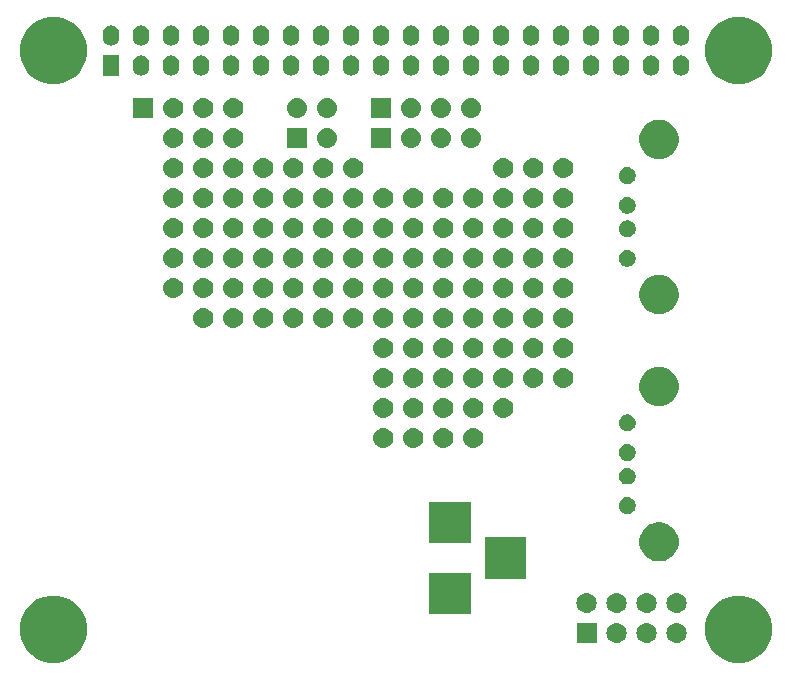
<source format=gbs>
G04 #@! TF.GenerationSoftware,KiCad,Pcbnew,(5.0.2)-1*
G04 #@! TF.CreationDate,2019-01-19T21:34:45-05:00*
G04 #@! TF.ProjectId,2019-Pi-Power,32303139-2d50-4692-9d50-6f7765722e6b,rev?*
G04 #@! TF.SameCoordinates,Original*
G04 #@! TF.FileFunction,Soldermask,Bot*
G04 #@! TF.FilePolarity,Negative*
%FSLAX46Y46*%
G04 Gerber Fmt 4.6, Leading zero omitted, Abs format (unit mm)*
G04 Created by KiCad (PCBNEW (5.0.2)-1) date 1/19/2019 9:34:45 PM*
%MOMM*%
%LPD*%
G01*
G04 APERTURE LIST*
%ADD10C,0.150000*%
G04 APERTURE END LIST*
D10*
G36*
X262331312Y-143759523D02*
X262849982Y-143974363D01*
X263316772Y-144286262D01*
X263713738Y-144683228D01*
X264025637Y-145150018D01*
X264240477Y-145668688D01*
X264350000Y-146219298D01*
X264350000Y-146780702D01*
X264240477Y-147331312D01*
X264025637Y-147849982D01*
X263713738Y-148316772D01*
X263316772Y-148713738D01*
X262849982Y-149025637D01*
X262331312Y-149240477D01*
X261780702Y-149350000D01*
X261219298Y-149350000D01*
X260668688Y-149240477D01*
X260150018Y-149025637D01*
X259683228Y-148713738D01*
X259286262Y-148316772D01*
X258974363Y-147849982D01*
X258759523Y-147331312D01*
X258650000Y-146780702D01*
X258650000Y-146219298D01*
X258759523Y-145668688D01*
X258974363Y-145150018D01*
X259286262Y-144683228D01*
X259683228Y-144286262D01*
X260150018Y-143974363D01*
X260668688Y-143759523D01*
X261219298Y-143650000D01*
X261780702Y-143650000D01*
X262331312Y-143759523D01*
X262331312Y-143759523D01*
G37*
G36*
X204331312Y-143759523D02*
X204849982Y-143974363D01*
X205316772Y-144286262D01*
X205713738Y-144683228D01*
X206025637Y-145150018D01*
X206240477Y-145668688D01*
X206350000Y-146219298D01*
X206350000Y-146780702D01*
X206240477Y-147331312D01*
X206025637Y-147849982D01*
X205713738Y-148316772D01*
X205316772Y-148713738D01*
X204849982Y-149025637D01*
X204331312Y-149240477D01*
X203780702Y-149350000D01*
X203219298Y-149350000D01*
X202668688Y-149240477D01*
X202150018Y-149025637D01*
X201683228Y-148713738D01*
X201286262Y-148316772D01*
X200974363Y-147849982D01*
X200759523Y-147331312D01*
X200650000Y-146780702D01*
X200650000Y-146219298D01*
X200759523Y-145668688D01*
X200974363Y-145150018D01*
X201286262Y-144683228D01*
X201683228Y-144286262D01*
X202150018Y-143974363D01*
X202668688Y-143759523D01*
X203219298Y-143650000D01*
X203780702Y-143650000D01*
X204331312Y-143759523D01*
X204331312Y-143759523D01*
G37*
G36*
X253887630Y-145987299D02*
X254047855Y-146035903D01*
X254195520Y-146114831D01*
X254324949Y-146221051D01*
X254431169Y-146350480D01*
X254510097Y-146498145D01*
X254558701Y-146658370D01*
X254575112Y-146825000D01*
X254558701Y-146991630D01*
X254510097Y-147151855D01*
X254431169Y-147299520D01*
X254324949Y-147428949D01*
X254195520Y-147535169D01*
X254047855Y-147614097D01*
X253887630Y-147662701D01*
X253762752Y-147675000D01*
X253679248Y-147675000D01*
X253554370Y-147662701D01*
X253394145Y-147614097D01*
X253246480Y-147535169D01*
X253117051Y-147428949D01*
X253010831Y-147299520D01*
X252931903Y-147151855D01*
X252883299Y-146991630D01*
X252866888Y-146825000D01*
X252883299Y-146658370D01*
X252931903Y-146498145D01*
X253010831Y-146350480D01*
X253117051Y-146221051D01*
X253246480Y-146114831D01*
X253394145Y-146035903D01*
X253554370Y-145987299D01*
X253679248Y-145975000D01*
X253762752Y-145975000D01*
X253887630Y-145987299D01*
X253887630Y-145987299D01*
G37*
G36*
X256427630Y-145987299D02*
X256587855Y-146035903D01*
X256735520Y-146114831D01*
X256864949Y-146221051D01*
X256971169Y-146350480D01*
X257050097Y-146498145D01*
X257098701Y-146658370D01*
X257115112Y-146825000D01*
X257098701Y-146991630D01*
X257050097Y-147151855D01*
X256971169Y-147299520D01*
X256864949Y-147428949D01*
X256735520Y-147535169D01*
X256587855Y-147614097D01*
X256427630Y-147662701D01*
X256302752Y-147675000D01*
X256219248Y-147675000D01*
X256094370Y-147662701D01*
X255934145Y-147614097D01*
X255786480Y-147535169D01*
X255657051Y-147428949D01*
X255550831Y-147299520D01*
X255471903Y-147151855D01*
X255423299Y-146991630D01*
X255406888Y-146825000D01*
X255423299Y-146658370D01*
X255471903Y-146498145D01*
X255550831Y-146350480D01*
X255657051Y-146221051D01*
X255786480Y-146114831D01*
X255934145Y-146035903D01*
X256094370Y-145987299D01*
X256219248Y-145975000D01*
X256302752Y-145975000D01*
X256427630Y-145987299D01*
X256427630Y-145987299D01*
G37*
G36*
X251347630Y-145987299D02*
X251507855Y-146035903D01*
X251655520Y-146114831D01*
X251784949Y-146221051D01*
X251891169Y-146350480D01*
X251970097Y-146498145D01*
X252018701Y-146658370D01*
X252035112Y-146825000D01*
X252018701Y-146991630D01*
X251970097Y-147151855D01*
X251891169Y-147299520D01*
X251784949Y-147428949D01*
X251655520Y-147535169D01*
X251507855Y-147614097D01*
X251347630Y-147662701D01*
X251222752Y-147675000D01*
X251139248Y-147675000D01*
X251014370Y-147662701D01*
X250854145Y-147614097D01*
X250706480Y-147535169D01*
X250577051Y-147428949D01*
X250470831Y-147299520D01*
X250391903Y-147151855D01*
X250343299Y-146991630D01*
X250326888Y-146825000D01*
X250343299Y-146658370D01*
X250391903Y-146498145D01*
X250470831Y-146350480D01*
X250577051Y-146221051D01*
X250706480Y-146114831D01*
X250854145Y-146035903D01*
X251014370Y-145987299D01*
X251139248Y-145975000D01*
X251222752Y-145975000D01*
X251347630Y-145987299D01*
X251347630Y-145987299D01*
G37*
G36*
X249491000Y-147675000D02*
X247791000Y-147675000D01*
X247791000Y-145975000D01*
X249491000Y-145975000D01*
X249491000Y-147675000D01*
X249491000Y-147675000D01*
G37*
G36*
X238834000Y-145209500D02*
X235334000Y-145209500D01*
X235334000Y-141709500D01*
X238834000Y-141709500D01*
X238834000Y-145209500D01*
X238834000Y-145209500D01*
G37*
G36*
X253887630Y-143447299D02*
X254047855Y-143495903D01*
X254195520Y-143574831D01*
X254324949Y-143681051D01*
X254431169Y-143810480D01*
X254510097Y-143958145D01*
X254558701Y-144118370D01*
X254575112Y-144285000D01*
X254558701Y-144451630D01*
X254510097Y-144611855D01*
X254431169Y-144759520D01*
X254324949Y-144888949D01*
X254195520Y-144995169D01*
X254047855Y-145074097D01*
X253887630Y-145122701D01*
X253762752Y-145135000D01*
X253679248Y-145135000D01*
X253554370Y-145122701D01*
X253394145Y-145074097D01*
X253246480Y-144995169D01*
X253117051Y-144888949D01*
X253010831Y-144759520D01*
X252931903Y-144611855D01*
X252883299Y-144451630D01*
X252866888Y-144285000D01*
X252883299Y-144118370D01*
X252931903Y-143958145D01*
X253010831Y-143810480D01*
X253117051Y-143681051D01*
X253246480Y-143574831D01*
X253394145Y-143495903D01*
X253554370Y-143447299D01*
X253679248Y-143435000D01*
X253762752Y-143435000D01*
X253887630Y-143447299D01*
X253887630Y-143447299D01*
G37*
G36*
X256427630Y-143447299D02*
X256587855Y-143495903D01*
X256735520Y-143574831D01*
X256864949Y-143681051D01*
X256971169Y-143810480D01*
X257050097Y-143958145D01*
X257098701Y-144118370D01*
X257115112Y-144285000D01*
X257098701Y-144451630D01*
X257050097Y-144611855D01*
X256971169Y-144759520D01*
X256864949Y-144888949D01*
X256735520Y-144995169D01*
X256587855Y-145074097D01*
X256427630Y-145122701D01*
X256302752Y-145135000D01*
X256219248Y-145135000D01*
X256094370Y-145122701D01*
X255934145Y-145074097D01*
X255786480Y-144995169D01*
X255657051Y-144888949D01*
X255550831Y-144759520D01*
X255471903Y-144611855D01*
X255423299Y-144451630D01*
X255406888Y-144285000D01*
X255423299Y-144118370D01*
X255471903Y-143958145D01*
X255550831Y-143810480D01*
X255657051Y-143681051D01*
X255786480Y-143574831D01*
X255934145Y-143495903D01*
X256094370Y-143447299D01*
X256219248Y-143435000D01*
X256302752Y-143435000D01*
X256427630Y-143447299D01*
X256427630Y-143447299D01*
G37*
G36*
X248807630Y-143447299D02*
X248967855Y-143495903D01*
X249115520Y-143574831D01*
X249244949Y-143681051D01*
X249351169Y-143810480D01*
X249430097Y-143958145D01*
X249478701Y-144118370D01*
X249495112Y-144285000D01*
X249478701Y-144451630D01*
X249430097Y-144611855D01*
X249351169Y-144759520D01*
X249244949Y-144888949D01*
X249115520Y-144995169D01*
X248967855Y-145074097D01*
X248807630Y-145122701D01*
X248682752Y-145135000D01*
X248599248Y-145135000D01*
X248474370Y-145122701D01*
X248314145Y-145074097D01*
X248166480Y-144995169D01*
X248037051Y-144888949D01*
X247930831Y-144759520D01*
X247851903Y-144611855D01*
X247803299Y-144451630D01*
X247786888Y-144285000D01*
X247803299Y-144118370D01*
X247851903Y-143958145D01*
X247930831Y-143810480D01*
X248037051Y-143681051D01*
X248166480Y-143574831D01*
X248314145Y-143495903D01*
X248474370Y-143447299D01*
X248599248Y-143435000D01*
X248682752Y-143435000D01*
X248807630Y-143447299D01*
X248807630Y-143447299D01*
G37*
G36*
X251347630Y-143447299D02*
X251507855Y-143495903D01*
X251655520Y-143574831D01*
X251784949Y-143681051D01*
X251891169Y-143810480D01*
X251970097Y-143958145D01*
X252018701Y-144118370D01*
X252035112Y-144285000D01*
X252018701Y-144451630D01*
X251970097Y-144611855D01*
X251891169Y-144759520D01*
X251784949Y-144888949D01*
X251655520Y-144995169D01*
X251507855Y-145074097D01*
X251347630Y-145122701D01*
X251222752Y-145135000D01*
X251139248Y-145135000D01*
X251014370Y-145122701D01*
X250854145Y-145074097D01*
X250706480Y-144995169D01*
X250577051Y-144888949D01*
X250470831Y-144759520D01*
X250391903Y-144611855D01*
X250343299Y-144451630D01*
X250326888Y-144285000D01*
X250343299Y-144118370D01*
X250391903Y-143958145D01*
X250470831Y-143810480D01*
X250577051Y-143681051D01*
X250706480Y-143574831D01*
X250854145Y-143495903D01*
X251014370Y-143447299D01*
X251139248Y-143435000D01*
X251222752Y-143435000D01*
X251347630Y-143447299D01*
X251347630Y-143447299D01*
G37*
G36*
X243534000Y-142209500D02*
X240034000Y-142209500D01*
X240034000Y-138709500D01*
X243534000Y-138709500D01*
X243534000Y-142209500D01*
X243534000Y-142209500D01*
G37*
G36*
X255093460Y-137473858D02*
X255253621Y-137505716D01*
X255378604Y-137557486D01*
X255555356Y-137630699D01*
X255826916Y-137812150D01*
X256057850Y-138043084D01*
X256239301Y-138314644D01*
X256364284Y-138616380D01*
X256428000Y-138936700D01*
X256428000Y-139263300D01*
X256364284Y-139583620D01*
X256239301Y-139885356D01*
X256057850Y-140156916D01*
X255826916Y-140387850D01*
X255555356Y-140569301D01*
X255378604Y-140642514D01*
X255253621Y-140694284D01*
X255093460Y-140726142D01*
X254933300Y-140758000D01*
X254606700Y-140758000D01*
X254446540Y-140726142D01*
X254286379Y-140694284D01*
X254161396Y-140642514D01*
X253984644Y-140569301D01*
X253713084Y-140387850D01*
X253482150Y-140156916D01*
X253300699Y-139885356D01*
X253175716Y-139583620D01*
X253112000Y-139263300D01*
X253112000Y-138936700D01*
X253175716Y-138616380D01*
X253300699Y-138314644D01*
X253482150Y-138043084D01*
X253713084Y-137812150D01*
X253984644Y-137630699D01*
X254161396Y-137557486D01*
X254286379Y-137505716D01*
X254446540Y-137473858D01*
X254606700Y-137442000D01*
X254933300Y-137442000D01*
X255093460Y-137473858D01*
X255093460Y-137473858D01*
G37*
G36*
X238834000Y-139209500D02*
X235334000Y-139209500D01*
X235334000Y-135709500D01*
X238834000Y-135709500D01*
X238834000Y-139209500D01*
X238834000Y-139209500D01*
G37*
G36*
X252278266Y-135343438D02*
X252408203Y-135397259D01*
X252525153Y-135475403D01*
X252624597Y-135574847D01*
X252702741Y-135691797D01*
X252756562Y-135821734D01*
X252784000Y-135959676D01*
X252784000Y-136100324D01*
X252756562Y-136238266D01*
X252702741Y-136368203D01*
X252624597Y-136485153D01*
X252525153Y-136584597D01*
X252408203Y-136662741D01*
X252278266Y-136716562D01*
X252140324Y-136744000D01*
X251999676Y-136744000D01*
X251861734Y-136716562D01*
X251731797Y-136662741D01*
X251614847Y-136584597D01*
X251515403Y-136485153D01*
X251437259Y-136368203D01*
X251383438Y-136238266D01*
X251356000Y-136100324D01*
X251356000Y-135959676D01*
X251383438Y-135821734D01*
X251437259Y-135691797D01*
X251515403Y-135574847D01*
X251614847Y-135475403D01*
X251731797Y-135397259D01*
X251861734Y-135343438D01*
X251999676Y-135316000D01*
X252140324Y-135316000D01*
X252278266Y-135343438D01*
X252278266Y-135343438D01*
G37*
G36*
X252278266Y-132843438D02*
X252408203Y-132897259D01*
X252525153Y-132975403D01*
X252624597Y-133074847D01*
X252702741Y-133191797D01*
X252756562Y-133321734D01*
X252784000Y-133459676D01*
X252784000Y-133600324D01*
X252756562Y-133738266D01*
X252702741Y-133868203D01*
X252624597Y-133985153D01*
X252525153Y-134084597D01*
X252408203Y-134162741D01*
X252278266Y-134216562D01*
X252140324Y-134244000D01*
X251999676Y-134244000D01*
X251861734Y-134216562D01*
X251731797Y-134162741D01*
X251614847Y-134084597D01*
X251515403Y-133985153D01*
X251437259Y-133868203D01*
X251383438Y-133738266D01*
X251356000Y-133600324D01*
X251356000Y-133459676D01*
X251383438Y-133321734D01*
X251437259Y-133191797D01*
X251515403Y-133074847D01*
X251614847Y-132975403D01*
X251731797Y-132897259D01*
X251861734Y-132843438D01*
X251999676Y-132816000D01*
X252140324Y-132816000D01*
X252278266Y-132843438D01*
X252278266Y-132843438D01*
G37*
G36*
X252278266Y-130843438D02*
X252408203Y-130897259D01*
X252525153Y-130975403D01*
X252624597Y-131074847D01*
X252624599Y-131074850D01*
X252624600Y-131074851D01*
X252676617Y-131152700D01*
X252702741Y-131191797D01*
X252756562Y-131321734D01*
X252784000Y-131459676D01*
X252784000Y-131600324D01*
X252756562Y-131738266D01*
X252702741Y-131868203D01*
X252624597Y-131985153D01*
X252525153Y-132084597D01*
X252408203Y-132162741D01*
X252278266Y-132216562D01*
X252140324Y-132244000D01*
X251999676Y-132244000D01*
X251861734Y-132216562D01*
X251731797Y-132162741D01*
X251614847Y-132084597D01*
X251515403Y-131985153D01*
X251437259Y-131868203D01*
X251383438Y-131738266D01*
X251356000Y-131600324D01*
X251356000Y-131459676D01*
X251383438Y-131321734D01*
X251437259Y-131191797D01*
X251463383Y-131152700D01*
X251515400Y-131074851D01*
X251515401Y-131074850D01*
X251515403Y-131074847D01*
X251614847Y-130975403D01*
X251731797Y-130897259D01*
X251861734Y-130843438D01*
X251999676Y-130816000D01*
X252140324Y-130816000D01*
X252278266Y-130843438D01*
X252278266Y-130843438D01*
G37*
G36*
X236679130Y-129477299D02*
X236839355Y-129525903D01*
X236987020Y-129604831D01*
X237116449Y-129711051D01*
X237222669Y-129840480D01*
X237301597Y-129988145D01*
X237350201Y-130148370D01*
X237366612Y-130315000D01*
X237350201Y-130481630D01*
X237301597Y-130641855D01*
X237222669Y-130789520D01*
X237116449Y-130918949D01*
X236987020Y-131025169D01*
X236839355Y-131104097D01*
X236679130Y-131152701D01*
X236554252Y-131165000D01*
X236470748Y-131165000D01*
X236345870Y-131152701D01*
X236185645Y-131104097D01*
X236037980Y-131025169D01*
X235908551Y-130918949D01*
X235802331Y-130789520D01*
X235723403Y-130641855D01*
X235674799Y-130481630D01*
X235658388Y-130315000D01*
X235674799Y-130148370D01*
X235723403Y-129988145D01*
X235802331Y-129840480D01*
X235908551Y-129711051D01*
X236037980Y-129604831D01*
X236185645Y-129525903D01*
X236345870Y-129477299D01*
X236470748Y-129465000D01*
X236554252Y-129465000D01*
X236679130Y-129477299D01*
X236679130Y-129477299D01*
G37*
G36*
X239219130Y-129477299D02*
X239379355Y-129525903D01*
X239527020Y-129604831D01*
X239656449Y-129711051D01*
X239762669Y-129840480D01*
X239841597Y-129988145D01*
X239890201Y-130148370D01*
X239906612Y-130315000D01*
X239890201Y-130481630D01*
X239841597Y-130641855D01*
X239762669Y-130789520D01*
X239656449Y-130918949D01*
X239527020Y-131025169D01*
X239379355Y-131104097D01*
X239219130Y-131152701D01*
X239094252Y-131165000D01*
X239010748Y-131165000D01*
X238885870Y-131152701D01*
X238725645Y-131104097D01*
X238577980Y-131025169D01*
X238448551Y-130918949D01*
X238342331Y-130789520D01*
X238263403Y-130641855D01*
X238214799Y-130481630D01*
X238198388Y-130315000D01*
X238214799Y-130148370D01*
X238263403Y-129988145D01*
X238342331Y-129840480D01*
X238448551Y-129711051D01*
X238577980Y-129604831D01*
X238725645Y-129525903D01*
X238885870Y-129477299D01*
X239010748Y-129465000D01*
X239094252Y-129465000D01*
X239219130Y-129477299D01*
X239219130Y-129477299D01*
G37*
G36*
X234139130Y-129477299D02*
X234299355Y-129525903D01*
X234447020Y-129604831D01*
X234576449Y-129711051D01*
X234682669Y-129840480D01*
X234761597Y-129988145D01*
X234810201Y-130148370D01*
X234826612Y-130315000D01*
X234810201Y-130481630D01*
X234761597Y-130641855D01*
X234682669Y-130789520D01*
X234576449Y-130918949D01*
X234447020Y-131025169D01*
X234299355Y-131104097D01*
X234139130Y-131152701D01*
X234014252Y-131165000D01*
X233930748Y-131165000D01*
X233805870Y-131152701D01*
X233645645Y-131104097D01*
X233497980Y-131025169D01*
X233368551Y-130918949D01*
X233262331Y-130789520D01*
X233183403Y-130641855D01*
X233134799Y-130481630D01*
X233118388Y-130315000D01*
X233134799Y-130148370D01*
X233183403Y-129988145D01*
X233262331Y-129840480D01*
X233368551Y-129711051D01*
X233497980Y-129604831D01*
X233645645Y-129525903D01*
X233805870Y-129477299D01*
X233930748Y-129465000D01*
X234014252Y-129465000D01*
X234139130Y-129477299D01*
X234139130Y-129477299D01*
G37*
G36*
X231599130Y-129477299D02*
X231759355Y-129525903D01*
X231907020Y-129604831D01*
X232036449Y-129711051D01*
X232142669Y-129840480D01*
X232221597Y-129988145D01*
X232270201Y-130148370D01*
X232286612Y-130315000D01*
X232270201Y-130481630D01*
X232221597Y-130641855D01*
X232142669Y-130789520D01*
X232036449Y-130918949D01*
X231907020Y-131025169D01*
X231759355Y-131104097D01*
X231599130Y-131152701D01*
X231474252Y-131165000D01*
X231390748Y-131165000D01*
X231265870Y-131152701D01*
X231105645Y-131104097D01*
X230957980Y-131025169D01*
X230828551Y-130918949D01*
X230722331Y-130789520D01*
X230643403Y-130641855D01*
X230594799Y-130481630D01*
X230578388Y-130315000D01*
X230594799Y-130148370D01*
X230643403Y-129988145D01*
X230722331Y-129840480D01*
X230828551Y-129711051D01*
X230957980Y-129604831D01*
X231105645Y-129525903D01*
X231265870Y-129477299D01*
X231390748Y-129465000D01*
X231474252Y-129465000D01*
X231599130Y-129477299D01*
X231599130Y-129477299D01*
G37*
G36*
X252278266Y-128343438D02*
X252408203Y-128397259D01*
X252525153Y-128475403D01*
X252624597Y-128574847D01*
X252624599Y-128574850D01*
X252624600Y-128574851D01*
X252702739Y-128691794D01*
X252702741Y-128691797D01*
X252756562Y-128821734D01*
X252784000Y-128959676D01*
X252784000Y-129100324D01*
X252756562Y-129238266D01*
X252702741Y-129368203D01*
X252702739Y-129368206D01*
X252629845Y-129477300D01*
X252624597Y-129485153D01*
X252525153Y-129584597D01*
X252525150Y-129584599D01*
X252525149Y-129584600D01*
X252408206Y-129662739D01*
X252408203Y-129662741D01*
X252278266Y-129716562D01*
X252140324Y-129744000D01*
X251999676Y-129744000D01*
X251861734Y-129716562D01*
X251731797Y-129662741D01*
X251731794Y-129662739D01*
X251614851Y-129584600D01*
X251614850Y-129584599D01*
X251614847Y-129584597D01*
X251515403Y-129485153D01*
X251510156Y-129477300D01*
X251437261Y-129368206D01*
X251437259Y-129368203D01*
X251383438Y-129238266D01*
X251356000Y-129100324D01*
X251356000Y-128959676D01*
X251383438Y-128821734D01*
X251437259Y-128691797D01*
X251437261Y-128691794D01*
X251515400Y-128574851D01*
X251515401Y-128574850D01*
X251515403Y-128574847D01*
X251614847Y-128475403D01*
X251731797Y-128397259D01*
X251861734Y-128343438D01*
X251999676Y-128316000D01*
X252140324Y-128316000D01*
X252278266Y-128343438D01*
X252278266Y-128343438D01*
G37*
G36*
X239219130Y-126937299D02*
X239379355Y-126985903D01*
X239527020Y-127064831D01*
X239656449Y-127171051D01*
X239762669Y-127300480D01*
X239841597Y-127448145D01*
X239890201Y-127608370D01*
X239906612Y-127775000D01*
X239890201Y-127941630D01*
X239841597Y-128101855D01*
X239762669Y-128249520D01*
X239656449Y-128378949D01*
X239527020Y-128485169D01*
X239379355Y-128564097D01*
X239219130Y-128612701D01*
X239094252Y-128625000D01*
X239010748Y-128625000D01*
X238885870Y-128612701D01*
X238725645Y-128564097D01*
X238577980Y-128485169D01*
X238448551Y-128378949D01*
X238342331Y-128249520D01*
X238263403Y-128101855D01*
X238214799Y-127941630D01*
X238198388Y-127775000D01*
X238214799Y-127608370D01*
X238263403Y-127448145D01*
X238342331Y-127300480D01*
X238448551Y-127171051D01*
X238577980Y-127064831D01*
X238725645Y-126985903D01*
X238885870Y-126937299D01*
X239010748Y-126925000D01*
X239094252Y-126925000D01*
X239219130Y-126937299D01*
X239219130Y-126937299D01*
G37*
G36*
X234139130Y-126937299D02*
X234299355Y-126985903D01*
X234447020Y-127064831D01*
X234576449Y-127171051D01*
X234682669Y-127300480D01*
X234761597Y-127448145D01*
X234810201Y-127608370D01*
X234826612Y-127775000D01*
X234810201Y-127941630D01*
X234761597Y-128101855D01*
X234682669Y-128249520D01*
X234576449Y-128378949D01*
X234447020Y-128485169D01*
X234299355Y-128564097D01*
X234139130Y-128612701D01*
X234014252Y-128625000D01*
X233930748Y-128625000D01*
X233805870Y-128612701D01*
X233645645Y-128564097D01*
X233497980Y-128485169D01*
X233368551Y-128378949D01*
X233262331Y-128249520D01*
X233183403Y-128101855D01*
X233134799Y-127941630D01*
X233118388Y-127775000D01*
X233134799Y-127608370D01*
X233183403Y-127448145D01*
X233262331Y-127300480D01*
X233368551Y-127171051D01*
X233497980Y-127064831D01*
X233645645Y-126985903D01*
X233805870Y-126937299D01*
X233930748Y-126925000D01*
X234014252Y-126925000D01*
X234139130Y-126937299D01*
X234139130Y-126937299D01*
G37*
G36*
X236679130Y-126937299D02*
X236839355Y-126985903D01*
X236987020Y-127064831D01*
X237116449Y-127171051D01*
X237222669Y-127300480D01*
X237301597Y-127448145D01*
X237350201Y-127608370D01*
X237366612Y-127775000D01*
X237350201Y-127941630D01*
X237301597Y-128101855D01*
X237222669Y-128249520D01*
X237116449Y-128378949D01*
X236987020Y-128485169D01*
X236839355Y-128564097D01*
X236679130Y-128612701D01*
X236554252Y-128625000D01*
X236470748Y-128625000D01*
X236345870Y-128612701D01*
X236185645Y-128564097D01*
X236037980Y-128485169D01*
X235908551Y-128378949D01*
X235802331Y-128249520D01*
X235723403Y-128101855D01*
X235674799Y-127941630D01*
X235658388Y-127775000D01*
X235674799Y-127608370D01*
X235723403Y-127448145D01*
X235802331Y-127300480D01*
X235908551Y-127171051D01*
X236037980Y-127064831D01*
X236185645Y-126985903D01*
X236345870Y-126937299D01*
X236470748Y-126925000D01*
X236554252Y-126925000D01*
X236679130Y-126937299D01*
X236679130Y-126937299D01*
G37*
G36*
X241759130Y-126937299D02*
X241919355Y-126985903D01*
X242067020Y-127064831D01*
X242196449Y-127171051D01*
X242302669Y-127300480D01*
X242381597Y-127448145D01*
X242430201Y-127608370D01*
X242446612Y-127775000D01*
X242430201Y-127941630D01*
X242381597Y-128101855D01*
X242302669Y-128249520D01*
X242196449Y-128378949D01*
X242067020Y-128485169D01*
X241919355Y-128564097D01*
X241759130Y-128612701D01*
X241634252Y-128625000D01*
X241550748Y-128625000D01*
X241425870Y-128612701D01*
X241265645Y-128564097D01*
X241117980Y-128485169D01*
X240988551Y-128378949D01*
X240882331Y-128249520D01*
X240803403Y-128101855D01*
X240754799Y-127941630D01*
X240738388Y-127775000D01*
X240754799Y-127608370D01*
X240803403Y-127448145D01*
X240882331Y-127300480D01*
X240988551Y-127171051D01*
X241117980Y-127064831D01*
X241265645Y-126985903D01*
X241425870Y-126937299D01*
X241550748Y-126925000D01*
X241634252Y-126925000D01*
X241759130Y-126937299D01*
X241759130Y-126937299D01*
G37*
G36*
X231599130Y-126937299D02*
X231759355Y-126985903D01*
X231907020Y-127064831D01*
X232036449Y-127171051D01*
X232142669Y-127300480D01*
X232221597Y-127448145D01*
X232270201Y-127608370D01*
X232286612Y-127775000D01*
X232270201Y-127941630D01*
X232221597Y-128101855D01*
X232142669Y-128249520D01*
X232036449Y-128378949D01*
X231907020Y-128485169D01*
X231759355Y-128564097D01*
X231599130Y-128612701D01*
X231474252Y-128625000D01*
X231390748Y-128625000D01*
X231265870Y-128612701D01*
X231105645Y-128564097D01*
X230957980Y-128485169D01*
X230828551Y-128378949D01*
X230722331Y-128249520D01*
X230643403Y-128101855D01*
X230594799Y-127941630D01*
X230578388Y-127775000D01*
X230594799Y-127608370D01*
X230643403Y-127448145D01*
X230722331Y-127300480D01*
X230828551Y-127171051D01*
X230957980Y-127064831D01*
X231105645Y-126985903D01*
X231265870Y-126937299D01*
X231390748Y-126925000D01*
X231474252Y-126925000D01*
X231599130Y-126937299D01*
X231599130Y-126937299D01*
G37*
G36*
X255093460Y-124333858D02*
X255253621Y-124365716D01*
X255329871Y-124397300D01*
X255555356Y-124490699D01*
X255826916Y-124672150D01*
X256057850Y-124903084D01*
X256239301Y-125174644D01*
X256364284Y-125476380D01*
X256428000Y-125796700D01*
X256428000Y-126123300D01*
X256364284Y-126443620D01*
X256239301Y-126745356D01*
X256057850Y-127016916D01*
X255826916Y-127247850D01*
X255555356Y-127429301D01*
X255378604Y-127502514D01*
X255253621Y-127554284D01*
X255093460Y-127586142D01*
X254933300Y-127618000D01*
X254606700Y-127618000D01*
X254446540Y-127586142D01*
X254286379Y-127554284D01*
X254161396Y-127502514D01*
X253984644Y-127429301D01*
X253713084Y-127247850D01*
X253482150Y-127016916D01*
X253300699Y-126745356D01*
X253175716Y-126443620D01*
X253112000Y-126123300D01*
X253112000Y-125796700D01*
X253175716Y-125476380D01*
X253300699Y-125174644D01*
X253482150Y-124903084D01*
X253713084Y-124672150D01*
X253984644Y-124490699D01*
X254210129Y-124397300D01*
X254286379Y-124365716D01*
X254446540Y-124333858D01*
X254606700Y-124302000D01*
X254933300Y-124302000D01*
X255093460Y-124333858D01*
X255093460Y-124333858D01*
G37*
G36*
X244299130Y-124397299D02*
X244459355Y-124445903D01*
X244607020Y-124524831D01*
X244736449Y-124631051D01*
X244842669Y-124760480D01*
X244921597Y-124908145D01*
X244970201Y-125068370D01*
X244986612Y-125235000D01*
X244970201Y-125401630D01*
X244921597Y-125561855D01*
X244842669Y-125709520D01*
X244736449Y-125838949D01*
X244607020Y-125945169D01*
X244459355Y-126024097D01*
X244299130Y-126072701D01*
X244174252Y-126085000D01*
X244090748Y-126085000D01*
X243965870Y-126072701D01*
X243805645Y-126024097D01*
X243657980Y-125945169D01*
X243528551Y-125838949D01*
X243422331Y-125709520D01*
X243343403Y-125561855D01*
X243294799Y-125401630D01*
X243278388Y-125235000D01*
X243294799Y-125068370D01*
X243343403Y-124908145D01*
X243422331Y-124760480D01*
X243528551Y-124631051D01*
X243657980Y-124524831D01*
X243805645Y-124445903D01*
X243965870Y-124397299D01*
X244090748Y-124385000D01*
X244174252Y-124385000D01*
X244299130Y-124397299D01*
X244299130Y-124397299D01*
G37*
G36*
X246839130Y-124397299D02*
X246999355Y-124445903D01*
X247147020Y-124524831D01*
X247276449Y-124631051D01*
X247382669Y-124760480D01*
X247461597Y-124908145D01*
X247510201Y-125068370D01*
X247526612Y-125235000D01*
X247510201Y-125401630D01*
X247461597Y-125561855D01*
X247382669Y-125709520D01*
X247276449Y-125838949D01*
X247147020Y-125945169D01*
X246999355Y-126024097D01*
X246839130Y-126072701D01*
X246714252Y-126085000D01*
X246630748Y-126085000D01*
X246505870Y-126072701D01*
X246345645Y-126024097D01*
X246197980Y-125945169D01*
X246068551Y-125838949D01*
X245962331Y-125709520D01*
X245883403Y-125561855D01*
X245834799Y-125401630D01*
X245818388Y-125235000D01*
X245834799Y-125068370D01*
X245883403Y-124908145D01*
X245962331Y-124760480D01*
X246068551Y-124631051D01*
X246197980Y-124524831D01*
X246345645Y-124445903D01*
X246505870Y-124397299D01*
X246630748Y-124385000D01*
X246714252Y-124385000D01*
X246839130Y-124397299D01*
X246839130Y-124397299D01*
G37*
G36*
X231599130Y-124397299D02*
X231759355Y-124445903D01*
X231907020Y-124524831D01*
X232036449Y-124631051D01*
X232142669Y-124760480D01*
X232221597Y-124908145D01*
X232270201Y-125068370D01*
X232286612Y-125235000D01*
X232270201Y-125401630D01*
X232221597Y-125561855D01*
X232142669Y-125709520D01*
X232036449Y-125838949D01*
X231907020Y-125945169D01*
X231759355Y-126024097D01*
X231599130Y-126072701D01*
X231474252Y-126085000D01*
X231390748Y-126085000D01*
X231265870Y-126072701D01*
X231105645Y-126024097D01*
X230957980Y-125945169D01*
X230828551Y-125838949D01*
X230722331Y-125709520D01*
X230643403Y-125561855D01*
X230594799Y-125401630D01*
X230578388Y-125235000D01*
X230594799Y-125068370D01*
X230643403Y-124908145D01*
X230722331Y-124760480D01*
X230828551Y-124631051D01*
X230957980Y-124524831D01*
X231105645Y-124445903D01*
X231265870Y-124397299D01*
X231390748Y-124385000D01*
X231474252Y-124385000D01*
X231599130Y-124397299D01*
X231599130Y-124397299D01*
G37*
G36*
X236679130Y-124397299D02*
X236839355Y-124445903D01*
X236987020Y-124524831D01*
X237116449Y-124631051D01*
X237222669Y-124760480D01*
X237301597Y-124908145D01*
X237350201Y-125068370D01*
X237366612Y-125235000D01*
X237350201Y-125401630D01*
X237301597Y-125561855D01*
X237222669Y-125709520D01*
X237116449Y-125838949D01*
X236987020Y-125945169D01*
X236839355Y-126024097D01*
X236679130Y-126072701D01*
X236554252Y-126085000D01*
X236470748Y-126085000D01*
X236345870Y-126072701D01*
X236185645Y-126024097D01*
X236037980Y-125945169D01*
X235908551Y-125838949D01*
X235802331Y-125709520D01*
X235723403Y-125561855D01*
X235674799Y-125401630D01*
X235658388Y-125235000D01*
X235674799Y-125068370D01*
X235723403Y-124908145D01*
X235802331Y-124760480D01*
X235908551Y-124631051D01*
X236037980Y-124524831D01*
X236185645Y-124445903D01*
X236345870Y-124397299D01*
X236470748Y-124385000D01*
X236554252Y-124385000D01*
X236679130Y-124397299D01*
X236679130Y-124397299D01*
G37*
G36*
X241759130Y-124397299D02*
X241919355Y-124445903D01*
X242067020Y-124524831D01*
X242196449Y-124631051D01*
X242302669Y-124760480D01*
X242381597Y-124908145D01*
X242430201Y-125068370D01*
X242446612Y-125235000D01*
X242430201Y-125401630D01*
X242381597Y-125561855D01*
X242302669Y-125709520D01*
X242196449Y-125838949D01*
X242067020Y-125945169D01*
X241919355Y-126024097D01*
X241759130Y-126072701D01*
X241634252Y-126085000D01*
X241550748Y-126085000D01*
X241425870Y-126072701D01*
X241265645Y-126024097D01*
X241117980Y-125945169D01*
X240988551Y-125838949D01*
X240882331Y-125709520D01*
X240803403Y-125561855D01*
X240754799Y-125401630D01*
X240738388Y-125235000D01*
X240754799Y-125068370D01*
X240803403Y-124908145D01*
X240882331Y-124760480D01*
X240988551Y-124631051D01*
X241117980Y-124524831D01*
X241265645Y-124445903D01*
X241425870Y-124397299D01*
X241550748Y-124385000D01*
X241634252Y-124385000D01*
X241759130Y-124397299D01*
X241759130Y-124397299D01*
G37*
G36*
X239219130Y-124397299D02*
X239379355Y-124445903D01*
X239527020Y-124524831D01*
X239656449Y-124631051D01*
X239762669Y-124760480D01*
X239841597Y-124908145D01*
X239890201Y-125068370D01*
X239906612Y-125235000D01*
X239890201Y-125401630D01*
X239841597Y-125561855D01*
X239762669Y-125709520D01*
X239656449Y-125838949D01*
X239527020Y-125945169D01*
X239379355Y-126024097D01*
X239219130Y-126072701D01*
X239094252Y-126085000D01*
X239010748Y-126085000D01*
X238885870Y-126072701D01*
X238725645Y-126024097D01*
X238577980Y-125945169D01*
X238448551Y-125838949D01*
X238342331Y-125709520D01*
X238263403Y-125561855D01*
X238214799Y-125401630D01*
X238198388Y-125235000D01*
X238214799Y-125068370D01*
X238263403Y-124908145D01*
X238342331Y-124760480D01*
X238448551Y-124631051D01*
X238577980Y-124524831D01*
X238725645Y-124445903D01*
X238885870Y-124397299D01*
X239010748Y-124385000D01*
X239094252Y-124385000D01*
X239219130Y-124397299D01*
X239219130Y-124397299D01*
G37*
G36*
X234139130Y-124397299D02*
X234299355Y-124445903D01*
X234447020Y-124524831D01*
X234576449Y-124631051D01*
X234682669Y-124760480D01*
X234761597Y-124908145D01*
X234810201Y-125068370D01*
X234826612Y-125235000D01*
X234810201Y-125401630D01*
X234761597Y-125561855D01*
X234682669Y-125709520D01*
X234576449Y-125838949D01*
X234447020Y-125945169D01*
X234299355Y-126024097D01*
X234139130Y-126072701D01*
X234014252Y-126085000D01*
X233930748Y-126085000D01*
X233805870Y-126072701D01*
X233645645Y-126024097D01*
X233497980Y-125945169D01*
X233368551Y-125838949D01*
X233262331Y-125709520D01*
X233183403Y-125561855D01*
X233134799Y-125401630D01*
X233118388Y-125235000D01*
X233134799Y-125068370D01*
X233183403Y-124908145D01*
X233262331Y-124760480D01*
X233368551Y-124631051D01*
X233497980Y-124524831D01*
X233645645Y-124445903D01*
X233805870Y-124397299D01*
X233930748Y-124385000D01*
X234014252Y-124385000D01*
X234139130Y-124397299D01*
X234139130Y-124397299D01*
G37*
G36*
X239219130Y-121857299D02*
X239379355Y-121905903D01*
X239527020Y-121984831D01*
X239656449Y-122091051D01*
X239762669Y-122220480D01*
X239841597Y-122368145D01*
X239890201Y-122528370D01*
X239906612Y-122695000D01*
X239890201Y-122861630D01*
X239841597Y-123021855D01*
X239762669Y-123169520D01*
X239656449Y-123298949D01*
X239527020Y-123405169D01*
X239379355Y-123484097D01*
X239219130Y-123532701D01*
X239094252Y-123545000D01*
X239010748Y-123545000D01*
X238885870Y-123532701D01*
X238725645Y-123484097D01*
X238577980Y-123405169D01*
X238448551Y-123298949D01*
X238342331Y-123169520D01*
X238263403Y-123021855D01*
X238214799Y-122861630D01*
X238198388Y-122695000D01*
X238214799Y-122528370D01*
X238263403Y-122368145D01*
X238342331Y-122220480D01*
X238448551Y-122091051D01*
X238577980Y-121984831D01*
X238725645Y-121905903D01*
X238885870Y-121857299D01*
X239010748Y-121845000D01*
X239094252Y-121845000D01*
X239219130Y-121857299D01*
X239219130Y-121857299D01*
G37*
G36*
X244299130Y-121857299D02*
X244459355Y-121905903D01*
X244607020Y-121984831D01*
X244736449Y-122091051D01*
X244842669Y-122220480D01*
X244921597Y-122368145D01*
X244970201Y-122528370D01*
X244986612Y-122695000D01*
X244970201Y-122861630D01*
X244921597Y-123021855D01*
X244842669Y-123169520D01*
X244736449Y-123298949D01*
X244607020Y-123405169D01*
X244459355Y-123484097D01*
X244299130Y-123532701D01*
X244174252Y-123545000D01*
X244090748Y-123545000D01*
X243965870Y-123532701D01*
X243805645Y-123484097D01*
X243657980Y-123405169D01*
X243528551Y-123298949D01*
X243422331Y-123169520D01*
X243343403Y-123021855D01*
X243294799Y-122861630D01*
X243278388Y-122695000D01*
X243294799Y-122528370D01*
X243343403Y-122368145D01*
X243422331Y-122220480D01*
X243528551Y-122091051D01*
X243657980Y-121984831D01*
X243805645Y-121905903D01*
X243965870Y-121857299D01*
X244090748Y-121845000D01*
X244174252Y-121845000D01*
X244299130Y-121857299D01*
X244299130Y-121857299D01*
G37*
G36*
X241759130Y-121857299D02*
X241919355Y-121905903D01*
X242067020Y-121984831D01*
X242196449Y-122091051D01*
X242302669Y-122220480D01*
X242381597Y-122368145D01*
X242430201Y-122528370D01*
X242446612Y-122695000D01*
X242430201Y-122861630D01*
X242381597Y-123021855D01*
X242302669Y-123169520D01*
X242196449Y-123298949D01*
X242067020Y-123405169D01*
X241919355Y-123484097D01*
X241759130Y-123532701D01*
X241634252Y-123545000D01*
X241550748Y-123545000D01*
X241425870Y-123532701D01*
X241265645Y-123484097D01*
X241117980Y-123405169D01*
X240988551Y-123298949D01*
X240882331Y-123169520D01*
X240803403Y-123021855D01*
X240754799Y-122861630D01*
X240738388Y-122695000D01*
X240754799Y-122528370D01*
X240803403Y-122368145D01*
X240882331Y-122220480D01*
X240988551Y-122091051D01*
X241117980Y-121984831D01*
X241265645Y-121905903D01*
X241425870Y-121857299D01*
X241550748Y-121845000D01*
X241634252Y-121845000D01*
X241759130Y-121857299D01*
X241759130Y-121857299D01*
G37*
G36*
X231599130Y-121857299D02*
X231759355Y-121905903D01*
X231907020Y-121984831D01*
X232036449Y-122091051D01*
X232142669Y-122220480D01*
X232221597Y-122368145D01*
X232270201Y-122528370D01*
X232286612Y-122695000D01*
X232270201Y-122861630D01*
X232221597Y-123021855D01*
X232142669Y-123169520D01*
X232036449Y-123298949D01*
X231907020Y-123405169D01*
X231759355Y-123484097D01*
X231599130Y-123532701D01*
X231474252Y-123545000D01*
X231390748Y-123545000D01*
X231265870Y-123532701D01*
X231105645Y-123484097D01*
X230957980Y-123405169D01*
X230828551Y-123298949D01*
X230722331Y-123169520D01*
X230643403Y-123021855D01*
X230594799Y-122861630D01*
X230578388Y-122695000D01*
X230594799Y-122528370D01*
X230643403Y-122368145D01*
X230722331Y-122220480D01*
X230828551Y-122091051D01*
X230957980Y-121984831D01*
X231105645Y-121905903D01*
X231265870Y-121857299D01*
X231390748Y-121845000D01*
X231474252Y-121845000D01*
X231599130Y-121857299D01*
X231599130Y-121857299D01*
G37*
G36*
X236679130Y-121857299D02*
X236839355Y-121905903D01*
X236987020Y-121984831D01*
X237116449Y-122091051D01*
X237222669Y-122220480D01*
X237301597Y-122368145D01*
X237350201Y-122528370D01*
X237366612Y-122695000D01*
X237350201Y-122861630D01*
X237301597Y-123021855D01*
X237222669Y-123169520D01*
X237116449Y-123298949D01*
X236987020Y-123405169D01*
X236839355Y-123484097D01*
X236679130Y-123532701D01*
X236554252Y-123545000D01*
X236470748Y-123545000D01*
X236345870Y-123532701D01*
X236185645Y-123484097D01*
X236037980Y-123405169D01*
X235908551Y-123298949D01*
X235802331Y-123169520D01*
X235723403Y-123021855D01*
X235674799Y-122861630D01*
X235658388Y-122695000D01*
X235674799Y-122528370D01*
X235723403Y-122368145D01*
X235802331Y-122220480D01*
X235908551Y-122091051D01*
X236037980Y-121984831D01*
X236185645Y-121905903D01*
X236345870Y-121857299D01*
X236470748Y-121845000D01*
X236554252Y-121845000D01*
X236679130Y-121857299D01*
X236679130Y-121857299D01*
G37*
G36*
X246839130Y-121857299D02*
X246999355Y-121905903D01*
X247147020Y-121984831D01*
X247276449Y-122091051D01*
X247382669Y-122220480D01*
X247461597Y-122368145D01*
X247510201Y-122528370D01*
X247526612Y-122695000D01*
X247510201Y-122861630D01*
X247461597Y-123021855D01*
X247382669Y-123169520D01*
X247276449Y-123298949D01*
X247147020Y-123405169D01*
X246999355Y-123484097D01*
X246839130Y-123532701D01*
X246714252Y-123545000D01*
X246630748Y-123545000D01*
X246505870Y-123532701D01*
X246345645Y-123484097D01*
X246197980Y-123405169D01*
X246068551Y-123298949D01*
X245962331Y-123169520D01*
X245883403Y-123021855D01*
X245834799Y-122861630D01*
X245818388Y-122695000D01*
X245834799Y-122528370D01*
X245883403Y-122368145D01*
X245962331Y-122220480D01*
X246068551Y-122091051D01*
X246197980Y-121984831D01*
X246345645Y-121905903D01*
X246505870Y-121857299D01*
X246630748Y-121845000D01*
X246714252Y-121845000D01*
X246839130Y-121857299D01*
X246839130Y-121857299D01*
G37*
G36*
X234139130Y-121857299D02*
X234299355Y-121905903D01*
X234447020Y-121984831D01*
X234576449Y-122091051D01*
X234682669Y-122220480D01*
X234761597Y-122368145D01*
X234810201Y-122528370D01*
X234826612Y-122695000D01*
X234810201Y-122861630D01*
X234761597Y-123021855D01*
X234682669Y-123169520D01*
X234576449Y-123298949D01*
X234447020Y-123405169D01*
X234299355Y-123484097D01*
X234139130Y-123532701D01*
X234014252Y-123545000D01*
X233930748Y-123545000D01*
X233805870Y-123532701D01*
X233645645Y-123484097D01*
X233497980Y-123405169D01*
X233368551Y-123298949D01*
X233262331Y-123169520D01*
X233183403Y-123021855D01*
X233134799Y-122861630D01*
X233118388Y-122695000D01*
X233134799Y-122528370D01*
X233183403Y-122368145D01*
X233262331Y-122220480D01*
X233368551Y-122091051D01*
X233497980Y-121984831D01*
X233645645Y-121905903D01*
X233805870Y-121857299D01*
X233930748Y-121845000D01*
X234014252Y-121845000D01*
X234139130Y-121857299D01*
X234139130Y-121857299D01*
G37*
G36*
X231599130Y-119317299D02*
X231759355Y-119365903D01*
X231907020Y-119444831D01*
X232036449Y-119551051D01*
X232142669Y-119680480D01*
X232221597Y-119828145D01*
X232270201Y-119988370D01*
X232286612Y-120155000D01*
X232270201Y-120321630D01*
X232221597Y-120481855D01*
X232142669Y-120629520D01*
X232036449Y-120758949D01*
X231907020Y-120865169D01*
X231759355Y-120944097D01*
X231599130Y-120992701D01*
X231474252Y-121005000D01*
X231390748Y-121005000D01*
X231265870Y-120992701D01*
X231105645Y-120944097D01*
X230957980Y-120865169D01*
X230828551Y-120758949D01*
X230722331Y-120629520D01*
X230643403Y-120481855D01*
X230594799Y-120321630D01*
X230578388Y-120155000D01*
X230594799Y-119988370D01*
X230643403Y-119828145D01*
X230722331Y-119680480D01*
X230828551Y-119551051D01*
X230957980Y-119444831D01*
X231105645Y-119365903D01*
X231265870Y-119317299D01*
X231390748Y-119305000D01*
X231474252Y-119305000D01*
X231599130Y-119317299D01*
X231599130Y-119317299D01*
G37*
G36*
X216359130Y-119317299D02*
X216519355Y-119365903D01*
X216667020Y-119444831D01*
X216796449Y-119551051D01*
X216902669Y-119680480D01*
X216981597Y-119828145D01*
X217030201Y-119988370D01*
X217046612Y-120155000D01*
X217030201Y-120321630D01*
X216981597Y-120481855D01*
X216902669Y-120629520D01*
X216796449Y-120758949D01*
X216667020Y-120865169D01*
X216519355Y-120944097D01*
X216359130Y-120992701D01*
X216234252Y-121005000D01*
X216150748Y-121005000D01*
X216025870Y-120992701D01*
X215865645Y-120944097D01*
X215717980Y-120865169D01*
X215588551Y-120758949D01*
X215482331Y-120629520D01*
X215403403Y-120481855D01*
X215354799Y-120321630D01*
X215338388Y-120155000D01*
X215354799Y-119988370D01*
X215403403Y-119828145D01*
X215482331Y-119680480D01*
X215588551Y-119551051D01*
X215717980Y-119444831D01*
X215865645Y-119365903D01*
X216025870Y-119317299D01*
X216150748Y-119305000D01*
X216234252Y-119305000D01*
X216359130Y-119317299D01*
X216359130Y-119317299D01*
G37*
G36*
X218899130Y-119317299D02*
X219059355Y-119365903D01*
X219207020Y-119444831D01*
X219336449Y-119551051D01*
X219442669Y-119680480D01*
X219521597Y-119828145D01*
X219570201Y-119988370D01*
X219586612Y-120155000D01*
X219570201Y-120321630D01*
X219521597Y-120481855D01*
X219442669Y-120629520D01*
X219336449Y-120758949D01*
X219207020Y-120865169D01*
X219059355Y-120944097D01*
X218899130Y-120992701D01*
X218774252Y-121005000D01*
X218690748Y-121005000D01*
X218565870Y-120992701D01*
X218405645Y-120944097D01*
X218257980Y-120865169D01*
X218128551Y-120758949D01*
X218022331Y-120629520D01*
X217943403Y-120481855D01*
X217894799Y-120321630D01*
X217878388Y-120155000D01*
X217894799Y-119988370D01*
X217943403Y-119828145D01*
X218022331Y-119680480D01*
X218128551Y-119551051D01*
X218257980Y-119444831D01*
X218405645Y-119365903D01*
X218565870Y-119317299D01*
X218690748Y-119305000D01*
X218774252Y-119305000D01*
X218899130Y-119317299D01*
X218899130Y-119317299D01*
G37*
G36*
X246839130Y-119317299D02*
X246999355Y-119365903D01*
X247147020Y-119444831D01*
X247276449Y-119551051D01*
X247382669Y-119680480D01*
X247461597Y-119828145D01*
X247510201Y-119988370D01*
X247526612Y-120155000D01*
X247510201Y-120321630D01*
X247461597Y-120481855D01*
X247382669Y-120629520D01*
X247276449Y-120758949D01*
X247147020Y-120865169D01*
X246999355Y-120944097D01*
X246839130Y-120992701D01*
X246714252Y-121005000D01*
X246630748Y-121005000D01*
X246505870Y-120992701D01*
X246345645Y-120944097D01*
X246197980Y-120865169D01*
X246068551Y-120758949D01*
X245962331Y-120629520D01*
X245883403Y-120481855D01*
X245834799Y-120321630D01*
X245818388Y-120155000D01*
X245834799Y-119988370D01*
X245883403Y-119828145D01*
X245962331Y-119680480D01*
X246068551Y-119551051D01*
X246197980Y-119444831D01*
X246345645Y-119365903D01*
X246505870Y-119317299D01*
X246630748Y-119305000D01*
X246714252Y-119305000D01*
X246839130Y-119317299D01*
X246839130Y-119317299D01*
G37*
G36*
X244299130Y-119317299D02*
X244459355Y-119365903D01*
X244607020Y-119444831D01*
X244736449Y-119551051D01*
X244842669Y-119680480D01*
X244921597Y-119828145D01*
X244970201Y-119988370D01*
X244986612Y-120155000D01*
X244970201Y-120321630D01*
X244921597Y-120481855D01*
X244842669Y-120629520D01*
X244736449Y-120758949D01*
X244607020Y-120865169D01*
X244459355Y-120944097D01*
X244299130Y-120992701D01*
X244174252Y-121005000D01*
X244090748Y-121005000D01*
X243965870Y-120992701D01*
X243805645Y-120944097D01*
X243657980Y-120865169D01*
X243528551Y-120758949D01*
X243422331Y-120629520D01*
X243343403Y-120481855D01*
X243294799Y-120321630D01*
X243278388Y-120155000D01*
X243294799Y-119988370D01*
X243343403Y-119828145D01*
X243422331Y-119680480D01*
X243528551Y-119551051D01*
X243657980Y-119444831D01*
X243805645Y-119365903D01*
X243965870Y-119317299D01*
X244090748Y-119305000D01*
X244174252Y-119305000D01*
X244299130Y-119317299D01*
X244299130Y-119317299D01*
G37*
G36*
X241759130Y-119317299D02*
X241919355Y-119365903D01*
X242067020Y-119444831D01*
X242196449Y-119551051D01*
X242302669Y-119680480D01*
X242381597Y-119828145D01*
X242430201Y-119988370D01*
X242446612Y-120155000D01*
X242430201Y-120321630D01*
X242381597Y-120481855D01*
X242302669Y-120629520D01*
X242196449Y-120758949D01*
X242067020Y-120865169D01*
X241919355Y-120944097D01*
X241759130Y-120992701D01*
X241634252Y-121005000D01*
X241550748Y-121005000D01*
X241425870Y-120992701D01*
X241265645Y-120944097D01*
X241117980Y-120865169D01*
X240988551Y-120758949D01*
X240882331Y-120629520D01*
X240803403Y-120481855D01*
X240754799Y-120321630D01*
X240738388Y-120155000D01*
X240754799Y-119988370D01*
X240803403Y-119828145D01*
X240882331Y-119680480D01*
X240988551Y-119551051D01*
X241117980Y-119444831D01*
X241265645Y-119365903D01*
X241425870Y-119317299D01*
X241550748Y-119305000D01*
X241634252Y-119305000D01*
X241759130Y-119317299D01*
X241759130Y-119317299D01*
G37*
G36*
X239219130Y-119317299D02*
X239379355Y-119365903D01*
X239527020Y-119444831D01*
X239656449Y-119551051D01*
X239762669Y-119680480D01*
X239841597Y-119828145D01*
X239890201Y-119988370D01*
X239906612Y-120155000D01*
X239890201Y-120321630D01*
X239841597Y-120481855D01*
X239762669Y-120629520D01*
X239656449Y-120758949D01*
X239527020Y-120865169D01*
X239379355Y-120944097D01*
X239219130Y-120992701D01*
X239094252Y-121005000D01*
X239010748Y-121005000D01*
X238885870Y-120992701D01*
X238725645Y-120944097D01*
X238577980Y-120865169D01*
X238448551Y-120758949D01*
X238342331Y-120629520D01*
X238263403Y-120481855D01*
X238214799Y-120321630D01*
X238198388Y-120155000D01*
X238214799Y-119988370D01*
X238263403Y-119828145D01*
X238342331Y-119680480D01*
X238448551Y-119551051D01*
X238577980Y-119444831D01*
X238725645Y-119365903D01*
X238885870Y-119317299D01*
X239010748Y-119305000D01*
X239094252Y-119305000D01*
X239219130Y-119317299D01*
X239219130Y-119317299D01*
G37*
G36*
X234139130Y-119317299D02*
X234299355Y-119365903D01*
X234447020Y-119444831D01*
X234576449Y-119551051D01*
X234682669Y-119680480D01*
X234761597Y-119828145D01*
X234810201Y-119988370D01*
X234826612Y-120155000D01*
X234810201Y-120321630D01*
X234761597Y-120481855D01*
X234682669Y-120629520D01*
X234576449Y-120758949D01*
X234447020Y-120865169D01*
X234299355Y-120944097D01*
X234139130Y-120992701D01*
X234014252Y-121005000D01*
X233930748Y-121005000D01*
X233805870Y-120992701D01*
X233645645Y-120944097D01*
X233497980Y-120865169D01*
X233368551Y-120758949D01*
X233262331Y-120629520D01*
X233183403Y-120481855D01*
X233134799Y-120321630D01*
X233118388Y-120155000D01*
X233134799Y-119988370D01*
X233183403Y-119828145D01*
X233262331Y-119680480D01*
X233368551Y-119551051D01*
X233497980Y-119444831D01*
X233645645Y-119365903D01*
X233805870Y-119317299D01*
X233930748Y-119305000D01*
X234014252Y-119305000D01*
X234139130Y-119317299D01*
X234139130Y-119317299D01*
G37*
G36*
X223979130Y-119317299D02*
X224139355Y-119365903D01*
X224287020Y-119444831D01*
X224416449Y-119551051D01*
X224522669Y-119680480D01*
X224601597Y-119828145D01*
X224650201Y-119988370D01*
X224666612Y-120155000D01*
X224650201Y-120321630D01*
X224601597Y-120481855D01*
X224522669Y-120629520D01*
X224416449Y-120758949D01*
X224287020Y-120865169D01*
X224139355Y-120944097D01*
X223979130Y-120992701D01*
X223854252Y-121005000D01*
X223770748Y-121005000D01*
X223645870Y-120992701D01*
X223485645Y-120944097D01*
X223337980Y-120865169D01*
X223208551Y-120758949D01*
X223102331Y-120629520D01*
X223023403Y-120481855D01*
X222974799Y-120321630D01*
X222958388Y-120155000D01*
X222974799Y-119988370D01*
X223023403Y-119828145D01*
X223102331Y-119680480D01*
X223208551Y-119551051D01*
X223337980Y-119444831D01*
X223485645Y-119365903D01*
X223645870Y-119317299D01*
X223770748Y-119305000D01*
X223854252Y-119305000D01*
X223979130Y-119317299D01*
X223979130Y-119317299D01*
G37*
G36*
X229059130Y-119317299D02*
X229219355Y-119365903D01*
X229367020Y-119444831D01*
X229496449Y-119551051D01*
X229602669Y-119680480D01*
X229681597Y-119828145D01*
X229730201Y-119988370D01*
X229746612Y-120155000D01*
X229730201Y-120321630D01*
X229681597Y-120481855D01*
X229602669Y-120629520D01*
X229496449Y-120758949D01*
X229367020Y-120865169D01*
X229219355Y-120944097D01*
X229059130Y-120992701D01*
X228934252Y-121005000D01*
X228850748Y-121005000D01*
X228725870Y-120992701D01*
X228565645Y-120944097D01*
X228417980Y-120865169D01*
X228288551Y-120758949D01*
X228182331Y-120629520D01*
X228103403Y-120481855D01*
X228054799Y-120321630D01*
X228038388Y-120155000D01*
X228054799Y-119988370D01*
X228103403Y-119828145D01*
X228182331Y-119680480D01*
X228288551Y-119551051D01*
X228417980Y-119444831D01*
X228565645Y-119365903D01*
X228725870Y-119317299D01*
X228850748Y-119305000D01*
X228934252Y-119305000D01*
X229059130Y-119317299D01*
X229059130Y-119317299D01*
G37*
G36*
X226519130Y-119317299D02*
X226679355Y-119365903D01*
X226827020Y-119444831D01*
X226956449Y-119551051D01*
X227062669Y-119680480D01*
X227141597Y-119828145D01*
X227190201Y-119988370D01*
X227206612Y-120155000D01*
X227190201Y-120321630D01*
X227141597Y-120481855D01*
X227062669Y-120629520D01*
X226956449Y-120758949D01*
X226827020Y-120865169D01*
X226679355Y-120944097D01*
X226519130Y-120992701D01*
X226394252Y-121005000D01*
X226310748Y-121005000D01*
X226185870Y-120992701D01*
X226025645Y-120944097D01*
X225877980Y-120865169D01*
X225748551Y-120758949D01*
X225642331Y-120629520D01*
X225563403Y-120481855D01*
X225514799Y-120321630D01*
X225498388Y-120155000D01*
X225514799Y-119988370D01*
X225563403Y-119828145D01*
X225642331Y-119680480D01*
X225748551Y-119551051D01*
X225877980Y-119444831D01*
X226025645Y-119365903D01*
X226185870Y-119317299D01*
X226310748Y-119305000D01*
X226394252Y-119305000D01*
X226519130Y-119317299D01*
X226519130Y-119317299D01*
G37*
G36*
X221439130Y-119317299D02*
X221599355Y-119365903D01*
X221747020Y-119444831D01*
X221876449Y-119551051D01*
X221982669Y-119680480D01*
X222061597Y-119828145D01*
X222110201Y-119988370D01*
X222126612Y-120155000D01*
X222110201Y-120321630D01*
X222061597Y-120481855D01*
X221982669Y-120629520D01*
X221876449Y-120758949D01*
X221747020Y-120865169D01*
X221599355Y-120944097D01*
X221439130Y-120992701D01*
X221314252Y-121005000D01*
X221230748Y-121005000D01*
X221105870Y-120992701D01*
X220945645Y-120944097D01*
X220797980Y-120865169D01*
X220668551Y-120758949D01*
X220562331Y-120629520D01*
X220483403Y-120481855D01*
X220434799Y-120321630D01*
X220418388Y-120155000D01*
X220434799Y-119988370D01*
X220483403Y-119828145D01*
X220562331Y-119680480D01*
X220668551Y-119551051D01*
X220797980Y-119444831D01*
X220945645Y-119365903D01*
X221105870Y-119317299D01*
X221230748Y-119305000D01*
X221314252Y-119305000D01*
X221439130Y-119317299D01*
X221439130Y-119317299D01*
G37*
G36*
X236679130Y-119317299D02*
X236839355Y-119365903D01*
X236987020Y-119444831D01*
X237116449Y-119551051D01*
X237222669Y-119680480D01*
X237301597Y-119828145D01*
X237350201Y-119988370D01*
X237366612Y-120155000D01*
X237350201Y-120321630D01*
X237301597Y-120481855D01*
X237222669Y-120629520D01*
X237116449Y-120758949D01*
X236987020Y-120865169D01*
X236839355Y-120944097D01*
X236679130Y-120992701D01*
X236554252Y-121005000D01*
X236470748Y-121005000D01*
X236345870Y-120992701D01*
X236185645Y-120944097D01*
X236037980Y-120865169D01*
X235908551Y-120758949D01*
X235802331Y-120629520D01*
X235723403Y-120481855D01*
X235674799Y-120321630D01*
X235658388Y-120155000D01*
X235674799Y-119988370D01*
X235723403Y-119828145D01*
X235802331Y-119680480D01*
X235908551Y-119551051D01*
X236037980Y-119444831D01*
X236185645Y-119365903D01*
X236345870Y-119317299D01*
X236470748Y-119305000D01*
X236554252Y-119305000D01*
X236679130Y-119317299D01*
X236679130Y-119317299D01*
G37*
G36*
X255093460Y-116533858D02*
X255253621Y-116565716D01*
X255378604Y-116617486D01*
X255555356Y-116690699D01*
X255826916Y-116872150D01*
X256057850Y-117103084D01*
X256239301Y-117374644D01*
X256312514Y-117551396D01*
X256364284Y-117676379D01*
X256385220Y-117781630D01*
X256428000Y-117996700D01*
X256428000Y-118323300D01*
X256364284Y-118643620D01*
X256239301Y-118945356D01*
X256057850Y-119216916D01*
X255826916Y-119447850D01*
X255555356Y-119629301D01*
X255431796Y-119680481D01*
X255253621Y-119754284D01*
X255093460Y-119786142D01*
X254933300Y-119818000D01*
X254606700Y-119818000D01*
X254446540Y-119786142D01*
X254286379Y-119754284D01*
X254108204Y-119680481D01*
X253984644Y-119629301D01*
X253713084Y-119447850D01*
X253482150Y-119216916D01*
X253300699Y-118945356D01*
X253175716Y-118643620D01*
X253112000Y-118323300D01*
X253112000Y-117996700D01*
X253154780Y-117781630D01*
X253175716Y-117676379D01*
X253227486Y-117551396D01*
X253300699Y-117374644D01*
X253482150Y-117103084D01*
X253713084Y-116872150D01*
X253984644Y-116690699D01*
X254161396Y-116617486D01*
X254286379Y-116565716D01*
X254446540Y-116533858D01*
X254606700Y-116502000D01*
X254933300Y-116502000D01*
X255093460Y-116533858D01*
X255093460Y-116533858D01*
G37*
G36*
X236679130Y-116777299D02*
X236839355Y-116825903D01*
X236987020Y-116904831D01*
X237116449Y-117011051D01*
X237222669Y-117140480D01*
X237301597Y-117288145D01*
X237350201Y-117448370D01*
X237366612Y-117615000D01*
X237350201Y-117781630D01*
X237301597Y-117941855D01*
X237222669Y-118089520D01*
X237116449Y-118218949D01*
X236987020Y-118325169D01*
X236839355Y-118404097D01*
X236679130Y-118452701D01*
X236554252Y-118465000D01*
X236470748Y-118465000D01*
X236345870Y-118452701D01*
X236185645Y-118404097D01*
X236037980Y-118325169D01*
X235908551Y-118218949D01*
X235802331Y-118089520D01*
X235723403Y-117941855D01*
X235674799Y-117781630D01*
X235658388Y-117615000D01*
X235674799Y-117448370D01*
X235723403Y-117288145D01*
X235802331Y-117140480D01*
X235908551Y-117011051D01*
X236037980Y-116904831D01*
X236185645Y-116825903D01*
X236345870Y-116777299D01*
X236470748Y-116765000D01*
X236554252Y-116765000D01*
X236679130Y-116777299D01*
X236679130Y-116777299D01*
G37*
G36*
X231599130Y-116777299D02*
X231759355Y-116825903D01*
X231907020Y-116904831D01*
X232036449Y-117011051D01*
X232142669Y-117140480D01*
X232221597Y-117288145D01*
X232270201Y-117448370D01*
X232286612Y-117615000D01*
X232270201Y-117781630D01*
X232221597Y-117941855D01*
X232142669Y-118089520D01*
X232036449Y-118218949D01*
X231907020Y-118325169D01*
X231759355Y-118404097D01*
X231599130Y-118452701D01*
X231474252Y-118465000D01*
X231390748Y-118465000D01*
X231265870Y-118452701D01*
X231105645Y-118404097D01*
X230957980Y-118325169D01*
X230828551Y-118218949D01*
X230722331Y-118089520D01*
X230643403Y-117941855D01*
X230594799Y-117781630D01*
X230578388Y-117615000D01*
X230594799Y-117448370D01*
X230643403Y-117288145D01*
X230722331Y-117140480D01*
X230828551Y-117011051D01*
X230957980Y-116904831D01*
X231105645Y-116825903D01*
X231265870Y-116777299D01*
X231390748Y-116765000D01*
X231474252Y-116765000D01*
X231599130Y-116777299D01*
X231599130Y-116777299D01*
G37*
G36*
X216359130Y-116777299D02*
X216519355Y-116825903D01*
X216667020Y-116904831D01*
X216796449Y-117011051D01*
X216902669Y-117140480D01*
X216981597Y-117288145D01*
X217030201Y-117448370D01*
X217046612Y-117615000D01*
X217030201Y-117781630D01*
X216981597Y-117941855D01*
X216902669Y-118089520D01*
X216796449Y-118218949D01*
X216667020Y-118325169D01*
X216519355Y-118404097D01*
X216359130Y-118452701D01*
X216234252Y-118465000D01*
X216150748Y-118465000D01*
X216025870Y-118452701D01*
X215865645Y-118404097D01*
X215717980Y-118325169D01*
X215588551Y-118218949D01*
X215482331Y-118089520D01*
X215403403Y-117941855D01*
X215354799Y-117781630D01*
X215338388Y-117615000D01*
X215354799Y-117448370D01*
X215403403Y-117288145D01*
X215482331Y-117140480D01*
X215588551Y-117011051D01*
X215717980Y-116904831D01*
X215865645Y-116825903D01*
X216025870Y-116777299D01*
X216150748Y-116765000D01*
X216234252Y-116765000D01*
X216359130Y-116777299D01*
X216359130Y-116777299D01*
G37*
G36*
X218899130Y-116777299D02*
X219059355Y-116825903D01*
X219207020Y-116904831D01*
X219336449Y-117011051D01*
X219442669Y-117140480D01*
X219521597Y-117288145D01*
X219570201Y-117448370D01*
X219586612Y-117615000D01*
X219570201Y-117781630D01*
X219521597Y-117941855D01*
X219442669Y-118089520D01*
X219336449Y-118218949D01*
X219207020Y-118325169D01*
X219059355Y-118404097D01*
X218899130Y-118452701D01*
X218774252Y-118465000D01*
X218690748Y-118465000D01*
X218565870Y-118452701D01*
X218405645Y-118404097D01*
X218257980Y-118325169D01*
X218128551Y-118218949D01*
X218022331Y-118089520D01*
X217943403Y-117941855D01*
X217894799Y-117781630D01*
X217878388Y-117615000D01*
X217894799Y-117448370D01*
X217943403Y-117288145D01*
X218022331Y-117140480D01*
X218128551Y-117011051D01*
X218257980Y-116904831D01*
X218405645Y-116825903D01*
X218565870Y-116777299D01*
X218690748Y-116765000D01*
X218774252Y-116765000D01*
X218899130Y-116777299D01*
X218899130Y-116777299D01*
G37*
G36*
X223979130Y-116777299D02*
X224139355Y-116825903D01*
X224287020Y-116904831D01*
X224416449Y-117011051D01*
X224522669Y-117140480D01*
X224601597Y-117288145D01*
X224650201Y-117448370D01*
X224666612Y-117615000D01*
X224650201Y-117781630D01*
X224601597Y-117941855D01*
X224522669Y-118089520D01*
X224416449Y-118218949D01*
X224287020Y-118325169D01*
X224139355Y-118404097D01*
X223979130Y-118452701D01*
X223854252Y-118465000D01*
X223770748Y-118465000D01*
X223645870Y-118452701D01*
X223485645Y-118404097D01*
X223337980Y-118325169D01*
X223208551Y-118218949D01*
X223102331Y-118089520D01*
X223023403Y-117941855D01*
X222974799Y-117781630D01*
X222958388Y-117615000D01*
X222974799Y-117448370D01*
X223023403Y-117288145D01*
X223102331Y-117140480D01*
X223208551Y-117011051D01*
X223337980Y-116904831D01*
X223485645Y-116825903D01*
X223645870Y-116777299D01*
X223770748Y-116765000D01*
X223854252Y-116765000D01*
X223979130Y-116777299D01*
X223979130Y-116777299D01*
G37*
G36*
X229059130Y-116777299D02*
X229219355Y-116825903D01*
X229367020Y-116904831D01*
X229496449Y-117011051D01*
X229602669Y-117140480D01*
X229681597Y-117288145D01*
X229730201Y-117448370D01*
X229746612Y-117615000D01*
X229730201Y-117781630D01*
X229681597Y-117941855D01*
X229602669Y-118089520D01*
X229496449Y-118218949D01*
X229367020Y-118325169D01*
X229219355Y-118404097D01*
X229059130Y-118452701D01*
X228934252Y-118465000D01*
X228850748Y-118465000D01*
X228725870Y-118452701D01*
X228565645Y-118404097D01*
X228417980Y-118325169D01*
X228288551Y-118218949D01*
X228182331Y-118089520D01*
X228103403Y-117941855D01*
X228054799Y-117781630D01*
X228038388Y-117615000D01*
X228054799Y-117448370D01*
X228103403Y-117288145D01*
X228182331Y-117140480D01*
X228288551Y-117011051D01*
X228417980Y-116904831D01*
X228565645Y-116825903D01*
X228725870Y-116777299D01*
X228850748Y-116765000D01*
X228934252Y-116765000D01*
X229059130Y-116777299D01*
X229059130Y-116777299D01*
G37*
G36*
X213819130Y-116777299D02*
X213979355Y-116825903D01*
X214127020Y-116904831D01*
X214256449Y-117011051D01*
X214362669Y-117140480D01*
X214441597Y-117288145D01*
X214490201Y-117448370D01*
X214506612Y-117615000D01*
X214490201Y-117781630D01*
X214441597Y-117941855D01*
X214362669Y-118089520D01*
X214256449Y-118218949D01*
X214127020Y-118325169D01*
X213979355Y-118404097D01*
X213819130Y-118452701D01*
X213694252Y-118465000D01*
X213610748Y-118465000D01*
X213485870Y-118452701D01*
X213325645Y-118404097D01*
X213177980Y-118325169D01*
X213048551Y-118218949D01*
X212942331Y-118089520D01*
X212863403Y-117941855D01*
X212814799Y-117781630D01*
X212798388Y-117615000D01*
X212814799Y-117448370D01*
X212863403Y-117288145D01*
X212942331Y-117140480D01*
X213048551Y-117011051D01*
X213177980Y-116904831D01*
X213325645Y-116825903D01*
X213485870Y-116777299D01*
X213610748Y-116765000D01*
X213694252Y-116765000D01*
X213819130Y-116777299D01*
X213819130Y-116777299D01*
G37*
G36*
X241759130Y-116777299D02*
X241919355Y-116825903D01*
X242067020Y-116904831D01*
X242196449Y-117011051D01*
X242302669Y-117140480D01*
X242381597Y-117288145D01*
X242430201Y-117448370D01*
X242446612Y-117615000D01*
X242430201Y-117781630D01*
X242381597Y-117941855D01*
X242302669Y-118089520D01*
X242196449Y-118218949D01*
X242067020Y-118325169D01*
X241919355Y-118404097D01*
X241759130Y-118452701D01*
X241634252Y-118465000D01*
X241550748Y-118465000D01*
X241425870Y-118452701D01*
X241265645Y-118404097D01*
X241117980Y-118325169D01*
X240988551Y-118218949D01*
X240882331Y-118089520D01*
X240803403Y-117941855D01*
X240754799Y-117781630D01*
X240738388Y-117615000D01*
X240754799Y-117448370D01*
X240803403Y-117288145D01*
X240882331Y-117140480D01*
X240988551Y-117011051D01*
X241117980Y-116904831D01*
X241265645Y-116825903D01*
X241425870Y-116777299D01*
X241550748Y-116765000D01*
X241634252Y-116765000D01*
X241759130Y-116777299D01*
X241759130Y-116777299D01*
G37*
G36*
X244299130Y-116777299D02*
X244459355Y-116825903D01*
X244607020Y-116904831D01*
X244736449Y-117011051D01*
X244842669Y-117140480D01*
X244921597Y-117288145D01*
X244970201Y-117448370D01*
X244986612Y-117615000D01*
X244970201Y-117781630D01*
X244921597Y-117941855D01*
X244842669Y-118089520D01*
X244736449Y-118218949D01*
X244607020Y-118325169D01*
X244459355Y-118404097D01*
X244299130Y-118452701D01*
X244174252Y-118465000D01*
X244090748Y-118465000D01*
X243965870Y-118452701D01*
X243805645Y-118404097D01*
X243657980Y-118325169D01*
X243528551Y-118218949D01*
X243422331Y-118089520D01*
X243343403Y-117941855D01*
X243294799Y-117781630D01*
X243278388Y-117615000D01*
X243294799Y-117448370D01*
X243343403Y-117288145D01*
X243422331Y-117140480D01*
X243528551Y-117011051D01*
X243657980Y-116904831D01*
X243805645Y-116825903D01*
X243965870Y-116777299D01*
X244090748Y-116765000D01*
X244174252Y-116765000D01*
X244299130Y-116777299D01*
X244299130Y-116777299D01*
G37*
G36*
X246839130Y-116777299D02*
X246999355Y-116825903D01*
X247147020Y-116904831D01*
X247276449Y-117011051D01*
X247382669Y-117140480D01*
X247461597Y-117288145D01*
X247510201Y-117448370D01*
X247526612Y-117615000D01*
X247510201Y-117781630D01*
X247461597Y-117941855D01*
X247382669Y-118089520D01*
X247276449Y-118218949D01*
X247147020Y-118325169D01*
X246999355Y-118404097D01*
X246839130Y-118452701D01*
X246714252Y-118465000D01*
X246630748Y-118465000D01*
X246505870Y-118452701D01*
X246345645Y-118404097D01*
X246197980Y-118325169D01*
X246068551Y-118218949D01*
X245962331Y-118089520D01*
X245883403Y-117941855D01*
X245834799Y-117781630D01*
X245818388Y-117615000D01*
X245834799Y-117448370D01*
X245883403Y-117288145D01*
X245962331Y-117140480D01*
X246068551Y-117011051D01*
X246197980Y-116904831D01*
X246345645Y-116825903D01*
X246505870Y-116777299D01*
X246630748Y-116765000D01*
X246714252Y-116765000D01*
X246839130Y-116777299D01*
X246839130Y-116777299D01*
G37*
G36*
X239219130Y-116777299D02*
X239379355Y-116825903D01*
X239527020Y-116904831D01*
X239656449Y-117011051D01*
X239762669Y-117140480D01*
X239841597Y-117288145D01*
X239890201Y-117448370D01*
X239906612Y-117615000D01*
X239890201Y-117781630D01*
X239841597Y-117941855D01*
X239762669Y-118089520D01*
X239656449Y-118218949D01*
X239527020Y-118325169D01*
X239379355Y-118404097D01*
X239219130Y-118452701D01*
X239094252Y-118465000D01*
X239010748Y-118465000D01*
X238885870Y-118452701D01*
X238725645Y-118404097D01*
X238577980Y-118325169D01*
X238448551Y-118218949D01*
X238342331Y-118089520D01*
X238263403Y-117941855D01*
X238214799Y-117781630D01*
X238198388Y-117615000D01*
X238214799Y-117448370D01*
X238263403Y-117288145D01*
X238342331Y-117140480D01*
X238448551Y-117011051D01*
X238577980Y-116904831D01*
X238725645Y-116825903D01*
X238885870Y-116777299D01*
X239010748Y-116765000D01*
X239094252Y-116765000D01*
X239219130Y-116777299D01*
X239219130Y-116777299D01*
G37*
G36*
X221439130Y-116777299D02*
X221599355Y-116825903D01*
X221747020Y-116904831D01*
X221876449Y-117011051D01*
X221982669Y-117140480D01*
X222061597Y-117288145D01*
X222110201Y-117448370D01*
X222126612Y-117615000D01*
X222110201Y-117781630D01*
X222061597Y-117941855D01*
X221982669Y-118089520D01*
X221876449Y-118218949D01*
X221747020Y-118325169D01*
X221599355Y-118404097D01*
X221439130Y-118452701D01*
X221314252Y-118465000D01*
X221230748Y-118465000D01*
X221105870Y-118452701D01*
X220945645Y-118404097D01*
X220797980Y-118325169D01*
X220668551Y-118218949D01*
X220562331Y-118089520D01*
X220483403Y-117941855D01*
X220434799Y-117781630D01*
X220418388Y-117615000D01*
X220434799Y-117448370D01*
X220483403Y-117288145D01*
X220562331Y-117140480D01*
X220668551Y-117011051D01*
X220797980Y-116904831D01*
X220945645Y-116825903D01*
X221105870Y-116777299D01*
X221230748Y-116765000D01*
X221314252Y-116765000D01*
X221439130Y-116777299D01*
X221439130Y-116777299D01*
G37*
G36*
X234139130Y-116777299D02*
X234299355Y-116825903D01*
X234447020Y-116904831D01*
X234576449Y-117011051D01*
X234682669Y-117140480D01*
X234761597Y-117288145D01*
X234810201Y-117448370D01*
X234826612Y-117615000D01*
X234810201Y-117781630D01*
X234761597Y-117941855D01*
X234682669Y-118089520D01*
X234576449Y-118218949D01*
X234447020Y-118325169D01*
X234299355Y-118404097D01*
X234139130Y-118452701D01*
X234014252Y-118465000D01*
X233930748Y-118465000D01*
X233805870Y-118452701D01*
X233645645Y-118404097D01*
X233497980Y-118325169D01*
X233368551Y-118218949D01*
X233262331Y-118089520D01*
X233183403Y-117941855D01*
X233134799Y-117781630D01*
X233118388Y-117615000D01*
X233134799Y-117448370D01*
X233183403Y-117288145D01*
X233262331Y-117140480D01*
X233368551Y-117011051D01*
X233497980Y-116904831D01*
X233645645Y-116825903D01*
X233805870Y-116777299D01*
X233930748Y-116765000D01*
X234014252Y-116765000D01*
X234139130Y-116777299D01*
X234139130Y-116777299D01*
G37*
G36*
X226519130Y-116777299D02*
X226679355Y-116825903D01*
X226827020Y-116904831D01*
X226956449Y-117011051D01*
X227062669Y-117140480D01*
X227141597Y-117288145D01*
X227190201Y-117448370D01*
X227206612Y-117615000D01*
X227190201Y-117781630D01*
X227141597Y-117941855D01*
X227062669Y-118089520D01*
X226956449Y-118218949D01*
X226827020Y-118325169D01*
X226679355Y-118404097D01*
X226519130Y-118452701D01*
X226394252Y-118465000D01*
X226310748Y-118465000D01*
X226185870Y-118452701D01*
X226025645Y-118404097D01*
X225877980Y-118325169D01*
X225748551Y-118218949D01*
X225642331Y-118089520D01*
X225563403Y-117941855D01*
X225514799Y-117781630D01*
X225498388Y-117615000D01*
X225514799Y-117448370D01*
X225563403Y-117288145D01*
X225642331Y-117140480D01*
X225748551Y-117011051D01*
X225877980Y-116904831D01*
X226025645Y-116825903D01*
X226185870Y-116777299D01*
X226310748Y-116765000D01*
X226394252Y-116765000D01*
X226519130Y-116777299D01*
X226519130Y-116777299D01*
G37*
G36*
X213819130Y-114237299D02*
X213979355Y-114285903D01*
X214127020Y-114364831D01*
X214256449Y-114471051D01*
X214362669Y-114600480D01*
X214441597Y-114748145D01*
X214490201Y-114908370D01*
X214506612Y-115075000D01*
X214490201Y-115241630D01*
X214441597Y-115401855D01*
X214362669Y-115549520D01*
X214256449Y-115678949D01*
X214127020Y-115785169D01*
X213979355Y-115864097D01*
X213819130Y-115912701D01*
X213694252Y-115925000D01*
X213610748Y-115925000D01*
X213485870Y-115912701D01*
X213325645Y-115864097D01*
X213177980Y-115785169D01*
X213048551Y-115678949D01*
X212942331Y-115549520D01*
X212863403Y-115401855D01*
X212814799Y-115241630D01*
X212798388Y-115075000D01*
X212814799Y-114908370D01*
X212863403Y-114748145D01*
X212942331Y-114600480D01*
X213048551Y-114471051D01*
X213177980Y-114364831D01*
X213325645Y-114285903D01*
X213485870Y-114237299D01*
X213610748Y-114225000D01*
X213694252Y-114225000D01*
X213819130Y-114237299D01*
X213819130Y-114237299D01*
G37*
G36*
X246839130Y-114237299D02*
X246999355Y-114285903D01*
X247147020Y-114364831D01*
X247276449Y-114471051D01*
X247382669Y-114600480D01*
X247461597Y-114748145D01*
X247510201Y-114908370D01*
X247526612Y-115075000D01*
X247510201Y-115241630D01*
X247461597Y-115401855D01*
X247382669Y-115549520D01*
X247276449Y-115678949D01*
X247147020Y-115785169D01*
X246999355Y-115864097D01*
X246839130Y-115912701D01*
X246714252Y-115925000D01*
X246630748Y-115925000D01*
X246505870Y-115912701D01*
X246345645Y-115864097D01*
X246197980Y-115785169D01*
X246068551Y-115678949D01*
X245962331Y-115549520D01*
X245883403Y-115401855D01*
X245834799Y-115241630D01*
X245818388Y-115075000D01*
X245834799Y-114908370D01*
X245883403Y-114748145D01*
X245962331Y-114600480D01*
X246068551Y-114471051D01*
X246197980Y-114364831D01*
X246345645Y-114285903D01*
X246505870Y-114237299D01*
X246630748Y-114225000D01*
X246714252Y-114225000D01*
X246839130Y-114237299D01*
X246839130Y-114237299D01*
G37*
G36*
X234139130Y-114237299D02*
X234299355Y-114285903D01*
X234447020Y-114364831D01*
X234576449Y-114471051D01*
X234682669Y-114600480D01*
X234761597Y-114748145D01*
X234810201Y-114908370D01*
X234826612Y-115075000D01*
X234810201Y-115241630D01*
X234761597Y-115401855D01*
X234682669Y-115549520D01*
X234576449Y-115678949D01*
X234447020Y-115785169D01*
X234299355Y-115864097D01*
X234139130Y-115912701D01*
X234014252Y-115925000D01*
X233930748Y-115925000D01*
X233805870Y-115912701D01*
X233645645Y-115864097D01*
X233497980Y-115785169D01*
X233368551Y-115678949D01*
X233262331Y-115549520D01*
X233183403Y-115401855D01*
X233134799Y-115241630D01*
X233118388Y-115075000D01*
X233134799Y-114908370D01*
X233183403Y-114748145D01*
X233262331Y-114600480D01*
X233368551Y-114471051D01*
X233497980Y-114364831D01*
X233645645Y-114285903D01*
X233805870Y-114237299D01*
X233930748Y-114225000D01*
X234014252Y-114225000D01*
X234139130Y-114237299D01*
X234139130Y-114237299D01*
G37*
G36*
X231599130Y-114237299D02*
X231759355Y-114285903D01*
X231907020Y-114364831D01*
X232036449Y-114471051D01*
X232142669Y-114600480D01*
X232221597Y-114748145D01*
X232270201Y-114908370D01*
X232286612Y-115075000D01*
X232270201Y-115241630D01*
X232221597Y-115401855D01*
X232142669Y-115549520D01*
X232036449Y-115678949D01*
X231907020Y-115785169D01*
X231759355Y-115864097D01*
X231599130Y-115912701D01*
X231474252Y-115925000D01*
X231390748Y-115925000D01*
X231265870Y-115912701D01*
X231105645Y-115864097D01*
X230957980Y-115785169D01*
X230828551Y-115678949D01*
X230722331Y-115549520D01*
X230643403Y-115401855D01*
X230594799Y-115241630D01*
X230578388Y-115075000D01*
X230594799Y-114908370D01*
X230643403Y-114748145D01*
X230722331Y-114600480D01*
X230828551Y-114471051D01*
X230957980Y-114364831D01*
X231105645Y-114285903D01*
X231265870Y-114237299D01*
X231390748Y-114225000D01*
X231474252Y-114225000D01*
X231599130Y-114237299D01*
X231599130Y-114237299D01*
G37*
G36*
X216359130Y-114237299D02*
X216519355Y-114285903D01*
X216667020Y-114364831D01*
X216796449Y-114471051D01*
X216902669Y-114600480D01*
X216981597Y-114748145D01*
X217030201Y-114908370D01*
X217046612Y-115075000D01*
X217030201Y-115241630D01*
X216981597Y-115401855D01*
X216902669Y-115549520D01*
X216796449Y-115678949D01*
X216667020Y-115785169D01*
X216519355Y-115864097D01*
X216359130Y-115912701D01*
X216234252Y-115925000D01*
X216150748Y-115925000D01*
X216025870Y-115912701D01*
X215865645Y-115864097D01*
X215717980Y-115785169D01*
X215588551Y-115678949D01*
X215482331Y-115549520D01*
X215403403Y-115401855D01*
X215354799Y-115241630D01*
X215338388Y-115075000D01*
X215354799Y-114908370D01*
X215403403Y-114748145D01*
X215482331Y-114600480D01*
X215588551Y-114471051D01*
X215717980Y-114364831D01*
X215865645Y-114285903D01*
X216025870Y-114237299D01*
X216150748Y-114225000D01*
X216234252Y-114225000D01*
X216359130Y-114237299D01*
X216359130Y-114237299D01*
G37*
G36*
X218899130Y-114237299D02*
X219059355Y-114285903D01*
X219207020Y-114364831D01*
X219336449Y-114471051D01*
X219442669Y-114600480D01*
X219521597Y-114748145D01*
X219570201Y-114908370D01*
X219586612Y-115075000D01*
X219570201Y-115241630D01*
X219521597Y-115401855D01*
X219442669Y-115549520D01*
X219336449Y-115678949D01*
X219207020Y-115785169D01*
X219059355Y-115864097D01*
X218899130Y-115912701D01*
X218774252Y-115925000D01*
X218690748Y-115925000D01*
X218565870Y-115912701D01*
X218405645Y-115864097D01*
X218257980Y-115785169D01*
X218128551Y-115678949D01*
X218022331Y-115549520D01*
X217943403Y-115401855D01*
X217894799Y-115241630D01*
X217878388Y-115075000D01*
X217894799Y-114908370D01*
X217943403Y-114748145D01*
X218022331Y-114600480D01*
X218128551Y-114471051D01*
X218257980Y-114364831D01*
X218405645Y-114285903D01*
X218565870Y-114237299D01*
X218690748Y-114225000D01*
X218774252Y-114225000D01*
X218899130Y-114237299D01*
X218899130Y-114237299D01*
G37*
G36*
X223979130Y-114237299D02*
X224139355Y-114285903D01*
X224287020Y-114364831D01*
X224416449Y-114471051D01*
X224522669Y-114600480D01*
X224601597Y-114748145D01*
X224650201Y-114908370D01*
X224666612Y-115075000D01*
X224650201Y-115241630D01*
X224601597Y-115401855D01*
X224522669Y-115549520D01*
X224416449Y-115678949D01*
X224287020Y-115785169D01*
X224139355Y-115864097D01*
X223979130Y-115912701D01*
X223854252Y-115925000D01*
X223770748Y-115925000D01*
X223645870Y-115912701D01*
X223485645Y-115864097D01*
X223337980Y-115785169D01*
X223208551Y-115678949D01*
X223102331Y-115549520D01*
X223023403Y-115401855D01*
X222974799Y-115241630D01*
X222958388Y-115075000D01*
X222974799Y-114908370D01*
X223023403Y-114748145D01*
X223102331Y-114600480D01*
X223208551Y-114471051D01*
X223337980Y-114364831D01*
X223485645Y-114285903D01*
X223645870Y-114237299D01*
X223770748Y-114225000D01*
X223854252Y-114225000D01*
X223979130Y-114237299D01*
X223979130Y-114237299D01*
G37*
G36*
X226519130Y-114237299D02*
X226679355Y-114285903D01*
X226827020Y-114364831D01*
X226956449Y-114471051D01*
X227062669Y-114600480D01*
X227141597Y-114748145D01*
X227190201Y-114908370D01*
X227206612Y-115075000D01*
X227190201Y-115241630D01*
X227141597Y-115401855D01*
X227062669Y-115549520D01*
X226956449Y-115678949D01*
X226827020Y-115785169D01*
X226679355Y-115864097D01*
X226519130Y-115912701D01*
X226394252Y-115925000D01*
X226310748Y-115925000D01*
X226185870Y-115912701D01*
X226025645Y-115864097D01*
X225877980Y-115785169D01*
X225748551Y-115678949D01*
X225642331Y-115549520D01*
X225563403Y-115401855D01*
X225514799Y-115241630D01*
X225498388Y-115075000D01*
X225514799Y-114908370D01*
X225563403Y-114748145D01*
X225642331Y-114600480D01*
X225748551Y-114471051D01*
X225877980Y-114364831D01*
X226025645Y-114285903D01*
X226185870Y-114237299D01*
X226310748Y-114225000D01*
X226394252Y-114225000D01*
X226519130Y-114237299D01*
X226519130Y-114237299D01*
G37*
G36*
X229059130Y-114237299D02*
X229219355Y-114285903D01*
X229367020Y-114364831D01*
X229496449Y-114471051D01*
X229602669Y-114600480D01*
X229681597Y-114748145D01*
X229730201Y-114908370D01*
X229746612Y-115075000D01*
X229730201Y-115241630D01*
X229681597Y-115401855D01*
X229602669Y-115549520D01*
X229496449Y-115678949D01*
X229367020Y-115785169D01*
X229219355Y-115864097D01*
X229059130Y-115912701D01*
X228934252Y-115925000D01*
X228850748Y-115925000D01*
X228725870Y-115912701D01*
X228565645Y-115864097D01*
X228417980Y-115785169D01*
X228288551Y-115678949D01*
X228182331Y-115549520D01*
X228103403Y-115401855D01*
X228054799Y-115241630D01*
X228038388Y-115075000D01*
X228054799Y-114908370D01*
X228103403Y-114748145D01*
X228182331Y-114600480D01*
X228288551Y-114471051D01*
X228417980Y-114364831D01*
X228565645Y-114285903D01*
X228725870Y-114237299D01*
X228850748Y-114225000D01*
X228934252Y-114225000D01*
X229059130Y-114237299D01*
X229059130Y-114237299D01*
G37*
G36*
X221439130Y-114237299D02*
X221599355Y-114285903D01*
X221747020Y-114364831D01*
X221876449Y-114471051D01*
X221982669Y-114600480D01*
X222061597Y-114748145D01*
X222110201Y-114908370D01*
X222126612Y-115075000D01*
X222110201Y-115241630D01*
X222061597Y-115401855D01*
X221982669Y-115549520D01*
X221876449Y-115678949D01*
X221747020Y-115785169D01*
X221599355Y-115864097D01*
X221439130Y-115912701D01*
X221314252Y-115925000D01*
X221230748Y-115925000D01*
X221105870Y-115912701D01*
X220945645Y-115864097D01*
X220797980Y-115785169D01*
X220668551Y-115678949D01*
X220562331Y-115549520D01*
X220483403Y-115401855D01*
X220434799Y-115241630D01*
X220418388Y-115075000D01*
X220434799Y-114908370D01*
X220483403Y-114748145D01*
X220562331Y-114600480D01*
X220668551Y-114471051D01*
X220797980Y-114364831D01*
X220945645Y-114285903D01*
X221105870Y-114237299D01*
X221230748Y-114225000D01*
X221314252Y-114225000D01*
X221439130Y-114237299D01*
X221439130Y-114237299D01*
G37*
G36*
X236679130Y-114237299D02*
X236839355Y-114285903D01*
X236987020Y-114364831D01*
X237116449Y-114471051D01*
X237222669Y-114600480D01*
X237301597Y-114748145D01*
X237350201Y-114908370D01*
X237366612Y-115075000D01*
X237350201Y-115241630D01*
X237301597Y-115401855D01*
X237222669Y-115549520D01*
X237116449Y-115678949D01*
X236987020Y-115785169D01*
X236839355Y-115864097D01*
X236679130Y-115912701D01*
X236554252Y-115925000D01*
X236470748Y-115925000D01*
X236345870Y-115912701D01*
X236185645Y-115864097D01*
X236037980Y-115785169D01*
X235908551Y-115678949D01*
X235802331Y-115549520D01*
X235723403Y-115401855D01*
X235674799Y-115241630D01*
X235658388Y-115075000D01*
X235674799Y-114908370D01*
X235723403Y-114748145D01*
X235802331Y-114600480D01*
X235908551Y-114471051D01*
X236037980Y-114364831D01*
X236185645Y-114285903D01*
X236345870Y-114237299D01*
X236470748Y-114225000D01*
X236554252Y-114225000D01*
X236679130Y-114237299D01*
X236679130Y-114237299D01*
G37*
G36*
X241759130Y-114237299D02*
X241919355Y-114285903D01*
X242067020Y-114364831D01*
X242196449Y-114471051D01*
X242302669Y-114600480D01*
X242381597Y-114748145D01*
X242430201Y-114908370D01*
X242446612Y-115075000D01*
X242430201Y-115241630D01*
X242381597Y-115401855D01*
X242302669Y-115549520D01*
X242196449Y-115678949D01*
X242067020Y-115785169D01*
X241919355Y-115864097D01*
X241759130Y-115912701D01*
X241634252Y-115925000D01*
X241550748Y-115925000D01*
X241425870Y-115912701D01*
X241265645Y-115864097D01*
X241117980Y-115785169D01*
X240988551Y-115678949D01*
X240882331Y-115549520D01*
X240803403Y-115401855D01*
X240754799Y-115241630D01*
X240738388Y-115075000D01*
X240754799Y-114908370D01*
X240803403Y-114748145D01*
X240882331Y-114600480D01*
X240988551Y-114471051D01*
X241117980Y-114364831D01*
X241265645Y-114285903D01*
X241425870Y-114237299D01*
X241550748Y-114225000D01*
X241634252Y-114225000D01*
X241759130Y-114237299D01*
X241759130Y-114237299D01*
G37*
G36*
X244299130Y-114237299D02*
X244459355Y-114285903D01*
X244607020Y-114364831D01*
X244736449Y-114471051D01*
X244842669Y-114600480D01*
X244921597Y-114748145D01*
X244970201Y-114908370D01*
X244986612Y-115075000D01*
X244970201Y-115241630D01*
X244921597Y-115401855D01*
X244842669Y-115549520D01*
X244736449Y-115678949D01*
X244607020Y-115785169D01*
X244459355Y-115864097D01*
X244299130Y-115912701D01*
X244174252Y-115925000D01*
X244090748Y-115925000D01*
X243965870Y-115912701D01*
X243805645Y-115864097D01*
X243657980Y-115785169D01*
X243528551Y-115678949D01*
X243422331Y-115549520D01*
X243343403Y-115401855D01*
X243294799Y-115241630D01*
X243278388Y-115075000D01*
X243294799Y-114908370D01*
X243343403Y-114748145D01*
X243422331Y-114600480D01*
X243528551Y-114471051D01*
X243657980Y-114364831D01*
X243805645Y-114285903D01*
X243965870Y-114237299D01*
X244090748Y-114225000D01*
X244174252Y-114225000D01*
X244299130Y-114237299D01*
X244299130Y-114237299D01*
G37*
G36*
X239219130Y-114237299D02*
X239379355Y-114285903D01*
X239527020Y-114364831D01*
X239656449Y-114471051D01*
X239762669Y-114600480D01*
X239841597Y-114748145D01*
X239890201Y-114908370D01*
X239906612Y-115075000D01*
X239890201Y-115241630D01*
X239841597Y-115401855D01*
X239762669Y-115549520D01*
X239656449Y-115678949D01*
X239527020Y-115785169D01*
X239379355Y-115864097D01*
X239219130Y-115912701D01*
X239094252Y-115925000D01*
X239010748Y-115925000D01*
X238885870Y-115912701D01*
X238725645Y-115864097D01*
X238577980Y-115785169D01*
X238448551Y-115678949D01*
X238342331Y-115549520D01*
X238263403Y-115401855D01*
X238214799Y-115241630D01*
X238198388Y-115075000D01*
X238214799Y-114908370D01*
X238263403Y-114748145D01*
X238342331Y-114600480D01*
X238448551Y-114471051D01*
X238577980Y-114364831D01*
X238725645Y-114285903D01*
X238885870Y-114237299D01*
X239010748Y-114225000D01*
X239094252Y-114225000D01*
X239219130Y-114237299D01*
X239219130Y-114237299D01*
G37*
G36*
X252278266Y-114403438D02*
X252408203Y-114457259D01*
X252525153Y-114535403D01*
X252624597Y-114634847D01*
X252702741Y-114751797D01*
X252756562Y-114881734D01*
X252784000Y-115019676D01*
X252784000Y-115160324D01*
X252756562Y-115298266D01*
X252702741Y-115428203D01*
X252624597Y-115545153D01*
X252525153Y-115644597D01*
X252525150Y-115644599D01*
X252525149Y-115644600D01*
X252473742Y-115678949D01*
X252408203Y-115722741D01*
X252278266Y-115776562D01*
X252140324Y-115804000D01*
X251999676Y-115804000D01*
X251861734Y-115776562D01*
X251731797Y-115722741D01*
X251666258Y-115678949D01*
X251614851Y-115644600D01*
X251614850Y-115644599D01*
X251614847Y-115644597D01*
X251515403Y-115545153D01*
X251437259Y-115428203D01*
X251383438Y-115298266D01*
X251356000Y-115160324D01*
X251356000Y-115019676D01*
X251383438Y-114881734D01*
X251437259Y-114751797D01*
X251515403Y-114634847D01*
X251614847Y-114535403D01*
X251731797Y-114457259D01*
X251861734Y-114403438D01*
X251999676Y-114376000D01*
X252140324Y-114376000D01*
X252278266Y-114403438D01*
X252278266Y-114403438D01*
G37*
G36*
X246839130Y-111697299D02*
X246999355Y-111745903D01*
X247147020Y-111824831D01*
X247276449Y-111931051D01*
X247382669Y-112060480D01*
X247461597Y-112208145D01*
X247510201Y-112368370D01*
X247526612Y-112535000D01*
X247510201Y-112701630D01*
X247461597Y-112861855D01*
X247382669Y-113009520D01*
X247276449Y-113138949D01*
X247147020Y-113245169D01*
X246999355Y-113324097D01*
X246839130Y-113372701D01*
X246714252Y-113385000D01*
X246630748Y-113385000D01*
X246505870Y-113372701D01*
X246345645Y-113324097D01*
X246197980Y-113245169D01*
X246068551Y-113138949D01*
X245962331Y-113009520D01*
X245883403Y-112861855D01*
X245834799Y-112701630D01*
X245818388Y-112535000D01*
X245834799Y-112368370D01*
X245883403Y-112208145D01*
X245962331Y-112060480D01*
X246068551Y-111931051D01*
X246197980Y-111824831D01*
X246345645Y-111745903D01*
X246505870Y-111697299D01*
X246630748Y-111685000D01*
X246714252Y-111685000D01*
X246839130Y-111697299D01*
X246839130Y-111697299D01*
G37*
G36*
X244299130Y-111697299D02*
X244459355Y-111745903D01*
X244607020Y-111824831D01*
X244736449Y-111931051D01*
X244842669Y-112060480D01*
X244921597Y-112208145D01*
X244970201Y-112368370D01*
X244986612Y-112535000D01*
X244970201Y-112701630D01*
X244921597Y-112861855D01*
X244842669Y-113009520D01*
X244736449Y-113138949D01*
X244607020Y-113245169D01*
X244459355Y-113324097D01*
X244299130Y-113372701D01*
X244174252Y-113385000D01*
X244090748Y-113385000D01*
X243965870Y-113372701D01*
X243805645Y-113324097D01*
X243657980Y-113245169D01*
X243528551Y-113138949D01*
X243422331Y-113009520D01*
X243343403Y-112861855D01*
X243294799Y-112701630D01*
X243278388Y-112535000D01*
X243294799Y-112368370D01*
X243343403Y-112208145D01*
X243422331Y-112060480D01*
X243528551Y-111931051D01*
X243657980Y-111824831D01*
X243805645Y-111745903D01*
X243965870Y-111697299D01*
X244090748Y-111685000D01*
X244174252Y-111685000D01*
X244299130Y-111697299D01*
X244299130Y-111697299D01*
G37*
G36*
X241759130Y-111697299D02*
X241919355Y-111745903D01*
X242067020Y-111824831D01*
X242196449Y-111931051D01*
X242302669Y-112060480D01*
X242381597Y-112208145D01*
X242430201Y-112368370D01*
X242446612Y-112535000D01*
X242430201Y-112701630D01*
X242381597Y-112861855D01*
X242302669Y-113009520D01*
X242196449Y-113138949D01*
X242067020Y-113245169D01*
X241919355Y-113324097D01*
X241759130Y-113372701D01*
X241634252Y-113385000D01*
X241550748Y-113385000D01*
X241425870Y-113372701D01*
X241265645Y-113324097D01*
X241117980Y-113245169D01*
X240988551Y-113138949D01*
X240882331Y-113009520D01*
X240803403Y-112861855D01*
X240754799Y-112701630D01*
X240738388Y-112535000D01*
X240754799Y-112368370D01*
X240803403Y-112208145D01*
X240882331Y-112060480D01*
X240988551Y-111931051D01*
X241117980Y-111824831D01*
X241265645Y-111745903D01*
X241425870Y-111697299D01*
X241550748Y-111685000D01*
X241634252Y-111685000D01*
X241759130Y-111697299D01*
X241759130Y-111697299D01*
G37*
G36*
X239219130Y-111697299D02*
X239379355Y-111745903D01*
X239527020Y-111824831D01*
X239656449Y-111931051D01*
X239762669Y-112060480D01*
X239841597Y-112208145D01*
X239890201Y-112368370D01*
X239906612Y-112535000D01*
X239890201Y-112701630D01*
X239841597Y-112861855D01*
X239762669Y-113009520D01*
X239656449Y-113138949D01*
X239527020Y-113245169D01*
X239379355Y-113324097D01*
X239219130Y-113372701D01*
X239094252Y-113385000D01*
X239010748Y-113385000D01*
X238885870Y-113372701D01*
X238725645Y-113324097D01*
X238577980Y-113245169D01*
X238448551Y-113138949D01*
X238342331Y-113009520D01*
X238263403Y-112861855D01*
X238214799Y-112701630D01*
X238198388Y-112535000D01*
X238214799Y-112368370D01*
X238263403Y-112208145D01*
X238342331Y-112060480D01*
X238448551Y-111931051D01*
X238577980Y-111824831D01*
X238725645Y-111745903D01*
X238885870Y-111697299D01*
X239010748Y-111685000D01*
X239094252Y-111685000D01*
X239219130Y-111697299D01*
X239219130Y-111697299D01*
G37*
G36*
X236679130Y-111697299D02*
X236839355Y-111745903D01*
X236987020Y-111824831D01*
X237116449Y-111931051D01*
X237222669Y-112060480D01*
X237301597Y-112208145D01*
X237350201Y-112368370D01*
X237366612Y-112535000D01*
X237350201Y-112701630D01*
X237301597Y-112861855D01*
X237222669Y-113009520D01*
X237116449Y-113138949D01*
X236987020Y-113245169D01*
X236839355Y-113324097D01*
X236679130Y-113372701D01*
X236554252Y-113385000D01*
X236470748Y-113385000D01*
X236345870Y-113372701D01*
X236185645Y-113324097D01*
X236037980Y-113245169D01*
X235908551Y-113138949D01*
X235802331Y-113009520D01*
X235723403Y-112861855D01*
X235674799Y-112701630D01*
X235658388Y-112535000D01*
X235674799Y-112368370D01*
X235723403Y-112208145D01*
X235802331Y-112060480D01*
X235908551Y-111931051D01*
X236037980Y-111824831D01*
X236185645Y-111745903D01*
X236345870Y-111697299D01*
X236470748Y-111685000D01*
X236554252Y-111685000D01*
X236679130Y-111697299D01*
X236679130Y-111697299D01*
G37*
G36*
X234139130Y-111697299D02*
X234299355Y-111745903D01*
X234447020Y-111824831D01*
X234576449Y-111931051D01*
X234682669Y-112060480D01*
X234761597Y-112208145D01*
X234810201Y-112368370D01*
X234826612Y-112535000D01*
X234810201Y-112701630D01*
X234761597Y-112861855D01*
X234682669Y-113009520D01*
X234576449Y-113138949D01*
X234447020Y-113245169D01*
X234299355Y-113324097D01*
X234139130Y-113372701D01*
X234014252Y-113385000D01*
X233930748Y-113385000D01*
X233805870Y-113372701D01*
X233645645Y-113324097D01*
X233497980Y-113245169D01*
X233368551Y-113138949D01*
X233262331Y-113009520D01*
X233183403Y-112861855D01*
X233134799Y-112701630D01*
X233118388Y-112535000D01*
X233134799Y-112368370D01*
X233183403Y-112208145D01*
X233262331Y-112060480D01*
X233368551Y-111931051D01*
X233497980Y-111824831D01*
X233645645Y-111745903D01*
X233805870Y-111697299D01*
X233930748Y-111685000D01*
X234014252Y-111685000D01*
X234139130Y-111697299D01*
X234139130Y-111697299D01*
G37*
G36*
X231599130Y-111697299D02*
X231759355Y-111745903D01*
X231907020Y-111824831D01*
X232036449Y-111931051D01*
X232142669Y-112060480D01*
X232221597Y-112208145D01*
X232270201Y-112368370D01*
X232286612Y-112535000D01*
X232270201Y-112701630D01*
X232221597Y-112861855D01*
X232142669Y-113009520D01*
X232036449Y-113138949D01*
X231907020Y-113245169D01*
X231759355Y-113324097D01*
X231599130Y-113372701D01*
X231474252Y-113385000D01*
X231390748Y-113385000D01*
X231265870Y-113372701D01*
X231105645Y-113324097D01*
X230957980Y-113245169D01*
X230828551Y-113138949D01*
X230722331Y-113009520D01*
X230643403Y-112861855D01*
X230594799Y-112701630D01*
X230578388Y-112535000D01*
X230594799Y-112368370D01*
X230643403Y-112208145D01*
X230722331Y-112060480D01*
X230828551Y-111931051D01*
X230957980Y-111824831D01*
X231105645Y-111745903D01*
X231265870Y-111697299D01*
X231390748Y-111685000D01*
X231474252Y-111685000D01*
X231599130Y-111697299D01*
X231599130Y-111697299D01*
G37*
G36*
X226519130Y-111697299D02*
X226679355Y-111745903D01*
X226827020Y-111824831D01*
X226956449Y-111931051D01*
X227062669Y-112060480D01*
X227141597Y-112208145D01*
X227190201Y-112368370D01*
X227206612Y-112535000D01*
X227190201Y-112701630D01*
X227141597Y-112861855D01*
X227062669Y-113009520D01*
X226956449Y-113138949D01*
X226827020Y-113245169D01*
X226679355Y-113324097D01*
X226519130Y-113372701D01*
X226394252Y-113385000D01*
X226310748Y-113385000D01*
X226185870Y-113372701D01*
X226025645Y-113324097D01*
X225877980Y-113245169D01*
X225748551Y-113138949D01*
X225642331Y-113009520D01*
X225563403Y-112861855D01*
X225514799Y-112701630D01*
X225498388Y-112535000D01*
X225514799Y-112368370D01*
X225563403Y-112208145D01*
X225642331Y-112060480D01*
X225748551Y-111931051D01*
X225877980Y-111824831D01*
X226025645Y-111745903D01*
X226185870Y-111697299D01*
X226310748Y-111685000D01*
X226394252Y-111685000D01*
X226519130Y-111697299D01*
X226519130Y-111697299D01*
G37*
G36*
X229059130Y-111697299D02*
X229219355Y-111745903D01*
X229367020Y-111824831D01*
X229496449Y-111931051D01*
X229602669Y-112060480D01*
X229681597Y-112208145D01*
X229730201Y-112368370D01*
X229746612Y-112535000D01*
X229730201Y-112701630D01*
X229681597Y-112861855D01*
X229602669Y-113009520D01*
X229496449Y-113138949D01*
X229367020Y-113245169D01*
X229219355Y-113324097D01*
X229059130Y-113372701D01*
X228934252Y-113385000D01*
X228850748Y-113385000D01*
X228725870Y-113372701D01*
X228565645Y-113324097D01*
X228417980Y-113245169D01*
X228288551Y-113138949D01*
X228182331Y-113009520D01*
X228103403Y-112861855D01*
X228054799Y-112701630D01*
X228038388Y-112535000D01*
X228054799Y-112368370D01*
X228103403Y-112208145D01*
X228182331Y-112060480D01*
X228288551Y-111931051D01*
X228417980Y-111824831D01*
X228565645Y-111745903D01*
X228725870Y-111697299D01*
X228850748Y-111685000D01*
X228934252Y-111685000D01*
X229059130Y-111697299D01*
X229059130Y-111697299D01*
G37*
G36*
X213819130Y-111697299D02*
X213979355Y-111745903D01*
X214127020Y-111824831D01*
X214256449Y-111931051D01*
X214362669Y-112060480D01*
X214441597Y-112208145D01*
X214490201Y-112368370D01*
X214506612Y-112535000D01*
X214490201Y-112701630D01*
X214441597Y-112861855D01*
X214362669Y-113009520D01*
X214256449Y-113138949D01*
X214127020Y-113245169D01*
X213979355Y-113324097D01*
X213819130Y-113372701D01*
X213694252Y-113385000D01*
X213610748Y-113385000D01*
X213485870Y-113372701D01*
X213325645Y-113324097D01*
X213177980Y-113245169D01*
X213048551Y-113138949D01*
X212942331Y-113009520D01*
X212863403Y-112861855D01*
X212814799Y-112701630D01*
X212798388Y-112535000D01*
X212814799Y-112368370D01*
X212863403Y-112208145D01*
X212942331Y-112060480D01*
X213048551Y-111931051D01*
X213177980Y-111824831D01*
X213325645Y-111745903D01*
X213485870Y-111697299D01*
X213610748Y-111685000D01*
X213694252Y-111685000D01*
X213819130Y-111697299D01*
X213819130Y-111697299D01*
G37*
G36*
X221439130Y-111697299D02*
X221599355Y-111745903D01*
X221747020Y-111824831D01*
X221876449Y-111931051D01*
X221982669Y-112060480D01*
X222061597Y-112208145D01*
X222110201Y-112368370D01*
X222126612Y-112535000D01*
X222110201Y-112701630D01*
X222061597Y-112861855D01*
X221982669Y-113009520D01*
X221876449Y-113138949D01*
X221747020Y-113245169D01*
X221599355Y-113324097D01*
X221439130Y-113372701D01*
X221314252Y-113385000D01*
X221230748Y-113385000D01*
X221105870Y-113372701D01*
X220945645Y-113324097D01*
X220797980Y-113245169D01*
X220668551Y-113138949D01*
X220562331Y-113009520D01*
X220483403Y-112861855D01*
X220434799Y-112701630D01*
X220418388Y-112535000D01*
X220434799Y-112368370D01*
X220483403Y-112208145D01*
X220562331Y-112060480D01*
X220668551Y-111931051D01*
X220797980Y-111824831D01*
X220945645Y-111745903D01*
X221105870Y-111697299D01*
X221230748Y-111685000D01*
X221314252Y-111685000D01*
X221439130Y-111697299D01*
X221439130Y-111697299D01*
G37*
G36*
X218899130Y-111697299D02*
X219059355Y-111745903D01*
X219207020Y-111824831D01*
X219336449Y-111931051D01*
X219442669Y-112060480D01*
X219521597Y-112208145D01*
X219570201Y-112368370D01*
X219586612Y-112535000D01*
X219570201Y-112701630D01*
X219521597Y-112861855D01*
X219442669Y-113009520D01*
X219336449Y-113138949D01*
X219207020Y-113245169D01*
X219059355Y-113324097D01*
X218899130Y-113372701D01*
X218774252Y-113385000D01*
X218690748Y-113385000D01*
X218565870Y-113372701D01*
X218405645Y-113324097D01*
X218257980Y-113245169D01*
X218128551Y-113138949D01*
X218022331Y-113009520D01*
X217943403Y-112861855D01*
X217894799Y-112701630D01*
X217878388Y-112535000D01*
X217894799Y-112368370D01*
X217943403Y-112208145D01*
X218022331Y-112060480D01*
X218128551Y-111931051D01*
X218257980Y-111824831D01*
X218405645Y-111745903D01*
X218565870Y-111697299D01*
X218690748Y-111685000D01*
X218774252Y-111685000D01*
X218899130Y-111697299D01*
X218899130Y-111697299D01*
G37*
G36*
X223979130Y-111697299D02*
X224139355Y-111745903D01*
X224287020Y-111824831D01*
X224416449Y-111931051D01*
X224522669Y-112060480D01*
X224601597Y-112208145D01*
X224650201Y-112368370D01*
X224666612Y-112535000D01*
X224650201Y-112701630D01*
X224601597Y-112861855D01*
X224522669Y-113009520D01*
X224416449Y-113138949D01*
X224287020Y-113245169D01*
X224139355Y-113324097D01*
X223979130Y-113372701D01*
X223854252Y-113385000D01*
X223770748Y-113385000D01*
X223645870Y-113372701D01*
X223485645Y-113324097D01*
X223337980Y-113245169D01*
X223208551Y-113138949D01*
X223102331Y-113009520D01*
X223023403Y-112861855D01*
X222974799Y-112701630D01*
X222958388Y-112535000D01*
X222974799Y-112368370D01*
X223023403Y-112208145D01*
X223102331Y-112060480D01*
X223208551Y-111931051D01*
X223337980Y-111824831D01*
X223485645Y-111745903D01*
X223645870Y-111697299D01*
X223770748Y-111685000D01*
X223854252Y-111685000D01*
X223979130Y-111697299D01*
X223979130Y-111697299D01*
G37*
G36*
X216359130Y-111697299D02*
X216519355Y-111745903D01*
X216667020Y-111824831D01*
X216796449Y-111931051D01*
X216902669Y-112060480D01*
X216981597Y-112208145D01*
X217030201Y-112368370D01*
X217046612Y-112535000D01*
X217030201Y-112701630D01*
X216981597Y-112861855D01*
X216902669Y-113009520D01*
X216796449Y-113138949D01*
X216667020Y-113245169D01*
X216519355Y-113324097D01*
X216359130Y-113372701D01*
X216234252Y-113385000D01*
X216150748Y-113385000D01*
X216025870Y-113372701D01*
X215865645Y-113324097D01*
X215717980Y-113245169D01*
X215588551Y-113138949D01*
X215482331Y-113009520D01*
X215403403Y-112861855D01*
X215354799Y-112701630D01*
X215338388Y-112535000D01*
X215354799Y-112368370D01*
X215403403Y-112208145D01*
X215482331Y-112060480D01*
X215588551Y-111931051D01*
X215717980Y-111824831D01*
X215865645Y-111745903D01*
X216025870Y-111697299D01*
X216150748Y-111685000D01*
X216234252Y-111685000D01*
X216359130Y-111697299D01*
X216359130Y-111697299D01*
G37*
G36*
X252278266Y-111903438D02*
X252408203Y-111957259D01*
X252525153Y-112035403D01*
X252624597Y-112134847D01*
X252624599Y-112134850D01*
X252624600Y-112134851D01*
X252702739Y-112251794D01*
X252702741Y-112251797D01*
X252756562Y-112381734D01*
X252784000Y-112519676D01*
X252784000Y-112660324D01*
X252756562Y-112798266D01*
X252702741Y-112928203D01*
X252702739Y-112928206D01*
X252648407Y-113009520D01*
X252624597Y-113045153D01*
X252525153Y-113144597D01*
X252408203Y-113222741D01*
X252278266Y-113276562D01*
X252140324Y-113304000D01*
X251999676Y-113304000D01*
X251861734Y-113276562D01*
X251731797Y-113222741D01*
X251614847Y-113144597D01*
X251515403Y-113045153D01*
X251491594Y-113009520D01*
X251437261Y-112928206D01*
X251437259Y-112928203D01*
X251383438Y-112798266D01*
X251356000Y-112660324D01*
X251356000Y-112519676D01*
X251383438Y-112381734D01*
X251437259Y-112251797D01*
X251437261Y-112251794D01*
X251515400Y-112134851D01*
X251515401Y-112134850D01*
X251515403Y-112134847D01*
X251614847Y-112035403D01*
X251731797Y-111957259D01*
X251861734Y-111903438D01*
X251999676Y-111876000D01*
X252140324Y-111876000D01*
X252278266Y-111903438D01*
X252278266Y-111903438D01*
G37*
G36*
X252278266Y-109903438D02*
X252408203Y-109957259D01*
X252525153Y-110035403D01*
X252624597Y-110134847D01*
X252624599Y-110134850D01*
X252624600Y-110134851D01*
X252642493Y-110161630D01*
X252702741Y-110251797D01*
X252756562Y-110381734D01*
X252784000Y-110519676D01*
X252784000Y-110660324D01*
X252756562Y-110798266D01*
X252702741Y-110928203D01*
X252624597Y-111045153D01*
X252525153Y-111144597D01*
X252408203Y-111222741D01*
X252278266Y-111276562D01*
X252140324Y-111304000D01*
X251999676Y-111304000D01*
X251861734Y-111276562D01*
X251731797Y-111222741D01*
X251614847Y-111144597D01*
X251515403Y-111045153D01*
X251437259Y-110928203D01*
X251383438Y-110798266D01*
X251356000Y-110660324D01*
X251356000Y-110519676D01*
X251383438Y-110381734D01*
X251437259Y-110251797D01*
X251497507Y-110161630D01*
X251515400Y-110134851D01*
X251515401Y-110134850D01*
X251515403Y-110134847D01*
X251614847Y-110035403D01*
X251731797Y-109957259D01*
X251861734Y-109903438D01*
X251999676Y-109876000D01*
X252140324Y-109876000D01*
X252278266Y-109903438D01*
X252278266Y-109903438D01*
G37*
G36*
X213819130Y-109157299D02*
X213979355Y-109205903D01*
X214127020Y-109284831D01*
X214256449Y-109391051D01*
X214362669Y-109520480D01*
X214441597Y-109668145D01*
X214490201Y-109828370D01*
X214506612Y-109995000D01*
X214490201Y-110161630D01*
X214441597Y-110321855D01*
X214362669Y-110469520D01*
X214256449Y-110598949D01*
X214127020Y-110705169D01*
X213979355Y-110784097D01*
X213819130Y-110832701D01*
X213694252Y-110845000D01*
X213610748Y-110845000D01*
X213485870Y-110832701D01*
X213325645Y-110784097D01*
X213177980Y-110705169D01*
X213048551Y-110598949D01*
X212942331Y-110469520D01*
X212863403Y-110321855D01*
X212814799Y-110161630D01*
X212798388Y-109995000D01*
X212814799Y-109828370D01*
X212863403Y-109668145D01*
X212942331Y-109520480D01*
X213048551Y-109391051D01*
X213177980Y-109284831D01*
X213325645Y-109205903D01*
X213485870Y-109157299D01*
X213610748Y-109145000D01*
X213694252Y-109145000D01*
X213819130Y-109157299D01*
X213819130Y-109157299D01*
G37*
G36*
X239219130Y-109157299D02*
X239379355Y-109205903D01*
X239527020Y-109284831D01*
X239656449Y-109391051D01*
X239762669Y-109520480D01*
X239841597Y-109668145D01*
X239890201Y-109828370D01*
X239906612Y-109995000D01*
X239890201Y-110161630D01*
X239841597Y-110321855D01*
X239762669Y-110469520D01*
X239656449Y-110598949D01*
X239527020Y-110705169D01*
X239379355Y-110784097D01*
X239219130Y-110832701D01*
X239094252Y-110845000D01*
X239010748Y-110845000D01*
X238885870Y-110832701D01*
X238725645Y-110784097D01*
X238577980Y-110705169D01*
X238448551Y-110598949D01*
X238342331Y-110469520D01*
X238263403Y-110321855D01*
X238214799Y-110161630D01*
X238198388Y-109995000D01*
X238214799Y-109828370D01*
X238263403Y-109668145D01*
X238342331Y-109520480D01*
X238448551Y-109391051D01*
X238577980Y-109284831D01*
X238725645Y-109205903D01*
X238885870Y-109157299D01*
X239010748Y-109145000D01*
X239094252Y-109145000D01*
X239219130Y-109157299D01*
X239219130Y-109157299D01*
G37*
G36*
X241759130Y-109157299D02*
X241919355Y-109205903D01*
X242067020Y-109284831D01*
X242196449Y-109391051D01*
X242302669Y-109520480D01*
X242381597Y-109668145D01*
X242430201Y-109828370D01*
X242446612Y-109995000D01*
X242430201Y-110161630D01*
X242381597Y-110321855D01*
X242302669Y-110469520D01*
X242196449Y-110598949D01*
X242067020Y-110705169D01*
X241919355Y-110784097D01*
X241759130Y-110832701D01*
X241634252Y-110845000D01*
X241550748Y-110845000D01*
X241425870Y-110832701D01*
X241265645Y-110784097D01*
X241117980Y-110705169D01*
X240988551Y-110598949D01*
X240882331Y-110469520D01*
X240803403Y-110321855D01*
X240754799Y-110161630D01*
X240738388Y-109995000D01*
X240754799Y-109828370D01*
X240803403Y-109668145D01*
X240882331Y-109520480D01*
X240988551Y-109391051D01*
X241117980Y-109284831D01*
X241265645Y-109205903D01*
X241425870Y-109157299D01*
X241550748Y-109145000D01*
X241634252Y-109145000D01*
X241759130Y-109157299D01*
X241759130Y-109157299D01*
G37*
G36*
X236679130Y-109157299D02*
X236839355Y-109205903D01*
X236987020Y-109284831D01*
X237116449Y-109391051D01*
X237222669Y-109520480D01*
X237301597Y-109668145D01*
X237350201Y-109828370D01*
X237366612Y-109995000D01*
X237350201Y-110161630D01*
X237301597Y-110321855D01*
X237222669Y-110469520D01*
X237116449Y-110598949D01*
X236987020Y-110705169D01*
X236839355Y-110784097D01*
X236679130Y-110832701D01*
X236554252Y-110845000D01*
X236470748Y-110845000D01*
X236345870Y-110832701D01*
X236185645Y-110784097D01*
X236037980Y-110705169D01*
X235908551Y-110598949D01*
X235802331Y-110469520D01*
X235723403Y-110321855D01*
X235674799Y-110161630D01*
X235658388Y-109995000D01*
X235674799Y-109828370D01*
X235723403Y-109668145D01*
X235802331Y-109520480D01*
X235908551Y-109391051D01*
X236037980Y-109284831D01*
X236185645Y-109205903D01*
X236345870Y-109157299D01*
X236470748Y-109145000D01*
X236554252Y-109145000D01*
X236679130Y-109157299D01*
X236679130Y-109157299D01*
G37*
G36*
X244299130Y-109157299D02*
X244459355Y-109205903D01*
X244607020Y-109284831D01*
X244736449Y-109391051D01*
X244842669Y-109520480D01*
X244921597Y-109668145D01*
X244970201Y-109828370D01*
X244986612Y-109995000D01*
X244970201Y-110161630D01*
X244921597Y-110321855D01*
X244842669Y-110469520D01*
X244736449Y-110598949D01*
X244607020Y-110705169D01*
X244459355Y-110784097D01*
X244299130Y-110832701D01*
X244174252Y-110845000D01*
X244090748Y-110845000D01*
X243965870Y-110832701D01*
X243805645Y-110784097D01*
X243657980Y-110705169D01*
X243528551Y-110598949D01*
X243422331Y-110469520D01*
X243343403Y-110321855D01*
X243294799Y-110161630D01*
X243278388Y-109995000D01*
X243294799Y-109828370D01*
X243343403Y-109668145D01*
X243422331Y-109520480D01*
X243528551Y-109391051D01*
X243657980Y-109284831D01*
X243805645Y-109205903D01*
X243965870Y-109157299D01*
X244090748Y-109145000D01*
X244174252Y-109145000D01*
X244299130Y-109157299D01*
X244299130Y-109157299D01*
G37*
G36*
X246839130Y-109157299D02*
X246999355Y-109205903D01*
X247147020Y-109284831D01*
X247276449Y-109391051D01*
X247382669Y-109520480D01*
X247461597Y-109668145D01*
X247510201Y-109828370D01*
X247526612Y-109995000D01*
X247510201Y-110161630D01*
X247461597Y-110321855D01*
X247382669Y-110469520D01*
X247276449Y-110598949D01*
X247147020Y-110705169D01*
X246999355Y-110784097D01*
X246839130Y-110832701D01*
X246714252Y-110845000D01*
X246630748Y-110845000D01*
X246505870Y-110832701D01*
X246345645Y-110784097D01*
X246197980Y-110705169D01*
X246068551Y-110598949D01*
X245962331Y-110469520D01*
X245883403Y-110321855D01*
X245834799Y-110161630D01*
X245818388Y-109995000D01*
X245834799Y-109828370D01*
X245883403Y-109668145D01*
X245962331Y-109520480D01*
X246068551Y-109391051D01*
X246197980Y-109284831D01*
X246345645Y-109205903D01*
X246505870Y-109157299D01*
X246630748Y-109145000D01*
X246714252Y-109145000D01*
X246839130Y-109157299D01*
X246839130Y-109157299D01*
G37*
G36*
X234139130Y-109157299D02*
X234299355Y-109205903D01*
X234447020Y-109284831D01*
X234576449Y-109391051D01*
X234682669Y-109520480D01*
X234761597Y-109668145D01*
X234810201Y-109828370D01*
X234826612Y-109995000D01*
X234810201Y-110161630D01*
X234761597Y-110321855D01*
X234682669Y-110469520D01*
X234576449Y-110598949D01*
X234447020Y-110705169D01*
X234299355Y-110784097D01*
X234139130Y-110832701D01*
X234014252Y-110845000D01*
X233930748Y-110845000D01*
X233805870Y-110832701D01*
X233645645Y-110784097D01*
X233497980Y-110705169D01*
X233368551Y-110598949D01*
X233262331Y-110469520D01*
X233183403Y-110321855D01*
X233134799Y-110161630D01*
X233118388Y-109995000D01*
X233134799Y-109828370D01*
X233183403Y-109668145D01*
X233262331Y-109520480D01*
X233368551Y-109391051D01*
X233497980Y-109284831D01*
X233645645Y-109205903D01*
X233805870Y-109157299D01*
X233930748Y-109145000D01*
X234014252Y-109145000D01*
X234139130Y-109157299D01*
X234139130Y-109157299D01*
G37*
G36*
X216359130Y-109157299D02*
X216519355Y-109205903D01*
X216667020Y-109284831D01*
X216796449Y-109391051D01*
X216902669Y-109520480D01*
X216981597Y-109668145D01*
X217030201Y-109828370D01*
X217046612Y-109995000D01*
X217030201Y-110161630D01*
X216981597Y-110321855D01*
X216902669Y-110469520D01*
X216796449Y-110598949D01*
X216667020Y-110705169D01*
X216519355Y-110784097D01*
X216359130Y-110832701D01*
X216234252Y-110845000D01*
X216150748Y-110845000D01*
X216025870Y-110832701D01*
X215865645Y-110784097D01*
X215717980Y-110705169D01*
X215588551Y-110598949D01*
X215482331Y-110469520D01*
X215403403Y-110321855D01*
X215354799Y-110161630D01*
X215338388Y-109995000D01*
X215354799Y-109828370D01*
X215403403Y-109668145D01*
X215482331Y-109520480D01*
X215588551Y-109391051D01*
X215717980Y-109284831D01*
X215865645Y-109205903D01*
X216025870Y-109157299D01*
X216150748Y-109145000D01*
X216234252Y-109145000D01*
X216359130Y-109157299D01*
X216359130Y-109157299D01*
G37*
G36*
X218899130Y-109157299D02*
X219059355Y-109205903D01*
X219207020Y-109284831D01*
X219336449Y-109391051D01*
X219442669Y-109520480D01*
X219521597Y-109668145D01*
X219570201Y-109828370D01*
X219586612Y-109995000D01*
X219570201Y-110161630D01*
X219521597Y-110321855D01*
X219442669Y-110469520D01*
X219336449Y-110598949D01*
X219207020Y-110705169D01*
X219059355Y-110784097D01*
X218899130Y-110832701D01*
X218774252Y-110845000D01*
X218690748Y-110845000D01*
X218565870Y-110832701D01*
X218405645Y-110784097D01*
X218257980Y-110705169D01*
X218128551Y-110598949D01*
X218022331Y-110469520D01*
X217943403Y-110321855D01*
X217894799Y-110161630D01*
X217878388Y-109995000D01*
X217894799Y-109828370D01*
X217943403Y-109668145D01*
X218022331Y-109520480D01*
X218128551Y-109391051D01*
X218257980Y-109284831D01*
X218405645Y-109205903D01*
X218565870Y-109157299D01*
X218690748Y-109145000D01*
X218774252Y-109145000D01*
X218899130Y-109157299D01*
X218899130Y-109157299D01*
G37*
G36*
X221439130Y-109157299D02*
X221599355Y-109205903D01*
X221747020Y-109284831D01*
X221876449Y-109391051D01*
X221982669Y-109520480D01*
X222061597Y-109668145D01*
X222110201Y-109828370D01*
X222126612Y-109995000D01*
X222110201Y-110161630D01*
X222061597Y-110321855D01*
X221982669Y-110469520D01*
X221876449Y-110598949D01*
X221747020Y-110705169D01*
X221599355Y-110784097D01*
X221439130Y-110832701D01*
X221314252Y-110845000D01*
X221230748Y-110845000D01*
X221105870Y-110832701D01*
X220945645Y-110784097D01*
X220797980Y-110705169D01*
X220668551Y-110598949D01*
X220562331Y-110469520D01*
X220483403Y-110321855D01*
X220434799Y-110161630D01*
X220418388Y-109995000D01*
X220434799Y-109828370D01*
X220483403Y-109668145D01*
X220562331Y-109520480D01*
X220668551Y-109391051D01*
X220797980Y-109284831D01*
X220945645Y-109205903D01*
X221105870Y-109157299D01*
X221230748Y-109145000D01*
X221314252Y-109145000D01*
X221439130Y-109157299D01*
X221439130Y-109157299D01*
G37*
G36*
X223979130Y-109157299D02*
X224139355Y-109205903D01*
X224287020Y-109284831D01*
X224416449Y-109391051D01*
X224522669Y-109520480D01*
X224601597Y-109668145D01*
X224650201Y-109828370D01*
X224666612Y-109995000D01*
X224650201Y-110161630D01*
X224601597Y-110321855D01*
X224522669Y-110469520D01*
X224416449Y-110598949D01*
X224287020Y-110705169D01*
X224139355Y-110784097D01*
X223979130Y-110832701D01*
X223854252Y-110845000D01*
X223770748Y-110845000D01*
X223645870Y-110832701D01*
X223485645Y-110784097D01*
X223337980Y-110705169D01*
X223208551Y-110598949D01*
X223102331Y-110469520D01*
X223023403Y-110321855D01*
X222974799Y-110161630D01*
X222958388Y-109995000D01*
X222974799Y-109828370D01*
X223023403Y-109668145D01*
X223102331Y-109520480D01*
X223208551Y-109391051D01*
X223337980Y-109284831D01*
X223485645Y-109205903D01*
X223645870Y-109157299D01*
X223770748Y-109145000D01*
X223854252Y-109145000D01*
X223979130Y-109157299D01*
X223979130Y-109157299D01*
G37*
G36*
X226519130Y-109157299D02*
X226679355Y-109205903D01*
X226827020Y-109284831D01*
X226956449Y-109391051D01*
X227062669Y-109520480D01*
X227141597Y-109668145D01*
X227190201Y-109828370D01*
X227206612Y-109995000D01*
X227190201Y-110161630D01*
X227141597Y-110321855D01*
X227062669Y-110469520D01*
X226956449Y-110598949D01*
X226827020Y-110705169D01*
X226679355Y-110784097D01*
X226519130Y-110832701D01*
X226394252Y-110845000D01*
X226310748Y-110845000D01*
X226185870Y-110832701D01*
X226025645Y-110784097D01*
X225877980Y-110705169D01*
X225748551Y-110598949D01*
X225642331Y-110469520D01*
X225563403Y-110321855D01*
X225514799Y-110161630D01*
X225498388Y-109995000D01*
X225514799Y-109828370D01*
X225563403Y-109668145D01*
X225642331Y-109520480D01*
X225748551Y-109391051D01*
X225877980Y-109284831D01*
X226025645Y-109205903D01*
X226185870Y-109157299D01*
X226310748Y-109145000D01*
X226394252Y-109145000D01*
X226519130Y-109157299D01*
X226519130Y-109157299D01*
G37*
G36*
X231599130Y-109157299D02*
X231759355Y-109205903D01*
X231907020Y-109284831D01*
X232036449Y-109391051D01*
X232142669Y-109520480D01*
X232221597Y-109668145D01*
X232270201Y-109828370D01*
X232286612Y-109995000D01*
X232270201Y-110161630D01*
X232221597Y-110321855D01*
X232142669Y-110469520D01*
X232036449Y-110598949D01*
X231907020Y-110705169D01*
X231759355Y-110784097D01*
X231599130Y-110832701D01*
X231474252Y-110845000D01*
X231390748Y-110845000D01*
X231265870Y-110832701D01*
X231105645Y-110784097D01*
X230957980Y-110705169D01*
X230828551Y-110598949D01*
X230722331Y-110469520D01*
X230643403Y-110321855D01*
X230594799Y-110161630D01*
X230578388Y-109995000D01*
X230594799Y-109828370D01*
X230643403Y-109668145D01*
X230722331Y-109520480D01*
X230828551Y-109391051D01*
X230957980Y-109284831D01*
X231105645Y-109205903D01*
X231265870Y-109157299D01*
X231390748Y-109145000D01*
X231474252Y-109145000D01*
X231599130Y-109157299D01*
X231599130Y-109157299D01*
G37*
G36*
X229059130Y-109157299D02*
X229219355Y-109205903D01*
X229367020Y-109284831D01*
X229496449Y-109391051D01*
X229602669Y-109520480D01*
X229681597Y-109668145D01*
X229730201Y-109828370D01*
X229746612Y-109995000D01*
X229730201Y-110161630D01*
X229681597Y-110321855D01*
X229602669Y-110469520D01*
X229496449Y-110598949D01*
X229367020Y-110705169D01*
X229219355Y-110784097D01*
X229059130Y-110832701D01*
X228934252Y-110845000D01*
X228850748Y-110845000D01*
X228725870Y-110832701D01*
X228565645Y-110784097D01*
X228417980Y-110705169D01*
X228288551Y-110598949D01*
X228182331Y-110469520D01*
X228103403Y-110321855D01*
X228054799Y-110161630D01*
X228038388Y-109995000D01*
X228054799Y-109828370D01*
X228103403Y-109668145D01*
X228182331Y-109520480D01*
X228288551Y-109391051D01*
X228417980Y-109284831D01*
X228565645Y-109205903D01*
X228725870Y-109157299D01*
X228850748Y-109145000D01*
X228934252Y-109145000D01*
X229059130Y-109157299D01*
X229059130Y-109157299D01*
G37*
G36*
X252278266Y-107403438D02*
X252408203Y-107457259D01*
X252525153Y-107535403D01*
X252624597Y-107634847D01*
X252702741Y-107751797D01*
X252756562Y-107881734D01*
X252784000Y-108019676D01*
X252784000Y-108160324D01*
X252756562Y-108298266D01*
X252702741Y-108428203D01*
X252624597Y-108545153D01*
X252525153Y-108644597D01*
X252408203Y-108722741D01*
X252278266Y-108776562D01*
X252140324Y-108804000D01*
X251999676Y-108804000D01*
X251861734Y-108776562D01*
X251731797Y-108722741D01*
X251614847Y-108644597D01*
X251515403Y-108545153D01*
X251437259Y-108428203D01*
X251383438Y-108298266D01*
X251356000Y-108160324D01*
X251356000Y-108019676D01*
X251383438Y-107881734D01*
X251437259Y-107751797D01*
X251515403Y-107634847D01*
X251614847Y-107535403D01*
X251731797Y-107457259D01*
X251861734Y-107403438D01*
X251999676Y-107376000D01*
X252140324Y-107376000D01*
X252278266Y-107403438D01*
X252278266Y-107403438D01*
G37*
G36*
X218899130Y-106617299D02*
X219059355Y-106665903D01*
X219207020Y-106744831D01*
X219336449Y-106851051D01*
X219442669Y-106980480D01*
X219521597Y-107128145D01*
X219570201Y-107288370D01*
X219586612Y-107455000D01*
X219570201Y-107621630D01*
X219521597Y-107781855D01*
X219442669Y-107929520D01*
X219336449Y-108058949D01*
X219207020Y-108165169D01*
X219059355Y-108244097D01*
X218899130Y-108292701D01*
X218774252Y-108305000D01*
X218690748Y-108305000D01*
X218565870Y-108292701D01*
X218405645Y-108244097D01*
X218257980Y-108165169D01*
X218128551Y-108058949D01*
X218022331Y-107929520D01*
X217943403Y-107781855D01*
X217894799Y-107621630D01*
X217878388Y-107455000D01*
X217894799Y-107288370D01*
X217943403Y-107128145D01*
X218022331Y-106980480D01*
X218128551Y-106851051D01*
X218257980Y-106744831D01*
X218405645Y-106665903D01*
X218565870Y-106617299D01*
X218690748Y-106605000D01*
X218774252Y-106605000D01*
X218899130Y-106617299D01*
X218899130Y-106617299D01*
G37*
G36*
X241759130Y-106617299D02*
X241919355Y-106665903D01*
X242067020Y-106744831D01*
X242196449Y-106851051D01*
X242302669Y-106980480D01*
X242381597Y-107128145D01*
X242430201Y-107288370D01*
X242446612Y-107455000D01*
X242430201Y-107621630D01*
X242381597Y-107781855D01*
X242302669Y-107929520D01*
X242196449Y-108058949D01*
X242067020Y-108165169D01*
X241919355Y-108244097D01*
X241759130Y-108292701D01*
X241634252Y-108305000D01*
X241550748Y-108305000D01*
X241425870Y-108292701D01*
X241265645Y-108244097D01*
X241117980Y-108165169D01*
X240988551Y-108058949D01*
X240882331Y-107929520D01*
X240803403Y-107781855D01*
X240754799Y-107621630D01*
X240738388Y-107455000D01*
X240754799Y-107288370D01*
X240803403Y-107128145D01*
X240882331Y-106980480D01*
X240988551Y-106851051D01*
X241117980Y-106744831D01*
X241265645Y-106665903D01*
X241425870Y-106617299D01*
X241550748Y-106605000D01*
X241634252Y-106605000D01*
X241759130Y-106617299D01*
X241759130Y-106617299D01*
G37*
G36*
X244299130Y-106617299D02*
X244459355Y-106665903D01*
X244607020Y-106744831D01*
X244736449Y-106851051D01*
X244842669Y-106980480D01*
X244921597Y-107128145D01*
X244970201Y-107288370D01*
X244986612Y-107455000D01*
X244970201Y-107621630D01*
X244921597Y-107781855D01*
X244842669Y-107929520D01*
X244736449Y-108058949D01*
X244607020Y-108165169D01*
X244459355Y-108244097D01*
X244299130Y-108292701D01*
X244174252Y-108305000D01*
X244090748Y-108305000D01*
X243965870Y-108292701D01*
X243805645Y-108244097D01*
X243657980Y-108165169D01*
X243528551Y-108058949D01*
X243422331Y-107929520D01*
X243343403Y-107781855D01*
X243294799Y-107621630D01*
X243278388Y-107455000D01*
X243294799Y-107288370D01*
X243343403Y-107128145D01*
X243422331Y-106980480D01*
X243528551Y-106851051D01*
X243657980Y-106744831D01*
X243805645Y-106665903D01*
X243965870Y-106617299D01*
X244090748Y-106605000D01*
X244174252Y-106605000D01*
X244299130Y-106617299D01*
X244299130Y-106617299D01*
G37*
G36*
X246839130Y-106617299D02*
X246999355Y-106665903D01*
X247147020Y-106744831D01*
X247276449Y-106851051D01*
X247382669Y-106980480D01*
X247461597Y-107128145D01*
X247510201Y-107288370D01*
X247526612Y-107455000D01*
X247510201Y-107621630D01*
X247461597Y-107781855D01*
X247382669Y-107929520D01*
X247276449Y-108058949D01*
X247147020Y-108165169D01*
X246999355Y-108244097D01*
X246839130Y-108292701D01*
X246714252Y-108305000D01*
X246630748Y-108305000D01*
X246505870Y-108292701D01*
X246345645Y-108244097D01*
X246197980Y-108165169D01*
X246068551Y-108058949D01*
X245962331Y-107929520D01*
X245883403Y-107781855D01*
X245834799Y-107621630D01*
X245818388Y-107455000D01*
X245834799Y-107288370D01*
X245883403Y-107128145D01*
X245962331Y-106980480D01*
X246068551Y-106851051D01*
X246197980Y-106744831D01*
X246345645Y-106665903D01*
X246505870Y-106617299D01*
X246630748Y-106605000D01*
X246714252Y-106605000D01*
X246839130Y-106617299D01*
X246839130Y-106617299D01*
G37*
G36*
X229059130Y-106617299D02*
X229219355Y-106665903D01*
X229367020Y-106744831D01*
X229496449Y-106851051D01*
X229602669Y-106980480D01*
X229681597Y-107128145D01*
X229730201Y-107288370D01*
X229746612Y-107455000D01*
X229730201Y-107621630D01*
X229681597Y-107781855D01*
X229602669Y-107929520D01*
X229496449Y-108058949D01*
X229367020Y-108165169D01*
X229219355Y-108244097D01*
X229059130Y-108292701D01*
X228934252Y-108305000D01*
X228850748Y-108305000D01*
X228725870Y-108292701D01*
X228565645Y-108244097D01*
X228417980Y-108165169D01*
X228288551Y-108058949D01*
X228182331Y-107929520D01*
X228103403Y-107781855D01*
X228054799Y-107621630D01*
X228038388Y-107455000D01*
X228054799Y-107288370D01*
X228103403Y-107128145D01*
X228182331Y-106980480D01*
X228288551Y-106851051D01*
X228417980Y-106744831D01*
X228565645Y-106665903D01*
X228725870Y-106617299D01*
X228850748Y-106605000D01*
X228934252Y-106605000D01*
X229059130Y-106617299D01*
X229059130Y-106617299D01*
G37*
G36*
X226519130Y-106617299D02*
X226679355Y-106665903D01*
X226827020Y-106744831D01*
X226956449Y-106851051D01*
X227062669Y-106980480D01*
X227141597Y-107128145D01*
X227190201Y-107288370D01*
X227206612Y-107455000D01*
X227190201Y-107621630D01*
X227141597Y-107781855D01*
X227062669Y-107929520D01*
X226956449Y-108058949D01*
X226827020Y-108165169D01*
X226679355Y-108244097D01*
X226519130Y-108292701D01*
X226394252Y-108305000D01*
X226310748Y-108305000D01*
X226185870Y-108292701D01*
X226025645Y-108244097D01*
X225877980Y-108165169D01*
X225748551Y-108058949D01*
X225642331Y-107929520D01*
X225563403Y-107781855D01*
X225514799Y-107621630D01*
X225498388Y-107455000D01*
X225514799Y-107288370D01*
X225563403Y-107128145D01*
X225642331Y-106980480D01*
X225748551Y-106851051D01*
X225877980Y-106744831D01*
X226025645Y-106665903D01*
X226185870Y-106617299D01*
X226310748Y-106605000D01*
X226394252Y-106605000D01*
X226519130Y-106617299D01*
X226519130Y-106617299D01*
G37*
G36*
X223979130Y-106617299D02*
X224139355Y-106665903D01*
X224287020Y-106744831D01*
X224416449Y-106851051D01*
X224522669Y-106980480D01*
X224601597Y-107128145D01*
X224650201Y-107288370D01*
X224666612Y-107455000D01*
X224650201Y-107621630D01*
X224601597Y-107781855D01*
X224522669Y-107929520D01*
X224416449Y-108058949D01*
X224287020Y-108165169D01*
X224139355Y-108244097D01*
X223979130Y-108292701D01*
X223854252Y-108305000D01*
X223770748Y-108305000D01*
X223645870Y-108292701D01*
X223485645Y-108244097D01*
X223337980Y-108165169D01*
X223208551Y-108058949D01*
X223102331Y-107929520D01*
X223023403Y-107781855D01*
X222974799Y-107621630D01*
X222958388Y-107455000D01*
X222974799Y-107288370D01*
X223023403Y-107128145D01*
X223102331Y-106980480D01*
X223208551Y-106851051D01*
X223337980Y-106744831D01*
X223485645Y-106665903D01*
X223645870Y-106617299D01*
X223770748Y-106605000D01*
X223854252Y-106605000D01*
X223979130Y-106617299D01*
X223979130Y-106617299D01*
G37*
G36*
X216359130Y-106617299D02*
X216519355Y-106665903D01*
X216667020Y-106744831D01*
X216796449Y-106851051D01*
X216902669Y-106980480D01*
X216981597Y-107128145D01*
X217030201Y-107288370D01*
X217046612Y-107455000D01*
X217030201Y-107621630D01*
X216981597Y-107781855D01*
X216902669Y-107929520D01*
X216796449Y-108058949D01*
X216667020Y-108165169D01*
X216519355Y-108244097D01*
X216359130Y-108292701D01*
X216234252Y-108305000D01*
X216150748Y-108305000D01*
X216025870Y-108292701D01*
X215865645Y-108244097D01*
X215717980Y-108165169D01*
X215588551Y-108058949D01*
X215482331Y-107929520D01*
X215403403Y-107781855D01*
X215354799Y-107621630D01*
X215338388Y-107455000D01*
X215354799Y-107288370D01*
X215403403Y-107128145D01*
X215482331Y-106980480D01*
X215588551Y-106851051D01*
X215717980Y-106744831D01*
X215865645Y-106665903D01*
X216025870Y-106617299D01*
X216150748Y-106605000D01*
X216234252Y-106605000D01*
X216359130Y-106617299D01*
X216359130Y-106617299D01*
G37*
G36*
X213819130Y-106617299D02*
X213979355Y-106665903D01*
X214127020Y-106744831D01*
X214256449Y-106851051D01*
X214362669Y-106980480D01*
X214441597Y-107128145D01*
X214490201Y-107288370D01*
X214506612Y-107455000D01*
X214490201Y-107621630D01*
X214441597Y-107781855D01*
X214362669Y-107929520D01*
X214256449Y-108058949D01*
X214127020Y-108165169D01*
X213979355Y-108244097D01*
X213819130Y-108292701D01*
X213694252Y-108305000D01*
X213610748Y-108305000D01*
X213485870Y-108292701D01*
X213325645Y-108244097D01*
X213177980Y-108165169D01*
X213048551Y-108058949D01*
X212942331Y-107929520D01*
X212863403Y-107781855D01*
X212814799Y-107621630D01*
X212798388Y-107455000D01*
X212814799Y-107288370D01*
X212863403Y-107128145D01*
X212942331Y-106980480D01*
X213048551Y-106851051D01*
X213177980Y-106744831D01*
X213325645Y-106665903D01*
X213485870Y-106617299D01*
X213610748Y-106605000D01*
X213694252Y-106605000D01*
X213819130Y-106617299D01*
X213819130Y-106617299D01*
G37*
G36*
X221439130Y-106617299D02*
X221599355Y-106665903D01*
X221747020Y-106744831D01*
X221876449Y-106851051D01*
X221982669Y-106980480D01*
X222061597Y-107128145D01*
X222110201Y-107288370D01*
X222126612Y-107455000D01*
X222110201Y-107621630D01*
X222061597Y-107781855D01*
X221982669Y-107929520D01*
X221876449Y-108058949D01*
X221747020Y-108165169D01*
X221599355Y-108244097D01*
X221439130Y-108292701D01*
X221314252Y-108305000D01*
X221230748Y-108305000D01*
X221105870Y-108292701D01*
X220945645Y-108244097D01*
X220797980Y-108165169D01*
X220668551Y-108058949D01*
X220562331Y-107929520D01*
X220483403Y-107781855D01*
X220434799Y-107621630D01*
X220418388Y-107455000D01*
X220434799Y-107288370D01*
X220483403Y-107128145D01*
X220562331Y-106980480D01*
X220668551Y-106851051D01*
X220797980Y-106744831D01*
X220945645Y-106665903D01*
X221105870Y-106617299D01*
X221230748Y-106605000D01*
X221314252Y-106605000D01*
X221439130Y-106617299D01*
X221439130Y-106617299D01*
G37*
G36*
X255093460Y-103393858D02*
X255253621Y-103425716D01*
X255378604Y-103477486D01*
X255555356Y-103550699D01*
X255826916Y-103732150D01*
X256057850Y-103963084D01*
X256239301Y-104234644D01*
X256364284Y-104536380D01*
X256428000Y-104856700D01*
X256428000Y-105183300D01*
X256364284Y-105503620D01*
X256239301Y-105805356D01*
X256057850Y-106076916D01*
X255826916Y-106307850D01*
X255555356Y-106489301D01*
X255378604Y-106562514D01*
X255253621Y-106614284D01*
X255093460Y-106646142D01*
X254933300Y-106678000D01*
X254606700Y-106678000D01*
X254446540Y-106646142D01*
X254286379Y-106614284D01*
X254161396Y-106562514D01*
X253984644Y-106489301D01*
X253713084Y-106307850D01*
X253482150Y-106076916D01*
X253300699Y-105805356D01*
X253175716Y-105503620D01*
X253112000Y-105183300D01*
X253112000Y-104856700D01*
X253175716Y-104536380D01*
X253300699Y-104234644D01*
X253482150Y-103963084D01*
X253713084Y-103732150D01*
X253984644Y-103550699D01*
X254161396Y-103477486D01*
X254286379Y-103425716D01*
X254446540Y-103393858D01*
X254606700Y-103362000D01*
X254933300Y-103362000D01*
X255093460Y-103393858D01*
X255093460Y-103393858D01*
G37*
G36*
X226836630Y-104077299D02*
X226996855Y-104125903D01*
X227144520Y-104204831D01*
X227273949Y-104311051D01*
X227380169Y-104440480D01*
X227459097Y-104588145D01*
X227507701Y-104748370D01*
X227524112Y-104915000D01*
X227507701Y-105081630D01*
X227459097Y-105241855D01*
X227380169Y-105389520D01*
X227273949Y-105518949D01*
X227144520Y-105625169D01*
X226996855Y-105704097D01*
X226836630Y-105752701D01*
X226711752Y-105765000D01*
X226628248Y-105765000D01*
X226503370Y-105752701D01*
X226343145Y-105704097D01*
X226195480Y-105625169D01*
X226066051Y-105518949D01*
X225959831Y-105389520D01*
X225880903Y-105241855D01*
X225832299Y-105081630D01*
X225815888Y-104915000D01*
X225832299Y-104748370D01*
X225880903Y-104588145D01*
X225959831Y-104440480D01*
X226066051Y-104311051D01*
X226195480Y-104204831D01*
X226343145Y-104125903D01*
X226503370Y-104077299D01*
X226628248Y-104065000D01*
X226711752Y-104065000D01*
X226836630Y-104077299D01*
X226836630Y-104077299D01*
G37*
G36*
X239028630Y-104077299D02*
X239188855Y-104125903D01*
X239336520Y-104204831D01*
X239465949Y-104311051D01*
X239572169Y-104440480D01*
X239651097Y-104588145D01*
X239699701Y-104748370D01*
X239716112Y-104915000D01*
X239699701Y-105081630D01*
X239651097Y-105241855D01*
X239572169Y-105389520D01*
X239465949Y-105518949D01*
X239336520Y-105625169D01*
X239188855Y-105704097D01*
X239028630Y-105752701D01*
X238903752Y-105765000D01*
X238820248Y-105765000D01*
X238695370Y-105752701D01*
X238535145Y-105704097D01*
X238387480Y-105625169D01*
X238258051Y-105518949D01*
X238151831Y-105389520D01*
X238072903Y-105241855D01*
X238024299Y-105081630D01*
X238007888Y-104915000D01*
X238024299Y-104748370D01*
X238072903Y-104588145D01*
X238151831Y-104440480D01*
X238258051Y-104311051D01*
X238387480Y-104204831D01*
X238535145Y-104125903D01*
X238695370Y-104077299D01*
X238820248Y-104065000D01*
X238903752Y-104065000D01*
X239028630Y-104077299D01*
X239028630Y-104077299D01*
G37*
G36*
X236488630Y-104077299D02*
X236648855Y-104125903D01*
X236796520Y-104204831D01*
X236925949Y-104311051D01*
X237032169Y-104440480D01*
X237111097Y-104588145D01*
X237159701Y-104748370D01*
X237176112Y-104915000D01*
X237159701Y-105081630D01*
X237111097Y-105241855D01*
X237032169Y-105389520D01*
X236925949Y-105518949D01*
X236796520Y-105625169D01*
X236648855Y-105704097D01*
X236488630Y-105752701D01*
X236363752Y-105765000D01*
X236280248Y-105765000D01*
X236155370Y-105752701D01*
X235995145Y-105704097D01*
X235847480Y-105625169D01*
X235718051Y-105518949D01*
X235611831Y-105389520D01*
X235532903Y-105241855D01*
X235484299Y-105081630D01*
X235467888Y-104915000D01*
X235484299Y-104748370D01*
X235532903Y-104588145D01*
X235611831Y-104440480D01*
X235718051Y-104311051D01*
X235847480Y-104204831D01*
X235995145Y-104125903D01*
X236155370Y-104077299D01*
X236280248Y-104065000D01*
X236363752Y-104065000D01*
X236488630Y-104077299D01*
X236488630Y-104077299D01*
G37*
G36*
X233948630Y-104077299D02*
X234108855Y-104125903D01*
X234256520Y-104204831D01*
X234385949Y-104311051D01*
X234492169Y-104440480D01*
X234571097Y-104588145D01*
X234619701Y-104748370D01*
X234636112Y-104915000D01*
X234619701Y-105081630D01*
X234571097Y-105241855D01*
X234492169Y-105389520D01*
X234385949Y-105518949D01*
X234256520Y-105625169D01*
X234108855Y-105704097D01*
X233948630Y-105752701D01*
X233823752Y-105765000D01*
X233740248Y-105765000D01*
X233615370Y-105752701D01*
X233455145Y-105704097D01*
X233307480Y-105625169D01*
X233178051Y-105518949D01*
X233071831Y-105389520D01*
X232992903Y-105241855D01*
X232944299Y-105081630D01*
X232927888Y-104915000D01*
X232944299Y-104748370D01*
X232992903Y-104588145D01*
X233071831Y-104440480D01*
X233178051Y-104311051D01*
X233307480Y-104204831D01*
X233455145Y-104125903D01*
X233615370Y-104077299D01*
X233740248Y-104065000D01*
X233823752Y-104065000D01*
X233948630Y-104077299D01*
X233948630Y-104077299D01*
G37*
G36*
X232092000Y-105765000D02*
X230392000Y-105765000D01*
X230392000Y-104065000D01*
X232092000Y-104065000D01*
X232092000Y-105765000D01*
X232092000Y-105765000D01*
G37*
G36*
X224980000Y-105765000D02*
X223280000Y-105765000D01*
X223280000Y-104065000D01*
X224980000Y-104065000D01*
X224980000Y-105765000D01*
X224980000Y-105765000D01*
G37*
G36*
X213819130Y-104077299D02*
X213979355Y-104125903D01*
X214127020Y-104204831D01*
X214256449Y-104311051D01*
X214362669Y-104440480D01*
X214441597Y-104588145D01*
X214490201Y-104748370D01*
X214506612Y-104915000D01*
X214490201Y-105081630D01*
X214441597Y-105241855D01*
X214362669Y-105389520D01*
X214256449Y-105518949D01*
X214127020Y-105625169D01*
X213979355Y-105704097D01*
X213819130Y-105752701D01*
X213694252Y-105765000D01*
X213610748Y-105765000D01*
X213485870Y-105752701D01*
X213325645Y-105704097D01*
X213177980Y-105625169D01*
X213048551Y-105518949D01*
X212942331Y-105389520D01*
X212863403Y-105241855D01*
X212814799Y-105081630D01*
X212798388Y-104915000D01*
X212814799Y-104748370D01*
X212863403Y-104588145D01*
X212942331Y-104440480D01*
X213048551Y-104311051D01*
X213177980Y-104204831D01*
X213325645Y-104125903D01*
X213485870Y-104077299D01*
X213610748Y-104065000D01*
X213694252Y-104065000D01*
X213819130Y-104077299D01*
X213819130Y-104077299D01*
G37*
G36*
X216359130Y-104077299D02*
X216519355Y-104125903D01*
X216667020Y-104204831D01*
X216796449Y-104311051D01*
X216902669Y-104440480D01*
X216981597Y-104588145D01*
X217030201Y-104748370D01*
X217046612Y-104915000D01*
X217030201Y-105081630D01*
X216981597Y-105241855D01*
X216902669Y-105389520D01*
X216796449Y-105518949D01*
X216667020Y-105625169D01*
X216519355Y-105704097D01*
X216359130Y-105752701D01*
X216234252Y-105765000D01*
X216150748Y-105765000D01*
X216025870Y-105752701D01*
X215865645Y-105704097D01*
X215717980Y-105625169D01*
X215588551Y-105518949D01*
X215482331Y-105389520D01*
X215403403Y-105241855D01*
X215354799Y-105081630D01*
X215338388Y-104915000D01*
X215354799Y-104748370D01*
X215403403Y-104588145D01*
X215482331Y-104440480D01*
X215588551Y-104311051D01*
X215717980Y-104204831D01*
X215865645Y-104125903D01*
X216025870Y-104077299D01*
X216150748Y-104065000D01*
X216234252Y-104065000D01*
X216359130Y-104077299D01*
X216359130Y-104077299D01*
G37*
G36*
X218899130Y-104077299D02*
X219059355Y-104125903D01*
X219207020Y-104204831D01*
X219336449Y-104311051D01*
X219442669Y-104440480D01*
X219521597Y-104588145D01*
X219570201Y-104748370D01*
X219586612Y-104915000D01*
X219570201Y-105081630D01*
X219521597Y-105241855D01*
X219442669Y-105389520D01*
X219336449Y-105518949D01*
X219207020Y-105625169D01*
X219059355Y-105704097D01*
X218899130Y-105752701D01*
X218774252Y-105765000D01*
X218690748Y-105765000D01*
X218565870Y-105752701D01*
X218405645Y-105704097D01*
X218257980Y-105625169D01*
X218128551Y-105518949D01*
X218022331Y-105389520D01*
X217943403Y-105241855D01*
X217894799Y-105081630D01*
X217878388Y-104915000D01*
X217894799Y-104748370D01*
X217943403Y-104588145D01*
X218022331Y-104440480D01*
X218128551Y-104311051D01*
X218257980Y-104204831D01*
X218405645Y-104125903D01*
X218565870Y-104077299D01*
X218690748Y-104065000D01*
X218774252Y-104065000D01*
X218899130Y-104077299D01*
X218899130Y-104077299D01*
G37*
G36*
X211962500Y-103225000D02*
X210262500Y-103225000D01*
X210262500Y-101525000D01*
X211962500Y-101525000D01*
X211962500Y-103225000D01*
X211962500Y-103225000D01*
G37*
G36*
X213819130Y-101537299D02*
X213979355Y-101585903D01*
X214127020Y-101664831D01*
X214256449Y-101771051D01*
X214362669Y-101900480D01*
X214441597Y-102048145D01*
X214490201Y-102208370D01*
X214506612Y-102375000D01*
X214490201Y-102541630D01*
X214441597Y-102701855D01*
X214362669Y-102849520D01*
X214256449Y-102978949D01*
X214127020Y-103085169D01*
X213979355Y-103164097D01*
X213819130Y-103212701D01*
X213694252Y-103225000D01*
X213610748Y-103225000D01*
X213485870Y-103212701D01*
X213325645Y-103164097D01*
X213177980Y-103085169D01*
X213048551Y-102978949D01*
X212942331Y-102849520D01*
X212863403Y-102701855D01*
X212814799Y-102541630D01*
X212798388Y-102375000D01*
X212814799Y-102208370D01*
X212863403Y-102048145D01*
X212942331Y-101900480D01*
X213048551Y-101771051D01*
X213177980Y-101664831D01*
X213325645Y-101585903D01*
X213485870Y-101537299D01*
X213610748Y-101525000D01*
X213694252Y-101525000D01*
X213819130Y-101537299D01*
X213819130Y-101537299D01*
G37*
G36*
X216359130Y-101537299D02*
X216519355Y-101585903D01*
X216667020Y-101664831D01*
X216796449Y-101771051D01*
X216902669Y-101900480D01*
X216981597Y-102048145D01*
X217030201Y-102208370D01*
X217046612Y-102375000D01*
X217030201Y-102541630D01*
X216981597Y-102701855D01*
X216902669Y-102849520D01*
X216796449Y-102978949D01*
X216667020Y-103085169D01*
X216519355Y-103164097D01*
X216359130Y-103212701D01*
X216234252Y-103225000D01*
X216150748Y-103225000D01*
X216025870Y-103212701D01*
X215865645Y-103164097D01*
X215717980Y-103085169D01*
X215588551Y-102978949D01*
X215482331Y-102849520D01*
X215403403Y-102701855D01*
X215354799Y-102541630D01*
X215338388Y-102375000D01*
X215354799Y-102208370D01*
X215403403Y-102048145D01*
X215482331Y-101900480D01*
X215588551Y-101771051D01*
X215717980Y-101664831D01*
X215865645Y-101585903D01*
X216025870Y-101537299D01*
X216150748Y-101525000D01*
X216234252Y-101525000D01*
X216359130Y-101537299D01*
X216359130Y-101537299D01*
G37*
G36*
X218899130Y-101537299D02*
X219059355Y-101585903D01*
X219207020Y-101664831D01*
X219336449Y-101771051D01*
X219442669Y-101900480D01*
X219521597Y-102048145D01*
X219570201Y-102208370D01*
X219586612Y-102375000D01*
X219570201Y-102541630D01*
X219521597Y-102701855D01*
X219442669Y-102849520D01*
X219336449Y-102978949D01*
X219207020Y-103085169D01*
X219059355Y-103164097D01*
X218899130Y-103212701D01*
X218774252Y-103225000D01*
X218690748Y-103225000D01*
X218565870Y-103212701D01*
X218405645Y-103164097D01*
X218257980Y-103085169D01*
X218128551Y-102978949D01*
X218022331Y-102849520D01*
X217943403Y-102701855D01*
X217894799Y-102541630D01*
X217878388Y-102375000D01*
X217894799Y-102208370D01*
X217943403Y-102048145D01*
X218022331Y-101900480D01*
X218128551Y-101771051D01*
X218257980Y-101664831D01*
X218405645Y-101585903D01*
X218565870Y-101537299D01*
X218690748Y-101525000D01*
X218774252Y-101525000D01*
X218899130Y-101537299D01*
X218899130Y-101537299D01*
G37*
G36*
X232092000Y-103225000D02*
X230392000Y-103225000D01*
X230392000Y-101525000D01*
X232092000Y-101525000D01*
X232092000Y-103225000D01*
X232092000Y-103225000D01*
G37*
G36*
X233948630Y-101537299D02*
X234108855Y-101585903D01*
X234256520Y-101664831D01*
X234385949Y-101771051D01*
X234492169Y-101900480D01*
X234571097Y-102048145D01*
X234619701Y-102208370D01*
X234636112Y-102375000D01*
X234619701Y-102541630D01*
X234571097Y-102701855D01*
X234492169Y-102849520D01*
X234385949Y-102978949D01*
X234256520Y-103085169D01*
X234108855Y-103164097D01*
X233948630Y-103212701D01*
X233823752Y-103225000D01*
X233740248Y-103225000D01*
X233615370Y-103212701D01*
X233455145Y-103164097D01*
X233307480Y-103085169D01*
X233178051Y-102978949D01*
X233071831Y-102849520D01*
X232992903Y-102701855D01*
X232944299Y-102541630D01*
X232927888Y-102375000D01*
X232944299Y-102208370D01*
X232992903Y-102048145D01*
X233071831Y-101900480D01*
X233178051Y-101771051D01*
X233307480Y-101664831D01*
X233455145Y-101585903D01*
X233615370Y-101537299D01*
X233740248Y-101525000D01*
X233823752Y-101525000D01*
X233948630Y-101537299D01*
X233948630Y-101537299D01*
G37*
G36*
X239028630Y-101537299D02*
X239188855Y-101585903D01*
X239336520Y-101664831D01*
X239465949Y-101771051D01*
X239572169Y-101900480D01*
X239651097Y-102048145D01*
X239699701Y-102208370D01*
X239716112Y-102375000D01*
X239699701Y-102541630D01*
X239651097Y-102701855D01*
X239572169Y-102849520D01*
X239465949Y-102978949D01*
X239336520Y-103085169D01*
X239188855Y-103164097D01*
X239028630Y-103212701D01*
X238903752Y-103225000D01*
X238820248Y-103225000D01*
X238695370Y-103212701D01*
X238535145Y-103164097D01*
X238387480Y-103085169D01*
X238258051Y-102978949D01*
X238151831Y-102849520D01*
X238072903Y-102701855D01*
X238024299Y-102541630D01*
X238007888Y-102375000D01*
X238024299Y-102208370D01*
X238072903Y-102048145D01*
X238151831Y-101900480D01*
X238258051Y-101771051D01*
X238387480Y-101664831D01*
X238535145Y-101585903D01*
X238695370Y-101537299D01*
X238820248Y-101525000D01*
X238903752Y-101525000D01*
X239028630Y-101537299D01*
X239028630Y-101537299D01*
G37*
G36*
X236488630Y-101537299D02*
X236648855Y-101585903D01*
X236796520Y-101664831D01*
X236925949Y-101771051D01*
X237032169Y-101900480D01*
X237111097Y-102048145D01*
X237159701Y-102208370D01*
X237176112Y-102375000D01*
X237159701Y-102541630D01*
X237111097Y-102701855D01*
X237032169Y-102849520D01*
X236925949Y-102978949D01*
X236796520Y-103085169D01*
X236648855Y-103164097D01*
X236488630Y-103212701D01*
X236363752Y-103225000D01*
X236280248Y-103225000D01*
X236155370Y-103212701D01*
X235995145Y-103164097D01*
X235847480Y-103085169D01*
X235718051Y-102978949D01*
X235611831Y-102849520D01*
X235532903Y-102701855D01*
X235484299Y-102541630D01*
X235467888Y-102375000D01*
X235484299Y-102208370D01*
X235532903Y-102048145D01*
X235611831Y-101900480D01*
X235718051Y-101771051D01*
X235847480Y-101664831D01*
X235995145Y-101585903D01*
X236155370Y-101537299D01*
X236280248Y-101525000D01*
X236363752Y-101525000D01*
X236488630Y-101537299D01*
X236488630Y-101537299D01*
G37*
G36*
X224296630Y-101537299D02*
X224456855Y-101585903D01*
X224604520Y-101664831D01*
X224733949Y-101771051D01*
X224840169Y-101900480D01*
X224919097Y-102048145D01*
X224967701Y-102208370D01*
X224984112Y-102375000D01*
X224967701Y-102541630D01*
X224919097Y-102701855D01*
X224840169Y-102849520D01*
X224733949Y-102978949D01*
X224604520Y-103085169D01*
X224456855Y-103164097D01*
X224296630Y-103212701D01*
X224171752Y-103225000D01*
X224088248Y-103225000D01*
X223963370Y-103212701D01*
X223803145Y-103164097D01*
X223655480Y-103085169D01*
X223526051Y-102978949D01*
X223419831Y-102849520D01*
X223340903Y-102701855D01*
X223292299Y-102541630D01*
X223275888Y-102375000D01*
X223292299Y-102208370D01*
X223340903Y-102048145D01*
X223419831Y-101900480D01*
X223526051Y-101771051D01*
X223655480Y-101664831D01*
X223803145Y-101585903D01*
X223963370Y-101537299D01*
X224088248Y-101525000D01*
X224171752Y-101525000D01*
X224296630Y-101537299D01*
X224296630Y-101537299D01*
G37*
G36*
X226836630Y-101537299D02*
X226996855Y-101585903D01*
X227144520Y-101664831D01*
X227273949Y-101771051D01*
X227380169Y-101900480D01*
X227459097Y-102048145D01*
X227507701Y-102208370D01*
X227524112Y-102375000D01*
X227507701Y-102541630D01*
X227459097Y-102701855D01*
X227380169Y-102849520D01*
X227273949Y-102978949D01*
X227144520Y-103085169D01*
X226996855Y-103164097D01*
X226836630Y-103212701D01*
X226711752Y-103225000D01*
X226628248Y-103225000D01*
X226503370Y-103212701D01*
X226343145Y-103164097D01*
X226195480Y-103085169D01*
X226066051Y-102978949D01*
X225959831Y-102849520D01*
X225880903Y-102701855D01*
X225832299Y-102541630D01*
X225815888Y-102375000D01*
X225832299Y-102208370D01*
X225880903Y-102048145D01*
X225959831Y-101900480D01*
X226066051Y-101771051D01*
X226195480Y-101664831D01*
X226343145Y-101585903D01*
X226503370Y-101537299D01*
X226628248Y-101525000D01*
X226711752Y-101525000D01*
X226836630Y-101537299D01*
X226836630Y-101537299D01*
G37*
G36*
X204331312Y-94759523D02*
X204849982Y-94974363D01*
X205316772Y-95286262D01*
X205713738Y-95683228D01*
X206025637Y-96150018D01*
X206240477Y-96668688D01*
X206350000Y-97219298D01*
X206350000Y-97780702D01*
X206240477Y-98331312D01*
X206025637Y-98849982D01*
X205713738Y-99316772D01*
X205316772Y-99713738D01*
X204849982Y-100025637D01*
X204331312Y-100240477D01*
X203780702Y-100350000D01*
X203219298Y-100350000D01*
X202668688Y-100240477D01*
X202150018Y-100025637D01*
X201683228Y-99713738D01*
X201286262Y-99316772D01*
X200974363Y-98849982D01*
X200759523Y-98331312D01*
X200650000Y-97780702D01*
X200650000Y-97219298D01*
X200759523Y-96668688D01*
X200974363Y-96150018D01*
X201286262Y-95683228D01*
X201683228Y-95286262D01*
X202150018Y-94974363D01*
X202668688Y-94759523D01*
X203219298Y-94650000D01*
X203780702Y-94650000D01*
X204331312Y-94759523D01*
X204331312Y-94759523D01*
G37*
G36*
X262331312Y-94759523D02*
X262849982Y-94974363D01*
X263316772Y-95286262D01*
X263713738Y-95683228D01*
X264025637Y-96150018D01*
X264240477Y-96668688D01*
X264350000Y-97219298D01*
X264350000Y-97780702D01*
X264240477Y-98331312D01*
X264025637Y-98849982D01*
X263713738Y-99316772D01*
X263316772Y-99713738D01*
X262849982Y-100025637D01*
X262331312Y-100240477D01*
X261780702Y-100350000D01*
X261219298Y-100350000D01*
X260668688Y-100240477D01*
X260150018Y-100025637D01*
X259683228Y-99713738D01*
X259286262Y-99316772D01*
X258974363Y-98849982D01*
X258759523Y-98331312D01*
X258650000Y-97780702D01*
X258650000Y-97219298D01*
X258759523Y-96668688D01*
X258974363Y-96150018D01*
X259286262Y-95683228D01*
X259683228Y-95286262D01*
X260150018Y-94974363D01*
X260668688Y-94759523D01*
X261219298Y-94650000D01*
X261780702Y-94650000D01*
X262331312Y-94759523D01*
X262331312Y-94759523D01*
G37*
G36*
X216127224Y-97930128D02*
X216259175Y-97970155D01*
X216380781Y-98035155D01*
X216487370Y-98122630D01*
X216574845Y-98229219D01*
X216639845Y-98350825D01*
X216679872Y-98482777D01*
X216690000Y-98585611D01*
X216690000Y-98954390D01*
X216679872Y-99057224D01*
X216639845Y-99189175D01*
X216574845Y-99310781D01*
X216487369Y-99417370D01*
X216380780Y-99504845D01*
X216259174Y-99569845D01*
X216127223Y-99609872D01*
X215990000Y-99623387D01*
X215852776Y-99609872D01*
X215720825Y-99569845D01*
X215599219Y-99504845D01*
X215492630Y-99417369D01*
X215405155Y-99310780D01*
X215340155Y-99189174D01*
X215300128Y-99057223D01*
X215290000Y-98954389D01*
X215290000Y-98585610D01*
X215300128Y-98482776D01*
X215340155Y-98350825D01*
X215405155Y-98229219D01*
X215492631Y-98122630D01*
X215599220Y-98035155D01*
X215720826Y-97970155D01*
X215852777Y-97930128D01*
X215990000Y-97916613D01*
X216127224Y-97930128D01*
X216127224Y-97930128D01*
G37*
G36*
X211047224Y-97930128D02*
X211179175Y-97970155D01*
X211300781Y-98035155D01*
X211407370Y-98122630D01*
X211494845Y-98229219D01*
X211559845Y-98350825D01*
X211599872Y-98482777D01*
X211610000Y-98585611D01*
X211610000Y-98954390D01*
X211599872Y-99057224D01*
X211559845Y-99189175D01*
X211494845Y-99310781D01*
X211407369Y-99417370D01*
X211300780Y-99504845D01*
X211179174Y-99569845D01*
X211047223Y-99609872D01*
X210910000Y-99623387D01*
X210772776Y-99609872D01*
X210640825Y-99569845D01*
X210519219Y-99504845D01*
X210412630Y-99417369D01*
X210325155Y-99310780D01*
X210260155Y-99189174D01*
X210220128Y-99057223D01*
X210210000Y-98954389D01*
X210210000Y-98585610D01*
X210220128Y-98482776D01*
X210260155Y-98350825D01*
X210325155Y-98229219D01*
X210412631Y-98122630D01*
X210519220Y-98035155D01*
X210640826Y-97970155D01*
X210772777Y-97930128D01*
X210910000Y-97916613D01*
X211047224Y-97930128D01*
X211047224Y-97930128D01*
G37*
G36*
X213587224Y-97930128D02*
X213719175Y-97970155D01*
X213840781Y-98035155D01*
X213947370Y-98122630D01*
X214034845Y-98229219D01*
X214099845Y-98350825D01*
X214139872Y-98482777D01*
X214150000Y-98585611D01*
X214150000Y-98954390D01*
X214139872Y-99057224D01*
X214099845Y-99189175D01*
X214034845Y-99310781D01*
X213947369Y-99417370D01*
X213840780Y-99504845D01*
X213719174Y-99569845D01*
X213587223Y-99609872D01*
X213450000Y-99623387D01*
X213312776Y-99609872D01*
X213180825Y-99569845D01*
X213059219Y-99504845D01*
X212952630Y-99417369D01*
X212865155Y-99310780D01*
X212800155Y-99189174D01*
X212760128Y-99057223D01*
X212750000Y-98954389D01*
X212750000Y-98585610D01*
X212760128Y-98482776D01*
X212800155Y-98350825D01*
X212865155Y-98229219D01*
X212952631Y-98122630D01*
X213059220Y-98035155D01*
X213180826Y-97970155D01*
X213312777Y-97930128D01*
X213450000Y-97916613D01*
X213587224Y-97930128D01*
X213587224Y-97930128D01*
G37*
G36*
X218667224Y-97930128D02*
X218799175Y-97970155D01*
X218920781Y-98035155D01*
X219027370Y-98122630D01*
X219114845Y-98229219D01*
X219179845Y-98350825D01*
X219219872Y-98482777D01*
X219230000Y-98585611D01*
X219230000Y-98954390D01*
X219219872Y-99057224D01*
X219179845Y-99189175D01*
X219114845Y-99310781D01*
X219027369Y-99417370D01*
X218920780Y-99504845D01*
X218799174Y-99569845D01*
X218667223Y-99609872D01*
X218530000Y-99623387D01*
X218392776Y-99609872D01*
X218260825Y-99569845D01*
X218139219Y-99504845D01*
X218032630Y-99417369D01*
X217945155Y-99310780D01*
X217880155Y-99189174D01*
X217840128Y-99057223D01*
X217830000Y-98954389D01*
X217830000Y-98585610D01*
X217840128Y-98482776D01*
X217880155Y-98350825D01*
X217945155Y-98229219D01*
X218032631Y-98122630D01*
X218139220Y-98035155D01*
X218260826Y-97970155D01*
X218392777Y-97930128D01*
X218530000Y-97916613D01*
X218667224Y-97930128D01*
X218667224Y-97930128D01*
G37*
G36*
X221207224Y-97930128D02*
X221339175Y-97970155D01*
X221460781Y-98035155D01*
X221567370Y-98122630D01*
X221654845Y-98229219D01*
X221719845Y-98350825D01*
X221759872Y-98482777D01*
X221770000Y-98585611D01*
X221770000Y-98954390D01*
X221759872Y-99057224D01*
X221719845Y-99189175D01*
X221654845Y-99310781D01*
X221567369Y-99417370D01*
X221460780Y-99504845D01*
X221339174Y-99569845D01*
X221207223Y-99609872D01*
X221070000Y-99623387D01*
X220932776Y-99609872D01*
X220800825Y-99569845D01*
X220679219Y-99504845D01*
X220572630Y-99417369D01*
X220485155Y-99310780D01*
X220420155Y-99189174D01*
X220380128Y-99057223D01*
X220370000Y-98954389D01*
X220370000Y-98585610D01*
X220380128Y-98482776D01*
X220420155Y-98350825D01*
X220485155Y-98229219D01*
X220572631Y-98122630D01*
X220679220Y-98035155D01*
X220800826Y-97970155D01*
X220932777Y-97930128D01*
X221070000Y-97916613D01*
X221207224Y-97930128D01*
X221207224Y-97930128D01*
G37*
G36*
X223747224Y-97930128D02*
X223879175Y-97970155D01*
X224000781Y-98035155D01*
X224107370Y-98122630D01*
X224194845Y-98229219D01*
X224259845Y-98350825D01*
X224299872Y-98482777D01*
X224310000Y-98585611D01*
X224310000Y-98954390D01*
X224299872Y-99057224D01*
X224259845Y-99189175D01*
X224194845Y-99310781D01*
X224107369Y-99417370D01*
X224000780Y-99504845D01*
X223879174Y-99569845D01*
X223747223Y-99609872D01*
X223610000Y-99623387D01*
X223472776Y-99609872D01*
X223340825Y-99569845D01*
X223219219Y-99504845D01*
X223112630Y-99417369D01*
X223025155Y-99310780D01*
X222960155Y-99189174D01*
X222920128Y-99057223D01*
X222910000Y-98954389D01*
X222910000Y-98585610D01*
X222920128Y-98482776D01*
X222960155Y-98350825D01*
X223025155Y-98229219D01*
X223112631Y-98122630D01*
X223219220Y-98035155D01*
X223340826Y-97970155D01*
X223472777Y-97930128D01*
X223610000Y-97916613D01*
X223747224Y-97930128D01*
X223747224Y-97930128D01*
G37*
G36*
X226287224Y-97930128D02*
X226419175Y-97970155D01*
X226540781Y-98035155D01*
X226647370Y-98122630D01*
X226734845Y-98229219D01*
X226799845Y-98350825D01*
X226839872Y-98482777D01*
X226850000Y-98585611D01*
X226850000Y-98954390D01*
X226839872Y-99057224D01*
X226799845Y-99189175D01*
X226734845Y-99310781D01*
X226647369Y-99417370D01*
X226540780Y-99504845D01*
X226419174Y-99569845D01*
X226287223Y-99609872D01*
X226150000Y-99623387D01*
X226012776Y-99609872D01*
X225880825Y-99569845D01*
X225759219Y-99504845D01*
X225652630Y-99417369D01*
X225565155Y-99310780D01*
X225500155Y-99189174D01*
X225460128Y-99057223D01*
X225450000Y-98954389D01*
X225450000Y-98585610D01*
X225460128Y-98482776D01*
X225500155Y-98350825D01*
X225565155Y-98229219D01*
X225652631Y-98122630D01*
X225759220Y-98035155D01*
X225880826Y-97970155D01*
X226012777Y-97930128D01*
X226150000Y-97916613D01*
X226287224Y-97930128D01*
X226287224Y-97930128D01*
G37*
G36*
X228827224Y-97930128D02*
X228959175Y-97970155D01*
X229080781Y-98035155D01*
X229187370Y-98122630D01*
X229274845Y-98229219D01*
X229339845Y-98350825D01*
X229379872Y-98482777D01*
X229390000Y-98585611D01*
X229390000Y-98954390D01*
X229379872Y-99057224D01*
X229339845Y-99189175D01*
X229274845Y-99310781D01*
X229187369Y-99417370D01*
X229080780Y-99504845D01*
X228959174Y-99569845D01*
X228827223Y-99609872D01*
X228690000Y-99623387D01*
X228552776Y-99609872D01*
X228420825Y-99569845D01*
X228299219Y-99504845D01*
X228192630Y-99417369D01*
X228105155Y-99310780D01*
X228040155Y-99189174D01*
X228000128Y-99057223D01*
X227990000Y-98954389D01*
X227990000Y-98585610D01*
X228000128Y-98482776D01*
X228040155Y-98350825D01*
X228105155Y-98229219D01*
X228192631Y-98122630D01*
X228299220Y-98035155D01*
X228420826Y-97970155D01*
X228552777Y-97930128D01*
X228690000Y-97916613D01*
X228827224Y-97930128D01*
X228827224Y-97930128D01*
G37*
G36*
X246607224Y-97930128D02*
X246739175Y-97970155D01*
X246860781Y-98035155D01*
X246967370Y-98122630D01*
X247054845Y-98229219D01*
X247119845Y-98350825D01*
X247159872Y-98482777D01*
X247170000Y-98585611D01*
X247170000Y-98954390D01*
X247159872Y-99057224D01*
X247119845Y-99189175D01*
X247054845Y-99310781D01*
X246967369Y-99417370D01*
X246860780Y-99504845D01*
X246739174Y-99569845D01*
X246607223Y-99609872D01*
X246470000Y-99623387D01*
X246332776Y-99609872D01*
X246200825Y-99569845D01*
X246079219Y-99504845D01*
X245972630Y-99417369D01*
X245885155Y-99310780D01*
X245820155Y-99189174D01*
X245780128Y-99057223D01*
X245770000Y-98954389D01*
X245770000Y-98585610D01*
X245780128Y-98482776D01*
X245820155Y-98350825D01*
X245885155Y-98229219D01*
X245972631Y-98122630D01*
X246079220Y-98035155D01*
X246200826Y-97970155D01*
X246332777Y-97930128D01*
X246470000Y-97916613D01*
X246607224Y-97930128D01*
X246607224Y-97930128D01*
G37*
G36*
X244067224Y-97930128D02*
X244199175Y-97970155D01*
X244320781Y-98035155D01*
X244427370Y-98122630D01*
X244514845Y-98229219D01*
X244579845Y-98350825D01*
X244619872Y-98482777D01*
X244630000Y-98585611D01*
X244630000Y-98954390D01*
X244619872Y-99057224D01*
X244579845Y-99189175D01*
X244514845Y-99310781D01*
X244427369Y-99417370D01*
X244320780Y-99504845D01*
X244199174Y-99569845D01*
X244067223Y-99609872D01*
X243930000Y-99623387D01*
X243792776Y-99609872D01*
X243660825Y-99569845D01*
X243539219Y-99504845D01*
X243432630Y-99417369D01*
X243345155Y-99310780D01*
X243280155Y-99189174D01*
X243240128Y-99057223D01*
X243230000Y-98954389D01*
X243230000Y-98585610D01*
X243240128Y-98482776D01*
X243280155Y-98350825D01*
X243345155Y-98229219D01*
X243432631Y-98122630D01*
X243539220Y-98035155D01*
X243660826Y-97970155D01*
X243792777Y-97930128D01*
X243930000Y-97916613D01*
X244067224Y-97930128D01*
X244067224Y-97930128D01*
G37*
G36*
X231367224Y-97930128D02*
X231499175Y-97970155D01*
X231620781Y-98035155D01*
X231727370Y-98122630D01*
X231814845Y-98229219D01*
X231879845Y-98350825D01*
X231919872Y-98482777D01*
X231930000Y-98585611D01*
X231930000Y-98954390D01*
X231919872Y-99057224D01*
X231879845Y-99189175D01*
X231814845Y-99310781D01*
X231727369Y-99417370D01*
X231620780Y-99504845D01*
X231499174Y-99569845D01*
X231367223Y-99609872D01*
X231230000Y-99623387D01*
X231092776Y-99609872D01*
X230960825Y-99569845D01*
X230839219Y-99504845D01*
X230732630Y-99417369D01*
X230645155Y-99310780D01*
X230580155Y-99189174D01*
X230540128Y-99057223D01*
X230530000Y-98954389D01*
X230530000Y-98585610D01*
X230540128Y-98482776D01*
X230580155Y-98350825D01*
X230645155Y-98229219D01*
X230732631Y-98122630D01*
X230839220Y-98035155D01*
X230960826Y-97970155D01*
X231092777Y-97930128D01*
X231230000Y-97916613D01*
X231367224Y-97930128D01*
X231367224Y-97930128D01*
G37*
G36*
X251687224Y-97930128D02*
X251819175Y-97970155D01*
X251940781Y-98035155D01*
X252047370Y-98122630D01*
X252134845Y-98229219D01*
X252199845Y-98350825D01*
X252239872Y-98482777D01*
X252250000Y-98585611D01*
X252250000Y-98954390D01*
X252239872Y-99057224D01*
X252199845Y-99189175D01*
X252134845Y-99310781D01*
X252047369Y-99417370D01*
X251940780Y-99504845D01*
X251819174Y-99569845D01*
X251687223Y-99609872D01*
X251550000Y-99623387D01*
X251412776Y-99609872D01*
X251280825Y-99569845D01*
X251159219Y-99504845D01*
X251052630Y-99417369D01*
X250965155Y-99310780D01*
X250900155Y-99189174D01*
X250860128Y-99057223D01*
X250850000Y-98954389D01*
X250850000Y-98585610D01*
X250860128Y-98482776D01*
X250900155Y-98350825D01*
X250965155Y-98229219D01*
X251052631Y-98122630D01*
X251159220Y-98035155D01*
X251280826Y-97970155D01*
X251412777Y-97930128D01*
X251550000Y-97916613D01*
X251687224Y-97930128D01*
X251687224Y-97930128D01*
G37*
G36*
X233907224Y-97930128D02*
X234039175Y-97970155D01*
X234160781Y-98035155D01*
X234267370Y-98122630D01*
X234354845Y-98229219D01*
X234419845Y-98350825D01*
X234459872Y-98482777D01*
X234470000Y-98585611D01*
X234470000Y-98954390D01*
X234459872Y-99057224D01*
X234419845Y-99189175D01*
X234354845Y-99310781D01*
X234267369Y-99417370D01*
X234160780Y-99504845D01*
X234039174Y-99569845D01*
X233907223Y-99609872D01*
X233770000Y-99623387D01*
X233632776Y-99609872D01*
X233500825Y-99569845D01*
X233379219Y-99504845D01*
X233272630Y-99417369D01*
X233185155Y-99310780D01*
X233120155Y-99189174D01*
X233080128Y-99057223D01*
X233070000Y-98954389D01*
X233070000Y-98585610D01*
X233080128Y-98482776D01*
X233120155Y-98350825D01*
X233185155Y-98229219D01*
X233272631Y-98122630D01*
X233379220Y-98035155D01*
X233500826Y-97970155D01*
X233632777Y-97930128D01*
X233770000Y-97916613D01*
X233907224Y-97930128D01*
X233907224Y-97930128D01*
G37*
G36*
X241527224Y-97930128D02*
X241659175Y-97970155D01*
X241780781Y-98035155D01*
X241887370Y-98122630D01*
X241974845Y-98229219D01*
X242039845Y-98350825D01*
X242079872Y-98482777D01*
X242090000Y-98585611D01*
X242090000Y-98954390D01*
X242079872Y-99057224D01*
X242039845Y-99189175D01*
X241974845Y-99310781D01*
X241887369Y-99417370D01*
X241780780Y-99504845D01*
X241659174Y-99569845D01*
X241527223Y-99609872D01*
X241390000Y-99623387D01*
X241252776Y-99609872D01*
X241120825Y-99569845D01*
X240999219Y-99504845D01*
X240892630Y-99417369D01*
X240805155Y-99310780D01*
X240740155Y-99189174D01*
X240700128Y-99057223D01*
X240690000Y-98954389D01*
X240690000Y-98585610D01*
X240700128Y-98482776D01*
X240740155Y-98350825D01*
X240805155Y-98229219D01*
X240892631Y-98122630D01*
X240999220Y-98035155D01*
X241120826Y-97970155D01*
X241252777Y-97930128D01*
X241390000Y-97916613D01*
X241527224Y-97930128D01*
X241527224Y-97930128D01*
G37*
G36*
X236447224Y-97930128D02*
X236579175Y-97970155D01*
X236700781Y-98035155D01*
X236807370Y-98122630D01*
X236894845Y-98229219D01*
X236959845Y-98350825D01*
X236999872Y-98482777D01*
X237010000Y-98585611D01*
X237010000Y-98954390D01*
X236999872Y-99057224D01*
X236959845Y-99189175D01*
X236894845Y-99310781D01*
X236807369Y-99417370D01*
X236700780Y-99504845D01*
X236579174Y-99569845D01*
X236447223Y-99609872D01*
X236310000Y-99623387D01*
X236172776Y-99609872D01*
X236040825Y-99569845D01*
X235919219Y-99504845D01*
X235812630Y-99417369D01*
X235725155Y-99310780D01*
X235660155Y-99189174D01*
X235620128Y-99057223D01*
X235610000Y-98954389D01*
X235610000Y-98585610D01*
X235620128Y-98482776D01*
X235660155Y-98350825D01*
X235725155Y-98229219D01*
X235812631Y-98122630D01*
X235919220Y-98035155D01*
X236040826Y-97970155D01*
X236172777Y-97930128D01*
X236310000Y-97916613D01*
X236447224Y-97930128D01*
X236447224Y-97930128D01*
G37*
G36*
X256767224Y-97930128D02*
X256899175Y-97970155D01*
X257020781Y-98035155D01*
X257127370Y-98122630D01*
X257214845Y-98229219D01*
X257279845Y-98350825D01*
X257319872Y-98482777D01*
X257330000Y-98585611D01*
X257330000Y-98954390D01*
X257319872Y-99057224D01*
X257279845Y-99189175D01*
X257214845Y-99310781D01*
X257127369Y-99417370D01*
X257020780Y-99504845D01*
X256899174Y-99569845D01*
X256767223Y-99609872D01*
X256630000Y-99623387D01*
X256492776Y-99609872D01*
X256360825Y-99569845D01*
X256239219Y-99504845D01*
X256132630Y-99417369D01*
X256045155Y-99310780D01*
X255980155Y-99189174D01*
X255940128Y-99057223D01*
X255930000Y-98954389D01*
X255930000Y-98585610D01*
X255940128Y-98482776D01*
X255980155Y-98350825D01*
X256045155Y-98229219D01*
X256132631Y-98122630D01*
X256239220Y-98035155D01*
X256360826Y-97970155D01*
X256492777Y-97930128D01*
X256630000Y-97916613D01*
X256767224Y-97930128D01*
X256767224Y-97930128D01*
G37*
G36*
X238987224Y-97930128D02*
X239119175Y-97970155D01*
X239240781Y-98035155D01*
X239347370Y-98122630D01*
X239434845Y-98229219D01*
X239499845Y-98350825D01*
X239539872Y-98482777D01*
X239550000Y-98585611D01*
X239550000Y-98954390D01*
X239539872Y-99057224D01*
X239499845Y-99189175D01*
X239434845Y-99310781D01*
X239347369Y-99417370D01*
X239240780Y-99504845D01*
X239119174Y-99569845D01*
X238987223Y-99609872D01*
X238850000Y-99623387D01*
X238712776Y-99609872D01*
X238580825Y-99569845D01*
X238459219Y-99504845D01*
X238352630Y-99417369D01*
X238265155Y-99310780D01*
X238200155Y-99189174D01*
X238160128Y-99057223D01*
X238150000Y-98954389D01*
X238150000Y-98585610D01*
X238160128Y-98482776D01*
X238200155Y-98350825D01*
X238265155Y-98229219D01*
X238352631Y-98122630D01*
X238459220Y-98035155D01*
X238580826Y-97970155D01*
X238712777Y-97930128D01*
X238850000Y-97916613D01*
X238987224Y-97930128D01*
X238987224Y-97930128D01*
G37*
G36*
X254227224Y-97930128D02*
X254359175Y-97970155D01*
X254480781Y-98035155D01*
X254587370Y-98122630D01*
X254674845Y-98229219D01*
X254739845Y-98350825D01*
X254779872Y-98482777D01*
X254790000Y-98585611D01*
X254790000Y-98954390D01*
X254779872Y-99057224D01*
X254739845Y-99189175D01*
X254674845Y-99310781D01*
X254587369Y-99417370D01*
X254480780Y-99504845D01*
X254359174Y-99569845D01*
X254227223Y-99609872D01*
X254090000Y-99623387D01*
X253952776Y-99609872D01*
X253820825Y-99569845D01*
X253699219Y-99504845D01*
X253592630Y-99417369D01*
X253505155Y-99310780D01*
X253440155Y-99189174D01*
X253400128Y-99057223D01*
X253390000Y-98954389D01*
X253390000Y-98585610D01*
X253400128Y-98482776D01*
X253440155Y-98350825D01*
X253505155Y-98229219D01*
X253592631Y-98122630D01*
X253699220Y-98035155D01*
X253820826Y-97970155D01*
X253952777Y-97930128D01*
X254090000Y-97916613D01*
X254227224Y-97930128D01*
X254227224Y-97930128D01*
G37*
G36*
X249147224Y-97930128D02*
X249279175Y-97970155D01*
X249400781Y-98035155D01*
X249507370Y-98122630D01*
X249594845Y-98229219D01*
X249659845Y-98350825D01*
X249699872Y-98482777D01*
X249710000Y-98585611D01*
X249710000Y-98954390D01*
X249699872Y-99057224D01*
X249659845Y-99189175D01*
X249594845Y-99310781D01*
X249507369Y-99417370D01*
X249400780Y-99504845D01*
X249279174Y-99569845D01*
X249147223Y-99609872D01*
X249010000Y-99623387D01*
X248872776Y-99609872D01*
X248740825Y-99569845D01*
X248619219Y-99504845D01*
X248512630Y-99417369D01*
X248425155Y-99310780D01*
X248360155Y-99189174D01*
X248320128Y-99057223D01*
X248310000Y-98954389D01*
X248310000Y-98585610D01*
X248320128Y-98482776D01*
X248360155Y-98350825D01*
X248425155Y-98229219D01*
X248512631Y-98122630D01*
X248619220Y-98035155D01*
X248740826Y-97970155D01*
X248872777Y-97930128D01*
X249010000Y-97916613D01*
X249147224Y-97930128D01*
X249147224Y-97930128D01*
G37*
G36*
X209070000Y-99620000D02*
X207670000Y-99620000D01*
X207670000Y-97920000D01*
X209070000Y-97920000D01*
X209070000Y-99620000D01*
X209070000Y-99620000D01*
G37*
G36*
X223747224Y-95390128D02*
X223879175Y-95430155D01*
X224000781Y-95495155D01*
X224107370Y-95582630D01*
X224194845Y-95689219D01*
X224259845Y-95810825D01*
X224299872Y-95942777D01*
X224310000Y-96045611D01*
X224310000Y-96414390D01*
X224299872Y-96517224D01*
X224259845Y-96649175D01*
X224194845Y-96770781D01*
X224107369Y-96877370D01*
X224000780Y-96964845D01*
X223879174Y-97029845D01*
X223747223Y-97069872D01*
X223610000Y-97083387D01*
X223472776Y-97069872D01*
X223340825Y-97029845D01*
X223219219Y-96964845D01*
X223112630Y-96877369D01*
X223025155Y-96770780D01*
X222960155Y-96649174D01*
X222920128Y-96517223D01*
X222910000Y-96414389D01*
X222910000Y-96045610D01*
X222920128Y-95942776D01*
X222960155Y-95810825D01*
X223025155Y-95689219D01*
X223112631Y-95582630D01*
X223219220Y-95495155D01*
X223340826Y-95430155D01*
X223472777Y-95390128D01*
X223610000Y-95376613D01*
X223747224Y-95390128D01*
X223747224Y-95390128D01*
G37*
G36*
X218667224Y-95390128D02*
X218799175Y-95430155D01*
X218920781Y-95495155D01*
X219027370Y-95582630D01*
X219114845Y-95689219D01*
X219179845Y-95810825D01*
X219219872Y-95942777D01*
X219230000Y-96045611D01*
X219230000Y-96414390D01*
X219219872Y-96517224D01*
X219179845Y-96649175D01*
X219114845Y-96770781D01*
X219027369Y-96877370D01*
X218920780Y-96964845D01*
X218799174Y-97029845D01*
X218667223Y-97069872D01*
X218530000Y-97083387D01*
X218392776Y-97069872D01*
X218260825Y-97029845D01*
X218139219Y-96964845D01*
X218032630Y-96877369D01*
X217945155Y-96770780D01*
X217880155Y-96649174D01*
X217840128Y-96517223D01*
X217830000Y-96414389D01*
X217830000Y-96045610D01*
X217840128Y-95942776D01*
X217880155Y-95810825D01*
X217945155Y-95689219D01*
X218032631Y-95582630D01*
X218139220Y-95495155D01*
X218260826Y-95430155D01*
X218392777Y-95390128D01*
X218530000Y-95376613D01*
X218667224Y-95390128D01*
X218667224Y-95390128D01*
G37*
G36*
X216127224Y-95390128D02*
X216259175Y-95430155D01*
X216380781Y-95495155D01*
X216487370Y-95582630D01*
X216574845Y-95689219D01*
X216639845Y-95810825D01*
X216679872Y-95942777D01*
X216690000Y-96045611D01*
X216690000Y-96414390D01*
X216679872Y-96517224D01*
X216639845Y-96649175D01*
X216574845Y-96770781D01*
X216487369Y-96877370D01*
X216380780Y-96964845D01*
X216259174Y-97029845D01*
X216127223Y-97069872D01*
X215990000Y-97083387D01*
X215852776Y-97069872D01*
X215720825Y-97029845D01*
X215599219Y-96964845D01*
X215492630Y-96877369D01*
X215405155Y-96770780D01*
X215340155Y-96649174D01*
X215300128Y-96517223D01*
X215290000Y-96414389D01*
X215290000Y-96045610D01*
X215300128Y-95942776D01*
X215340155Y-95810825D01*
X215405155Y-95689219D01*
X215492631Y-95582630D01*
X215599220Y-95495155D01*
X215720826Y-95430155D01*
X215852777Y-95390128D01*
X215990000Y-95376613D01*
X216127224Y-95390128D01*
X216127224Y-95390128D01*
G37*
G36*
X213587224Y-95390128D02*
X213719175Y-95430155D01*
X213840781Y-95495155D01*
X213947370Y-95582630D01*
X214034845Y-95689219D01*
X214099845Y-95810825D01*
X214139872Y-95942777D01*
X214150000Y-96045611D01*
X214150000Y-96414390D01*
X214139872Y-96517224D01*
X214099845Y-96649175D01*
X214034845Y-96770781D01*
X213947369Y-96877370D01*
X213840780Y-96964845D01*
X213719174Y-97029845D01*
X213587223Y-97069872D01*
X213450000Y-97083387D01*
X213312776Y-97069872D01*
X213180825Y-97029845D01*
X213059219Y-96964845D01*
X212952630Y-96877369D01*
X212865155Y-96770780D01*
X212800155Y-96649174D01*
X212760128Y-96517223D01*
X212750000Y-96414389D01*
X212750000Y-96045610D01*
X212760128Y-95942776D01*
X212800155Y-95810825D01*
X212865155Y-95689219D01*
X212952631Y-95582630D01*
X213059220Y-95495155D01*
X213180826Y-95430155D01*
X213312777Y-95390128D01*
X213450000Y-95376613D01*
X213587224Y-95390128D01*
X213587224Y-95390128D01*
G37*
G36*
X211047224Y-95390128D02*
X211179175Y-95430155D01*
X211300781Y-95495155D01*
X211407370Y-95582630D01*
X211494845Y-95689219D01*
X211559845Y-95810825D01*
X211599872Y-95942777D01*
X211610000Y-96045611D01*
X211610000Y-96414390D01*
X211599872Y-96517224D01*
X211559845Y-96649175D01*
X211494845Y-96770781D01*
X211407369Y-96877370D01*
X211300780Y-96964845D01*
X211179174Y-97029845D01*
X211047223Y-97069872D01*
X210910000Y-97083387D01*
X210772776Y-97069872D01*
X210640825Y-97029845D01*
X210519219Y-96964845D01*
X210412630Y-96877369D01*
X210325155Y-96770780D01*
X210260155Y-96649174D01*
X210220128Y-96517223D01*
X210210000Y-96414389D01*
X210210000Y-96045610D01*
X210220128Y-95942776D01*
X210260155Y-95810825D01*
X210325155Y-95689219D01*
X210412631Y-95582630D01*
X210519220Y-95495155D01*
X210640826Y-95430155D01*
X210772777Y-95390128D01*
X210910000Y-95376613D01*
X211047224Y-95390128D01*
X211047224Y-95390128D01*
G37*
G36*
X208507224Y-95390128D02*
X208639175Y-95430155D01*
X208760781Y-95495155D01*
X208867370Y-95582630D01*
X208954845Y-95689219D01*
X209019845Y-95810825D01*
X209059872Y-95942777D01*
X209070000Y-96045611D01*
X209070000Y-96414390D01*
X209059872Y-96517224D01*
X209019845Y-96649175D01*
X208954845Y-96770781D01*
X208867369Y-96877370D01*
X208760780Y-96964845D01*
X208639174Y-97029845D01*
X208507223Y-97069872D01*
X208370000Y-97083387D01*
X208232776Y-97069872D01*
X208100825Y-97029845D01*
X207979219Y-96964845D01*
X207872630Y-96877369D01*
X207785155Y-96770780D01*
X207720155Y-96649174D01*
X207680128Y-96517223D01*
X207670000Y-96414389D01*
X207670000Y-96045610D01*
X207680128Y-95942776D01*
X207720155Y-95810825D01*
X207785155Y-95689219D01*
X207872631Y-95582630D01*
X207979220Y-95495155D01*
X208100826Y-95430155D01*
X208232777Y-95390128D01*
X208370000Y-95376613D01*
X208507224Y-95390128D01*
X208507224Y-95390128D01*
G37*
G36*
X226287224Y-95390128D02*
X226419175Y-95430155D01*
X226540781Y-95495155D01*
X226647370Y-95582630D01*
X226734845Y-95689219D01*
X226799845Y-95810825D01*
X226839872Y-95942777D01*
X226850000Y-96045611D01*
X226850000Y-96414390D01*
X226839872Y-96517224D01*
X226799845Y-96649175D01*
X226734845Y-96770781D01*
X226647369Y-96877370D01*
X226540780Y-96964845D01*
X226419174Y-97029845D01*
X226287223Y-97069872D01*
X226150000Y-97083387D01*
X226012776Y-97069872D01*
X225880825Y-97029845D01*
X225759219Y-96964845D01*
X225652630Y-96877369D01*
X225565155Y-96770780D01*
X225500155Y-96649174D01*
X225460128Y-96517223D01*
X225450000Y-96414389D01*
X225450000Y-96045610D01*
X225460128Y-95942776D01*
X225500155Y-95810825D01*
X225565155Y-95689219D01*
X225652631Y-95582630D01*
X225759220Y-95495155D01*
X225880826Y-95430155D01*
X226012777Y-95390128D01*
X226150000Y-95376613D01*
X226287224Y-95390128D01*
X226287224Y-95390128D01*
G37*
G36*
X228827224Y-95390128D02*
X228959175Y-95430155D01*
X229080781Y-95495155D01*
X229187370Y-95582630D01*
X229274845Y-95689219D01*
X229339845Y-95810825D01*
X229379872Y-95942777D01*
X229390000Y-96045611D01*
X229390000Y-96414390D01*
X229379872Y-96517224D01*
X229339845Y-96649175D01*
X229274845Y-96770781D01*
X229187369Y-96877370D01*
X229080780Y-96964845D01*
X228959174Y-97029845D01*
X228827223Y-97069872D01*
X228690000Y-97083387D01*
X228552776Y-97069872D01*
X228420825Y-97029845D01*
X228299219Y-96964845D01*
X228192630Y-96877369D01*
X228105155Y-96770780D01*
X228040155Y-96649174D01*
X228000128Y-96517223D01*
X227990000Y-96414389D01*
X227990000Y-96045610D01*
X228000128Y-95942776D01*
X228040155Y-95810825D01*
X228105155Y-95689219D01*
X228192631Y-95582630D01*
X228299220Y-95495155D01*
X228420826Y-95430155D01*
X228552777Y-95390128D01*
X228690000Y-95376613D01*
X228827224Y-95390128D01*
X228827224Y-95390128D01*
G37*
G36*
X246607224Y-95390128D02*
X246739175Y-95430155D01*
X246860781Y-95495155D01*
X246967370Y-95582630D01*
X247054845Y-95689219D01*
X247119845Y-95810825D01*
X247159872Y-95942777D01*
X247170000Y-96045611D01*
X247170000Y-96414390D01*
X247159872Y-96517224D01*
X247119845Y-96649175D01*
X247054845Y-96770781D01*
X246967369Y-96877370D01*
X246860780Y-96964845D01*
X246739174Y-97029845D01*
X246607223Y-97069872D01*
X246470000Y-97083387D01*
X246332776Y-97069872D01*
X246200825Y-97029845D01*
X246079219Y-96964845D01*
X245972630Y-96877369D01*
X245885155Y-96770780D01*
X245820155Y-96649174D01*
X245780128Y-96517223D01*
X245770000Y-96414389D01*
X245770000Y-96045610D01*
X245780128Y-95942776D01*
X245820155Y-95810825D01*
X245885155Y-95689219D01*
X245972631Y-95582630D01*
X246079220Y-95495155D01*
X246200826Y-95430155D01*
X246332777Y-95390128D01*
X246470000Y-95376613D01*
X246607224Y-95390128D01*
X246607224Y-95390128D01*
G37*
G36*
X231367224Y-95390128D02*
X231499175Y-95430155D01*
X231620781Y-95495155D01*
X231727370Y-95582630D01*
X231814845Y-95689219D01*
X231879845Y-95810825D01*
X231919872Y-95942777D01*
X231930000Y-96045611D01*
X231930000Y-96414390D01*
X231919872Y-96517224D01*
X231879845Y-96649175D01*
X231814845Y-96770781D01*
X231727369Y-96877370D01*
X231620780Y-96964845D01*
X231499174Y-97029845D01*
X231367223Y-97069872D01*
X231230000Y-97083387D01*
X231092776Y-97069872D01*
X230960825Y-97029845D01*
X230839219Y-96964845D01*
X230732630Y-96877369D01*
X230645155Y-96770780D01*
X230580155Y-96649174D01*
X230540128Y-96517223D01*
X230530000Y-96414389D01*
X230530000Y-96045610D01*
X230540128Y-95942776D01*
X230580155Y-95810825D01*
X230645155Y-95689219D01*
X230732631Y-95582630D01*
X230839220Y-95495155D01*
X230960826Y-95430155D01*
X231092777Y-95390128D01*
X231230000Y-95376613D01*
X231367224Y-95390128D01*
X231367224Y-95390128D01*
G37*
G36*
X233907224Y-95390128D02*
X234039175Y-95430155D01*
X234160781Y-95495155D01*
X234267370Y-95582630D01*
X234354845Y-95689219D01*
X234419845Y-95810825D01*
X234459872Y-95942777D01*
X234470000Y-96045611D01*
X234470000Y-96414390D01*
X234459872Y-96517224D01*
X234419845Y-96649175D01*
X234354845Y-96770781D01*
X234267369Y-96877370D01*
X234160780Y-96964845D01*
X234039174Y-97029845D01*
X233907223Y-97069872D01*
X233770000Y-97083387D01*
X233632776Y-97069872D01*
X233500825Y-97029845D01*
X233379219Y-96964845D01*
X233272630Y-96877369D01*
X233185155Y-96770780D01*
X233120155Y-96649174D01*
X233080128Y-96517223D01*
X233070000Y-96414389D01*
X233070000Y-96045610D01*
X233080128Y-95942776D01*
X233120155Y-95810825D01*
X233185155Y-95689219D01*
X233272631Y-95582630D01*
X233379220Y-95495155D01*
X233500826Y-95430155D01*
X233632777Y-95390128D01*
X233770000Y-95376613D01*
X233907224Y-95390128D01*
X233907224Y-95390128D01*
G37*
G36*
X256767224Y-95390128D02*
X256899175Y-95430155D01*
X257020781Y-95495155D01*
X257127370Y-95582630D01*
X257214845Y-95689219D01*
X257279845Y-95810825D01*
X257319872Y-95942777D01*
X257330000Y-96045611D01*
X257330000Y-96414390D01*
X257319872Y-96517224D01*
X257279845Y-96649175D01*
X257214845Y-96770781D01*
X257127369Y-96877370D01*
X257020780Y-96964845D01*
X256899174Y-97029845D01*
X256767223Y-97069872D01*
X256630000Y-97083387D01*
X256492776Y-97069872D01*
X256360825Y-97029845D01*
X256239219Y-96964845D01*
X256132630Y-96877369D01*
X256045155Y-96770780D01*
X255980155Y-96649174D01*
X255940128Y-96517223D01*
X255930000Y-96414389D01*
X255930000Y-96045610D01*
X255940128Y-95942776D01*
X255980155Y-95810825D01*
X256045155Y-95689219D01*
X256132631Y-95582630D01*
X256239220Y-95495155D01*
X256360826Y-95430155D01*
X256492777Y-95390128D01*
X256630000Y-95376613D01*
X256767224Y-95390128D01*
X256767224Y-95390128D01*
G37*
G36*
X236447224Y-95390128D02*
X236579175Y-95430155D01*
X236700781Y-95495155D01*
X236807370Y-95582630D01*
X236894845Y-95689219D01*
X236959845Y-95810825D01*
X236999872Y-95942777D01*
X237010000Y-96045611D01*
X237010000Y-96414390D01*
X236999872Y-96517224D01*
X236959845Y-96649175D01*
X236894845Y-96770781D01*
X236807369Y-96877370D01*
X236700780Y-96964845D01*
X236579174Y-97029845D01*
X236447223Y-97069872D01*
X236310000Y-97083387D01*
X236172776Y-97069872D01*
X236040825Y-97029845D01*
X235919219Y-96964845D01*
X235812630Y-96877369D01*
X235725155Y-96770780D01*
X235660155Y-96649174D01*
X235620128Y-96517223D01*
X235610000Y-96414389D01*
X235610000Y-96045610D01*
X235620128Y-95942776D01*
X235660155Y-95810825D01*
X235725155Y-95689219D01*
X235812631Y-95582630D01*
X235919220Y-95495155D01*
X236040826Y-95430155D01*
X236172777Y-95390128D01*
X236310000Y-95376613D01*
X236447224Y-95390128D01*
X236447224Y-95390128D01*
G37*
G36*
X254227224Y-95390128D02*
X254359175Y-95430155D01*
X254480781Y-95495155D01*
X254587370Y-95582630D01*
X254674845Y-95689219D01*
X254739845Y-95810825D01*
X254779872Y-95942777D01*
X254790000Y-96045611D01*
X254790000Y-96414390D01*
X254779872Y-96517224D01*
X254739845Y-96649175D01*
X254674845Y-96770781D01*
X254587369Y-96877370D01*
X254480780Y-96964845D01*
X254359174Y-97029845D01*
X254227223Y-97069872D01*
X254090000Y-97083387D01*
X253952776Y-97069872D01*
X253820825Y-97029845D01*
X253699219Y-96964845D01*
X253592630Y-96877369D01*
X253505155Y-96770780D01*
X253440155Y-96649174D01*
X253400128Y-96517223D01*
X253390000Y-96414389D01*
X253390000Y-96045610D01*
X253400128Y-95942776D01*
X253440155Y-95810825D01*
X253505155Y-95689219D01*
X253592631Y-95582630D01*
X253699220Y-95495155D01*
X253820826Y-95430155D01*
X253952777Y-95390128D01*
X254090000Y-95376613D01*
X254227224Y-95390128D01*
X254227224Y-95390128D01*
G37*
G36*
X238987224Y-95390128D02*
X239119175Y-95430155D01*
X239240781Y-95495155D01*
X239347370Y-95582630D01*
X239434845Y-95689219D01*
X239499845Y-95810825D01*
X239539872Y-95942777D01*
X239550000Y-96045611D01*
X239550000Y-96414390D01*
X239539872Y-96517224D01*
X239499845Y-96649175D01*
X239434845Y-96770781D01*
X239347369Y-96877370D01*
X239240780Y-96964845D01*
X239119174Y-97029845D01*
X238987223Y-97069872D01*
X238850000Y-97083387D01*
X238712776Y-97069872D01*
X238580825Y-97029845D01*
X238459219Y-96964845D01*
X238352630Y-96877369D01*
X238265155Y-96770780D01*
X238200155Y-96649174D01*
X238160128Y-96517223D01*
X238150000Y-96414389D01*
X238150000Y-96045610D01*
X238160128Y-95942776D01*
X238200155Y-95810825D01*
X238265155Y-95689219D01*
X238352631Y-95582630D01*
X238459220Y-95495155D01*
X238580826Y-95430155D01*
X238712777Y-95390128D01*
X238850000Y-95376613D01*
X238987224Y-95390128D01*
X238987224Y-95390128D01*
G37*
G36*
X251687224Y-95390128D02*
X251819175Y-95430155D01*
X251940781Y-95495155D01*
X252047370Y-95582630D01*
X252134845Y-95689219D01*
X252199845Y-95810825D01*
X252239872Y-95942777D01*
X252250000Y-96045611D01*
X252250000Y-96414390D01*
X252239872Y-96517224D01*
X252199845Y-96649175D01*
X252134845Y-96770781D01*
X252047369Y-96877370D01*
X251940780Y-96964845D01*
X251819174Y-97029845D01*
X251687223Y-97069872D01*
X251550000Y-97083387D01*
X251412776Y-97069872D01*
X251280825Y-97029845D01*
X251159219Y-96964845D01*
X251052630Y-96877369D01*
X250965155Y-96770780D01*
X250900155Y-96649174D01*
X250860128Y-96517223D01*
X250850000Y-96414389D01*
X250850000Y-96045610D01*
X250860128Y-95942776D01*
X250900155Y-95810825D01*
X250965155Y-95689219D01*
X251052631Y-95582630D01*
X251159220Y-95495155D01*
X251280826Y-95430155D01*
X251412777Y-95390128D01*
X251550000Y-95376613D01*
X251687224Y-95390128D01*
X251687224Y-95390128D01*
G37*
G36*
X241527224Y-95390128D02*
X241659175Y-95430155D01*
X241780781Y-95495155D01*
X241887370Y-95582630D01*
X241974845Y-95689219D01*
X242039845Y-95810825D01*
X242079872Y-95942777D01*
X242090000Y-96045611D01*
X242090000Y-96414390D01*
X242079872Y-96517224D01*
X242039845Y-96649175D01*
X241974845Y-96770781D01*
X241887369Y-96877370D01*
X241780780Y-96964845D01*
X241659174Y-97029845D01*
X241527223Y-97069872D01*
X241390000Y-97083387D01*
X241252776Y-97069872D01*
X241120825Y-97029845D01*
X240999219Y-96964845D01*
X240892630Y-96877369D01*
X240805155Y-96770780D01*
X240740155Y-96649174D01*
X240700128Y-96517223D01*
X240690000Y-96414389D01*
X240690000Y-96045610D01*
X240700128Y-95942776D01*
X240740155Y-95810825D01*
X240805155Y-95689219D01*
X240892631Y-95582630D01*
X240999220Y-95495155D01*
X241120826Y-95430155D01*
X241252777Y-95390128D01*
X241390000Y-95376613D01*
X241527224Y-95390128D01*
X241527224Y-95390128D01*
G37*
G36*
X249147224Y-95390128D02*
X249279175Y-95430155D01*
X249400781Y-95495155D01*
X249507370Y-95582630D01*
X249594845Y-95689219D01*
X249659845Y-95810825D01*
X249699872Y-95942777D01*
X249710000Y-96045611D01*
X249710000Y-96414390D01*
X249699872Y-96517224D01*
X249659845Y-96649175D01*
X249594845Y-96770781D01*
X249507369Y-96877370D01*
X249400780Y-96964845D01*
X249279174Y-97029845D01*
X249147223Y-97069872D01*
X249010000Y-97083387D01*
X248872776Y-97069872D01*
X248740825Y-97029845D01*
X248619219Y-96964845D01*
X248512630Y-96877369D01*
X248425155Y-96770780D01*
X248360155Y-96649174D01*
X248320128Y-96517223D01*
X248310000Y-96414389D01*
X248310000Y-96045610D01*
X248320128Y-95942776D01*
X248360155Y-95810825D01*
X248425155Y-95689219D01*
X248512631Y-95582630D01*
X248619220Y-95495155D01*
X248740826Y-95430155D01*
X248872777Y-95390128D01*
X249010000Y-95376613D01*
X249147224Y-95390128D01*
X249147224Y-95390128D01*
G37*
G36*
X244067224Y-95390128D02*
X244199175Y-95430155D01*
X244320781Y-95495155D01*
X244427370Y-95582630D01*
X244514845Y-95689219D01*
X244579845Y-95810825D01*
X244619872Y-95942777D01*
X244630000Y-96045611D01*
X244630000Y-96414390D01*
X244619872Y-96517224D01*
X244579845Y-96649175D01*
X244514845Y-96770781D01*
X244427369Y-96877370D01*
X244320780Y-96964845D01*
X244199174Y-97029845D01*
X244067223Y-97069872D01*
X243930000Y-97083387D01*
X243792776Y-97069872D01*
X243660825Y-97029845D01*
X243539219Y-96964845D01*
X243432630Y-96877369D01*
X243345155Y-96770780D01*
X243280155Y-96649174D01*
X243240128Y-96517223D01*
X243230000Y-96414389D01*
X243230000Y-96045610D01*
X243240128Y-95942776D01*
X243280155Y-95810825D01*
X243345155Y-95689219D01*
X243432631Y-95582630D01*
X243539220Y-95495155D01*
X243660826Y-95430155D01*
X243792777Y-95390128D01*
X243930000Y-95376613D01*
X244067224Y-95390128D01*
X244067224Y-95390128D01*
G37*
G36*
X221207224Y-95390128D02*
X221339175Y-95430155D01*
X221460781Y-95495155D01*
X221567370Y-95582630D01*
X221654845Y-95689219D01*
X221719845Y-95810825D01*
X221759872Y-95942777D01*
X221770000Y-96045611D01*
X221770000Y-96414390D01*
X221759872Y-96517224D01*
X221719845Y-96649175D01*
X221654845Y-96770781D01*
X221567369Y-96877370D01*
X221460780Y-96964845D01*
X221339174Y-97029845D01*
X221207223Y-97069872D01*
X221070000Y-97083387D01*
X220932776Y-97069872D01*
X220800825Y-97029845D01*
X220679219Y-96964845D01*
X220572630Y-96877369D01*
X220485155Y-96770780D01*
X220420155Y-96649174D01*
X220380128Y-96517223D01*
X220370000Y-96414389D01*
X220370000Y-96045610D01*
X220380128Y-95942776D01*
X220420155Y-95810825D01*
X220485155Y-95689219D01*
X220572631Y-95582630D01*
X220679220Y-95495155D01*
X220800826Y-95430155D01*
X220932777Y-95390128D01*
X221070000Y-95376613D01*
X221207224Y-95390128D01*
X221207224Y-95390128D01*
G37*
M02*

</source>
